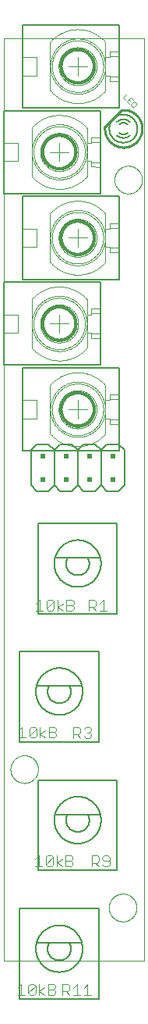
<source format=gto>
G75*
%MOIN*%
%OFA0B0*%
%FSLAX25Y25*%
%IPPOS*%
%LPD*%
%AMOC8*
5,1,8,0,0,1.08239X$1,22.5*
%
%ADD10C,0.00000*%
%ADD11C,0.01000*%
%ADD12C,0.00600*%
%ADD13C,0.00200*%
%ADD14C,0.00500*%
%ADD15C,0.00800*%
%ADD16C,0.00400*%
%ADD17C,0.01200*%
%ADD18R,0.02000X0.02000*%
D10*
X0009674Y0017431D02*
X0009674Y0411132D01*
X0069674Y0411132D01*
X0069674Y0017431D01*
X0009674Y0017431D01*
X0012429Y0099321D02*
X0012431Y0099474D01*
X0012437Y0099628D01*
X0012447Y0099781D01*
X0012461Y0099933D01*
X0012479Y0100086D01*
X0012501Y0100237D01*
X0012526Y0100388D01*
X0012556Y0100539D01*
X0012590Y0100689D01*
X0012627Y0100837D01*
X0012668Y0100985D01*
X0012713Y0101131D01*
X0012762Y0101277D01*
X0012815Y0101421D01*
X0012871Y0101563D01*
X0012931Y0101704D01*
X0012995Y0101844D01*
X0013062Y0101982D01*
X0013133Y0102118D01*
X0013208Y0102252D01*
X0013285Y0102384D01*
X0013367Y0102514D01*
X0013451Y0102642D01*
X0013539Y0102768D01*
X0013630Y0102891D01*
X0013724Y0103012D01*
X0013822Y0103130D01*
X0013922Y0103246D01*
X0014026Y0103359D01*
X0014132Y0103470D01*
X0014241Y0103578D01*
X0014353Y0103683D01*
X0014467Y0103784D01*
X0014585Y0103883D01*
X0014704Y0103979D01*
X0014826Y0104072D01*
X0014951Y0104161D01*
X0015078Y0104248D01*
X0015207Y0104330D01*
X0015338Y0104410D01*
X0015471Y0104486D01*
X0015606Y0104559D01*
X0015743Y0104628D01*
X0015882Y0104693D01*
X0016022Y0104755D01*
X0016164Y0104813D01*
X0016307Y0104868D01*
X0016452Y0104919D01*
X0016598Y0104966D01*
X0016745Y0105009D01*
X0016893Y0105048D01*
X0017042Y0105084D01*
X0017192Y0105115D01*
X0017343Y0105143D01*
X0017494Y0105167D01*
X0017647Y0105187D01*
X0017799Y0105203D01*
X0017952Y0105215D01*
X0018105Y0105223D01*
X0018258Y0105227D01*
X0018412Y0105227D01*
X0018565Y0105223D01*
X0018718Y0105215D01*
X0018871Y0105203D01*
X0019023Y0105187D01*
X0019176Y0105167D01*
X0019327Y0105143D01*
X0019478Y0105115D01*
X0019628Y0105084D01*
X0019777Y0105048D01*
X0019925Y0105009D01*
X0020072Y0104966D01*
X0020218Y0104919D01*
X0020363Y0104868D01*
X0020506Y0104813D01*
X0020648Y0104755D01*
X0020788Y0104693D01*
X0020927Y0104628D01*
X0021064Y0104559D01*
X0021199Y0104486D01*
X0021332Y0104410D01*
X0021463Y0104330D01*
X0021592Y0104248D01*
X0021719Y0104161D01*
X0021844Y0104072D01*
X0021966Y0103979D01*
X0022085Y0103883D01*
X0022203Y0103784D01*
X0022317Y0103683D01*
X0022429Y0103578D01*
X0022538Y0103470D01*
X0022644Y0103359D01*
X0022748Y0103246D01*
X0022848Y0103130D01*
X0022946Y0103012D01*
X0023040Y0102891D01*
X0023131Y0102768D01*
X0023219Y0102642D01*
X0023303Y0102514D01*
X0023385Y0102384D01*
X0023462Y0102252D01*
X0023537Y0102118D01*
X0023608Y0101982D01*
X0023675Y0101844D01*
X0023739Y0101704D01*
X0023799Y0101563D01*
X0023855Y0101421D01*
X0023908Y0101277D01*
X0023957Y0101131D01*
X0024002Y0100985D01*
X0024043Y0100837D01*
X0024080Y0100689D01*
X0024114Y0100539D01*
X0024144Y0100388D01*
X0024169Y0100237D01*
X0024191Y0100086D01*
X0024209Y0099933D01*
X0024223Y0099781D01*
X0024233Y0099628D01*
X0024239Y0099474D01*
X0024241Y0099321D01*
X0024239Y0099168D01*
X0024233Y0099014D01*
X0024223Y0098861D01*
X0024209Y0098709D01*
X0024191Y0098556D01*
X0024169Y0098405D01*
X0024144Y0098254D01*
X0024114Y0098103D01*
X0024080Y0097953D01*
X0024043Y0097805D01*
X0024002Y0097657D01*
X0023957Y0097511D01*
X0023908Y0097365D01*
X0023855Y0097221D01*
X0023799Y0097079D01*
X0023739Y0096938D01*
X0023675Y0096798D01*
X0023608Y0096660D01*
X0023537Y0096524D01*
X0023462Y0096390D01*
X0023385Y0096258D01*
X0023303Y0096128D01*
X0023219Y0096000D01*
X0023131Y0095874D01*
X0023040Y0095751D01*
X0022946Y0095630D01*
X0022848Y0095512D01*
X0022748Y0095396D01*
X0022644Y0095283D01*
X0022538Y0095172D01*
X0022429Y0095064D01*
X0022317Y0094959D01*
X0022203Y0094858D01*
X0022085Y0094759D01*
X0021966Y0094663D01*
X0021844Y0094570D01*
X0021719Y0094481D01*
X0021592Y0094394D01*
X0021463Y0094312D01*
X0021332Y0094232D01*
X0021199Y0094156D01*
X0021064Y0094083D01*
X0020927Y0094014D01*
X0020788Y0093949D01*
X0020648Y0093887D01*
X0020506Y0093829D01*
X0020363Y0093774D01*
X0020218Y0093723D01*
X0020072Y0093676D01*
X0019925Y0093633D01*
X0019777Y0093594D01*
X0019628Y0093558D01*
X0019478Y0093527D01*
X0019327Y0093499D01*
X0019176Y0093475D01*
X0019023Y0093455D01*
X0018871Y0093439D01*
X0018718Y0093427D01*
X0018565Y0093419D01*
X0018412Y0093415D01*
X0018258Y0093415D01*
X0018105Y0093419D01*
X0017952Y0093427D01*
X0017799Y0093439D01*
X0017647Y0093455D01*
X0017494Y0093475D01*
X0017343Y0093499D01*
X0017192Y0093527D01*
X0017042Y0093558D01*
X0016893Y0093594D01*
X0016745Y0093633D01*
X0016598Y0093676D01*
X0016452Y0093723D01*
X0016307Y0093774D01*
X0016164Y0093829D01*
X0016022Y0093887D01*
X0015882Y0093949D01*
X0015743Y0094014D01*
X0015606Y0094083D01*
X0015471Y0094156D01*
X0015338Y0094232D01*
X0015207Y0094312D01*
X0015078Y0094394D01*
X0014951Y0094481D01*
X0014826Y0094570D01*
X0014704Y0094663D01*
X0014585Y0094759D01*
X0014467Y0094858D01*
X0014353Y0094959D01*
X0014241Y0095064D01*
X0014132Y0095172D01*
X0014026Y0095283D01*
X0013922Y0095396D01*
X0013822Y0095512D01*
X0013724Y0095630D01*
X0013630Y0095751D01*
X0013539Y0095874D01*
X0013451Y0096000D01*
X0013367Y0096128D01*
X0013285Y0096258D01*
X0013208Y0096390D01*
X0013133Y0096524D01*
X0013062Y0096660D01*
X0012995Y0096798D01*
X0012931Y0096938D01*
X0012871Y0097079D01*
X0012815Y0097221D01*
X0012762Y0097365D01*
X0012713Y0097511D01*
X0012668Y0097657D01*
X0012627Y0097805D01*
X0012590Y0097953D01*
X0012556Y0098103D01*
X0012526Y0098254D01*
X0012501Y0098405D01*
X0012479Y0098556D01*
X0012461Y0098709D01*
X0012447Y0098861D01*
X0012437Y0099014D01*
X0012431Y0099168D01*
X0012429Y0099321D01*
X0033690Y0252864D02*
X0033692Y0253048D01*
X0033699Y0253231D01*
X0033710Y0253414D01*
X0033726Y0253597D01*
X0033746Y0253780D01*
X0033771Y0253962D01*
X0033800Y0254143D01*
X0033834Y0254323D01*
X0033872Y0254503D01*
X0033914Y0254681D01*
X0033961Y0254859D01*
X0034012Y0255035D01*
X0034068Y0255210D01*
X0034127Y0255384D01*
X0034191Y0255556D01*
X0034259Y0255726D01*
X0034332Y0255895D01*
X0034408Y0256062D01*
X0034489Y0256227D01*
X0034573Y0256390D01*
X0034662Y0256551D01*
X0034754Y0256709D01*
X0034850Y0256866D01*
X0034951Y0257020D01*
X0035054Y0257171D01*
X0035162Y0257320D01*
X0035273Y0257466D01*
X0035388Y0257609D01*
X0035506Y0257750D01*
X0035628Y0257887D01*
X0035753Y0258022D01*
X0035881Y0258153D01*
X0036012Y0258281D01*
X0036147Y0258406D01*
X0036284Y0258528D01*
X0036425Y0258646D01*
X0036568Y0258761D01*
X0036714Y0258872D01*
X0036863Y0258980D01*
X0037014Y0259083D01*
X0037168Y0259184D01*
X0037325Y0259280D01*
X0037483Y0259372D01*
X0037644Y0259461D01*
X0037807Y0259545D01*
X0037972Y0259626D01*
X0038139Y0259702D01*
X0038308Y0259775D01*
X0038478Y0259843D01*
X0038650Y0259907D01*
X0038824Y0259966D01*
X0038999Y0260022D01*
X0039175Y0260073D01*
X0039353Y0260120D01*
X0039531Y0260162D01*
X0039711Y0260200D01*
X0039891Y0260234D01*
X0040072Y0260263D01*
X0040254Y0260288D01*
X0040437Y0260308D01*
X0040620Y0260324D01*
X0040803Y0260335D01*
X0040986Y0260342D01*
X0041170Y0260344D01*
X0041354Y0260342D01*
X0041537Y0260335D01*
X0041720Y0260324D01*
X0041903Y0260308D01*
X0042086Y0260288D01*
X0042268Y0260263D01*
X0042449Y0260234D01*
X0042629Y0260200D01*
X0042809Y0260162D01*
X0042987Y0260120D01*
X0043165Y0260073D01*
X0043341Y0260022D01*
X0043516Y0259966D01*
X0043690Y0259907D01*
X0043862Y0259843D01*
X0044032Y0259775D01*
X0044201Y0259702D01*
X0044368Y0259626D01*
X0044533Y0259545D01*
X0044696Y0259461D01*
X0044857Y0259372D01*
X0045015Y0259280D01*
X0045172Y0259184D01*
X0045326Y0259083D01*
X0045477Y0258980D01*
X0045626Y0258872D01*
X0045772Y0258761D01*
X0045915Y0258646D01*
X0046056Y0258528D01*
X0046193Y0258406D01*
X0046328Y0258281D01*
X0046459Y0258153D01*
X0046587Y0258022D01*
X0046712Y0257887D01*
X0046834Y0257750D01*
X0046952Y0257609D01*
X0047067Y0257466D01*
X0047178Y0257320D01*
X0047286Y0257171D01*
X0047389Y0257020D01*
X0047490Y0256866D01*
X0047586Y0256709D01*
X0047678Y0256551D01*
X0047767Y0256390D01*
X0047851Y0256227D01*
X0047932Y0256062D01*
X0048008Y0255895D01*
X0048081Y0255726D01*
X0048149Y0255556D01*
X0048213Y0255384D01*
X0048272Y0255210D01*
X0048328Y0255035D01*
X0048379Y0254859D01*
X0048426Y0254681D01*
X0048468Y0254503D01*
X0048506Y0254323D01*
X0048540Y0254143D01*
X0048569Y0253962D01*
X0048594Y0253780D01*
X0048614Y0253597D01*
X0048630Y0253414D01*
X0048641Y0253231D01*
X0048648Y0253048D01*
X0048650Y0252864D01*
X0048648Y0252680D01*
X0048641Y0252497D01*
X0048630Y0252314D01*
X0048614Y0252131D01*
X0048594Y0251948D01*
X0048569Y0251766D01*
X0048540Y0251585D01*
X0048506Y0251405D01*
X0048468Y0251225D01*
X0048426Y0251047D01*
X0048379Y0250869D01*
X0048328Y0250693D01*
X0048272Y0250518D01*
X0048213Y0250344D01*
X0048149Y0250172D01*
X0048081Y0250002D01*
X0048008Y0249833D01*
X0047932Y0249666D01*
X0047851Y0249501D01*
X0047767Y0249338D01*
X0047678Y0249177D01*
X0047586Y0249019D01*
X0047490Y0248862D01*
X0047389Y0248708D01*
X0047286Y0248557D01*
X0047178Y0248408D01*
X0047067Y0248262D01*
X0046952Y0248119D01*
X0046834Y0247978D01*
X0046712Y0247841D01*
X0046587Y0247706D01*
X0046459Y0247575D01*
X0046328Y0247447D01*
X0046193Y0247322D01*
X0046056Y0247200D01*
X0045915Y0247082D01*
X0045772Y0246967D01*
X0045626Y0246856D01*
X0045477Y0246748D01*
X0045326Y0246645D01*
X0045172Y0246544D01*
X0045015Y0246448D01*
X0044857Y0246356D01*
X0044696Y0246267D01*
X0044533Y0246183D01*
X0044368Y0246102D01*
X0044201Y0246026D01*
X0044032Y0245953D01*
X0043862Y0245885D01*
X0043690Y0245821D01*
X0043516Y0245762D01*
X0043341Y0245706D01*
X0043165Y0245655D01*
X0042987Y0245608D01*
X0042809Y0245566D01*
X0042629Y0245528D01*
X0042449Y0245494D01*
X0042268Y0245465D01*
X0042086Y0245440D01*
X0041903Y0245420D01*
X0041720Y0245404D01*
X0041537Y0245393D01*
X0041354Y0245386D01*
X0041170Y0245384D01*
X0040986Y0245386D01*
X0040803Y0245393D01*
X0040620Y0245404D01*
X0040437Y0245420D01*
X0040254Y0245440D01*
X0040072Y0245465D01*
X0039891Y0245494D01*
X0039711Y0245528D01*
X0039531Y0245566D01*
X0039353Y0245608D01*
X0039175Y0245655D01*
X0038999Y0245706D01*
X0038824Y0245762D01*
X0038650Y0245821D01*
X0038478Y0245885D01*
X0038308Y0245953D01*
X0038139Y0246026D01*
X0037972Y0246102D01*
X0037807Y0246183D01*
X0037644Y0246267D01*
X0037483Y0246356D01*
X0037325Y0246448D01*
X0037168Y0246544D01*
X0037014Y0246645D01*
X0036863Y0246748D01*
X0036714Y0246856D01*
X0036568Y0246967D01*
X0036425Y0247082D01*
X0036284Y0247200D01*
X0036147Y0247322D01*
X0036012Y0247447D01*
X0035881Y0247575D01*
X0035753Y0247706D01*
X0035628Y0247841D01*
X0035506Y0247978D01*
X0035388Y0248119D01*
X0035273Y0248262D01*
X0035162Y0248408D01*
X0035054Y0248557D01*
X0034951Y0248708D01*
X0034850Y0248862D01*
X0034754Y0249019D01*
X0034662Y0249177D01*
X0034573Y0249338D01*
X0034489Y0249501D01*
X0034408Y0249666D01*
X0034332Y0249833D01*
X0034259Y0250002D01*
X0034191Y0250172D01*
X0034127Y0250344D01*
X0034068Y0250518D01*
X0034012Y0250693D01*
X0033961Y0250869D01*
X0033914Y0251047D01*
X0033872Y0251225D01*
X0033834Y0251405D01*
X0033800Y0251585D01*
X0033771Y0251766D01*
X0033746Y0251948D01*
X0033726Y0252131D01*
X0033710Y0252314D01*
X0033699Y0252497D01*
X0033692Y0252680D01*
X0033690Y0252864D01*
X0025816Y0289478D02*
X0025818Y0289662D01*
X0025825Y0289845D01*
X0025836Y0290028D01*
X0025852Y0290211D01*
X0025872Y0290394D01*
X0025897Y0290576D01*
X0025926Y0290757D01*
X0025960Y0290937D01*
X0025998Y0291117D01*
X0026040Y0291295D01*
X0026087Y0291473D01*
X0026138Y0291649D01*
X0026194Y0291824D01*
X0026253Y0291998D01*
X0026317Y0292170D01*
X0026385Y0292340D01*
X0026458Y0292509D01*
X0026534Y0292676D01*
X0026615Y0292841D01*
X0026699Y0293004D01*
X0026788Y0293165D01*
X0026880Y0293323D01*
X0026976Y0293480D01*
X0027077Y0293634D01*
X0027180Y0293785D01*
X0027288Y0293934D01*
X0027399Y0294080D01*
X0027514Y0294223D01*
X0027632Y0294364D01*
X0027754Y0294501D01*
X0027879Y0294636D01*
X0028007Y0294767D01*
X0028138Y0294895D01*
X0028273Y0295020D01*
X0028410Y0295142D01*
X0028551Y0295260D01*
X0028694Y0295375D01*
X0028840Y0295486D01*
X0028989Y0295594D01*
X0029140Y0295697D01*
X0029294Y0295798D01*
X0029451Y0295894D01*
X0029609Y0295986D01*
X0029770Y0296075D01*
X0029933Y0296159D01*
X0030098Y0296240D01*
X0030265Y0296316D01*
X0030434Y0296389D01*
X0030604Y0296457D01*
X0030776Y0296521D01*
X0030950Y0296580D01*
X0031125Y0296636D01*
X0031301Y0296687D01*
X0031479Y0296734D01*
X0031657Y0296776D01*
X0031837Y0296814D01*
X0032017Y0296848D01*
X0032198Y0296877D01*
X0032380Y0296902D01*
X0032563Y0296922D01*
X0032746Y0296938D01*
X0032929Y0296949D01*
X0033112Y0296956D01*
X0033296Y0296958D01*
X0033480Y0296956D01*
X0033663Y0296949D01*
X0033846Y0296938D01*
X0034029Y0296922D01*
X0034212Y0296902D01*
X0034394Y0296877D01*
X0034575Y0296848D01*
X0034755Y0296814D01*
X0034935Y0296776D01*
X0035113Y0296734D01*
X0035291Y0296687D01*
X0035467Y0296636D01*
X0035642Y0296580D01*
X0035816Y0296521D01*
X0035988Y0296457D01*
X0036158Y0296389D01*
X0036327Y0296316D01*
X0036494Y0296240D01*
X0036659Y0296159D01*
X0036822Y0296075D01*
X0036983Y0295986D01*
X0037141Y0295894D01*
X0037298Y0295798D01*
X0037452Y0295697D01*
X0037603Y0295594D01*
X0037752Y0295486D01*
X0037898Y0295375D01*
X0038041Y0295260D01*
X0038182Y0295142D01*
X0038319Y0295020D01*
X0038454Y0294895D01*
X0038585Y0294767D01*
X0038713Y0294636D01*
X0038838Y0294501D01*
X0038960Y0294364D01*
X0039078Y0294223D01*
X0039193Y0294080D01*
X0039304Y0293934D01*
X0039412Y0293785D01*
X0039515Y0293634D01*
X0039616Y0293480D01*
X0039712Y0293323D01*
X0039804Y0293165D01*
X0039893Y0293004D01*
X0039977Y0292841D01*
X0040058Y0292676D01*
X0040134Y0292509D01*
X0040207Y0292340D01*
X0040275Y0292170D01*
X0040339Y0291998D01*
X0040398Y0291824D01*
X0040454Y0291649D01*
X0040505Y0291473D01*
X0040552Y0291295D01*
X0040594Y0291117D01*
X0040632Y0290937D01*
X0040666Y0290757D01*
X0040695Y0290576D01*
X0040720Y0290394D01*
X0040740Y0290211D01*
X0040756Y0290028D01*
X0040767Y0289845D01*
X0040774Y0289662D01*
X0040776Y0289478D01*
X0040774Y0289294D01*
X0040767Y0289111D01*
X0040756Y0288928D01*
X0040740Y0288745D01*
X0040720Y0288562D01*
X0040695Y0288380D01*
X0040666Y0288199D01*
X0040632Y0288019D01*
X0040594Y0287839D01*
X0040552Y0287661D01*
X0040505Y0287483D01*
X0040454Y0287307D01*
X0040398Y0287132D01*
X0040339Y0286958D01*
X0040275Y0286786D01*
X0040207Y0286616D01*
X0040134Y0286447D01*
X0040058Y0286280D01*
X0039977Y0286115D01*
X0039893Y0285952D01*
X0039804Y0285791D01*
X0039712Y0285633D01*
X0039616Y0285476D01*
X0039515Y0285322D01*
X0039412Y0285171D01*
X0039304Y0285022D01*
X0039193Y0284876D01*
X0039078Y0284733D01*
X0038960Y0284592D01*
X0038838Y0284455D01*
X0038713Y0284320D01*
X0038585Y0284189D01*
X0038454Y0284061D01*
X0038319Y0283936D01*
X0038182Y0283814D01*
X0038041Y0283696D01*
X0037898Y0283581D01*
X0037752Y0283470D01*
X0037603Y0283362D01*
X0037452Y0283259D01*
X0037298Y0283158D01*
X0037141Y0283062D01*
X0036983Y0282970D01*
X0036822Y0282881D01*
X0036659Y0282797D01*
X0036494Y0282716D01*
X0036327Y0282640D01*
X0036158Y0282567D01*
X0035988Y0282499D01*
X0035816Y0282435D01*
X0035642Y0282376D01*
X0035467Y0282320D01*
X0035291Y0282269D01*
X0035113Y0282222D01*
X0034935Y0282180D01*
X0034755Y0282142D01*
X0034575Y0282108D01*
X0034394Y0282079D01*
X0034212Y0282054D01*
X0034029Y0282034D01*
X0033846Y0282018D01*
X0033663Y0282007D01*
X0033480Y0282000D01*
X0033296Y0281998D01*
X0033112Y0282000D01*
X0032929Y0282007D01*
X0032746Y0282018D01*
X0032563Y0282034D01*
X0032380Y0282054D01*
X0032198Y0282079D01*
X0032017Y0282108D01*
X0031837Y0282142D01*
X0031657Y0282180D01*
X0031479Y0282222D01*
X0031301Y0282269D01*
X0031125Y0282320D01*
X0030950Y0282376D01*
X0030776Y0282435D01*
X0030604Y0282499D01*
X0030434Y0282567D01*
X0030265Y0282640D01*
X0030098Y0282716D01*
X0029933Y0282797D01*
X0029770Y0282881D01*
X0029609Y0282970D01*
X0029451Y0283062D01*
X0029294Y0283158D01*
X0029140Y0283259D01*
X0028989Y0283362D01*
X0028840Y0283470D01*
X0028694Y0283581D01*
X0028551Y0283696D01*
X0028410Y0283814D01*
X0028273Y0283936D01*
X0028138Y0284061D01*
X0028007Y0284189D01*
X0027879Y0284320D01*
X0027754Y0284455D01*
X0027632Y0284592D01*
X0027514Y0284733D01*
X0027399Y0284876D01*
X0027288Y0285022D01*
X0027180Y0285171D01*
X0027077Y0285322D01*
X0026976Y0285476D01*
X0026880Y0285633D01*
X0026788Y0285791D01*
X0026699Y0285952D01*
X0026615Y0286115D01*
X0026534Y0286280D01*
X0026458Y0286447D01*
X0026385Y0286616D01*
X0026317Y0286786D01*
X0026253Y0286958D01*
X0026194Y0287132D01*
X0026138Y0287307D01*
X0026087Y0287483D01*
X0026040Y0287661D01*
X0025998Y0287839D01*
X0025960Y0288019D01*
X0025926Y0288199D01*
X0025897Y0288380D01*
X0025872Y0288562D01*
X0025852Y0288745D01*
X0025836Y0288928D01*
X0025825Y0289111D01*
X0025818Y0289294D01*
X0025816Y0289478D01*
X0025816Y0362707D02*
X0025818Y0362891D01*
X0025825Y0363074D01*
X0025836Y0363257D01*
X0025852Y0363440D01*
X0025872Y0363623D01*
X0025897Y0363805D01*
X0025926Y0363986D01*
X0025960Y0364166D01*
X0025998Y0364346D01*
X0026040Y0364524D01*
X0026087Y0364702D01*
X0026138Y0364878D01*
X0026194Y0365053D01*
X0026253Y0365227D01*
X0026317Y0365399D01*
X0026385Y0365569D01*
X0026458Y0365738D01*
X0026534Y0365905D01*
X0026615Y0366070D01*
X0026699Y0366233D01*
X0026788Y0366394D01*
X0026880Y0366552D01*
X0026976Y0366709D01*
X0027077Y0366863D01*
X0027180Y0367014D01*
X0027288Y0367163D01*
X0027399Y0367309D01*
X0027514Y0367452D01*
X0027632Y0367593D01*
X0027754Y0367730D01*
X0027879Y0367865D01*
X0028007Y0367996D01*
X0028138Y0368124D01*
X0028273Y0368249D01*
X0028410Y0368371D01*
X0028551Y0368489D01*
X0028694Y0368604D01*
X0028840Y0368715D01*
X0028989Y0368823D01*
X0029140Y0368926D01*
X0029294Y0369027D01*
X0029451Y0369123D01*
X0029609Y0369215D01*
X0029770Y0369304D01*
X0029933Y0369388D01*
X0030098Y0369469D01*
X0030265Y0369545D01*
X0030434Y0369618D01*
X0030604Y0369686D01*
X0030776Y0369750D01*
X0030950Y0369809D01*
X0031125Y0369865D01*
X0031301Y0369916D01*
X0031479Y0369963D01*
X0031657Y0370005D01*
X0031837Y0370043D01*
X0032017Y0370077D01*
X0032198Y0370106D01*
X0032380Y0370131D01*
X0032563Y0370151D01*
X0032746Y0370167D01*
X0032929Y0370178D01*
X0033112Y0370185D01*
X0033296Y0370187D01*
X0033480Y0370185D01*
X0033663Y0370178D01*
X0033846Y0370167D01*
X0034029Y0370151D01*
X0034212Y0370131D01*
X0034394Y0370106D01*
X0034575Y0370077D01*
X0034755Y0370043D01*
X0034935Y0370005D01*
X0035113Y0369963D01*
X0035291Y0369916D01*
X0035467Y0369865D01*
X0035642Y0369809D01*
X0035816Y0369750D01*
X0035988Y0369686D01*
X0036158Y0369618D01*
X0036327Y0369545D01*
X0036494Y0369469D01*
X0036659Y0369388D01*
X0036822Y0369304D01*
X0036983Y0369215D01*
X0037141Y0369123D01*
X0037298Y0369027D01*
X0037452Y0368926D01*
X0037603Y0368823D01*
X0037752Y0368715D01*
X0037898Y0368604D01*
X0038041Y0368489D01*
X0038182Y0368371D01*
X0038319Y0368249D01*
X0038454Y0368124D01*
X0038585Y0367996D01*
X0038713Y0367865D01*
X0038838Y0367730D01*
X0038960Y0367593D01*
X0039078Y0367452D01*
X0039193Y0367309D01*
X0039304Y0367163D01*
X0039412Y0367014D01*
X0039515Y0366863D01*
X0039616Y0366709D01*
X0039712Y0366552D01*
X0039804Y0366394D01*
X0039893Y0366233D01*
X0039977Y0366070D01*
X0040058Y0365905D01*
X0040134Y0365738D01*
X0040207Y0365569D01*
X0040275Y0365399D01*
X0040339Y0365227D01*
X0040398Y0365053D01*
X0040454Y0364878D01*
X0040505Y0364702D01*
X0040552Y0364524D01*
X0040594Y0364346D01*
X0040632Y0364166D01*
X0040666Y0363986D01*
X0040695Y0363805D01*
X0040720Y0363623D01*
X0040740Y0363440D01*
X0040756Y0363257D01*
X0040767Y0363074D01*
X0040774Y0362891D01*
X0040776Y0362707D01*
X0040774Y0362523D01*
X0040767Y0362340D01*
X0040756Y0362157D01*
X0040740Y0361974D01*
X0040720Y0361791D01*
X0040695Y0361609D01*
X0040666Y0361428D01*
X0040632Y0361248D01*
X0040594Y0361068D01*
X0040552Y0360890D01*
X0040505Y0360712D01*
X0040454Y0360536D01*
X0040398Y0360361D01*
X0040339Y0360187D01*
X0040275Y0360015D01*
X0040207Y0359845D01*
X0040134Y0359676D01*
X0040058Y0359509D01*
X0039977Y0359344D01*
X0039893Y0359181D01*
X0039804Y0359020D01*
X0039712Y0358862D01*
X0039616Y0358705D01*
X0039515Y0358551D01*
X0039412Y0358400D01*
X0039304Y0358251D01*
X0039193Y0358105D01*
X0039078Y0357962D01*
X0038960Y0357821D01*
X0038838Y0357684D01*
X0038713Y0357549D01*
X0038585Y0357418D01*
X0038454Y0357290D01*
X0038319Y0357165D01*
X0038182Y0357043D01*
X0038041Y0356925D01*
X0037898Y0356810D01*
X0037752Y0356699D01*
X0037603Y0356591D01*
X0037452Y0356488D01*
X0037298Y0356387D01*
X0037141Y0356291D01*
X0036983Y0356199D01*
X0036822Y0356110D01*
X0036659Y0356026D01*
X0036494Y0355945D01*
X0036327Y0355869D01*
X0036158Y0355796D01*
X0035988Y0355728D01*
X0035816Y0355664D01*
X0035642Y0355605D01*
X0035467Y0355549D01*
X0035291Y0355498D01*
X0035113Y0355451D01*
X0034935Y0355409D01*
X0034755Y0355371D01*
X0034575Y0355337D01*
X0034394Y0355308D01*
X0034212Y0355283D01*
X0034029Y0355263D01*
X0033846Y0355247D01*
X0033663Y0355236D01*
X0033480Y0355229D01*
X0033296Y0355227D01*
X0033112Y0355229D01*
X0032929Y0355236D01*
X0032746Y0355247D01*
X0032563Y0355263D01*
X0032380Y0355283D01*
X0032198Y0355308D01*
X0032017Y0355337D01*
X0031837Y0355371D01*
X0031657Y0355409D01*
X0031479Y0355451D01*
X0031301Y0355498D01*
X0031125Y0355549D01*
X0030950Y0355605D01*
X0030776Y0355664D01*
X0030604Y0355728D01*
X0030434Y0355796D01*
X0030265Y0355869D01*
X0030098Y0355945D01*
X0029933Y0356026D01*
X0029770Y0356110D01*
X0029609Y0356199D01*
X0029451Y0356291D01*
X0029294Y0356387D01*
X0029140Y0356488D01*
X0028989Y0356591D01*
X0028840Y0356699D01*
X0028694Y0356810D01*
X0028551Y0356925D01*
X0028410Y0357043D01*
X0028273Y0357165D01*
X0028138Y0357290D01*
X0028007Y0357418D01*
X0027879Y0357549D01*
X0027754Y0357684D01*
X0027632Y0357821D01*
X0027514Y0357962D01*
X0027399Y0358105D01*
X0027288Y0358251D01*
X0027180Y0358400D01*
X0027077Y0358551D01*
X0026976Y0358705D01*
X0026880Y0358862D01*
X0026788Y0359020D01*
X0026699Y0359181D01*
X0026615Y0359344D01*
X0026534Y0359509D01*
X0026458Y0359676D01*
X0026385Y0359845D01*
X0026317Y0360015D01*
X0026253Y0360187D01*
X0026194Y0360361D01*
X0026138Y0360536D01*
X0026087Y0360712D01*
X0026040Y0360890D01*
X0025998Y0361068D01*
X0025960Y0361248D01*
X0025926Y0361428D01*
X0025897Y0361609D01*
X0025872Y0361791D01*
X0025852Y0361974D01*
X0025836Y0362157D01*
X0025825Y0362340D01*
X0025818Y0362523D01*
X0025816Y0362707D01*
X0033690Y0399321D02*
X0033692Y0399505D01*
X0033699Y0399688D01*
X0033710Y0399871D01*
X0033726Y0400054D01*
X0033746Y0400237D01*
X0033771Y0400419D01*
X0033800Y0400600D01*
X0033834Y0400780D01*
X0033872Y0400960D01*
X0033914Y0401138D01*
X0033961Y0401316D01*
X0034012Y0401492D01*
X0034068Y0401667D01*
X0034127Y0401841D01*
X0034191Y0402013D01*
X0034259Y0402183D01*
X0034332Y0402352D01*
X0034408Y0402519D01*
X0034489Y0402684D01*
X0034573Y0402847D01*
X0034662Y0403008D01*
X0034754Y0403166D01*
X0034850Y0403323D01*
X0034951Y0403477D01*
X0035054Y0403628D01*
X0035162Y0403777D01*
X0035273Y0403923D01*
X0035388Y0404066D01*
X0035506Y0404207D01*
X0035628Y0404344D01*
X0035753Y0404479D01*
X0035881Y0404610D01*
X0036012Y0404738D01*
X0036147Y0404863D01*
X0036284Y0404985D01*
X0036425Y0405103D01*
X0036568Y0405218D01*
X0036714Y0405329D01*
X0036863Y0405437D01*
X0037014Y0405540D01*
X0037168Y0405641D01*
X0037325Y0405737D01*
X0037483Y0405829D01*
X0037644Y0405918D01*
X0037807Y0406002D01*
X0037972Y0406083D01*
X0038139Y0406159D01*
X0038308Y0406232D01*
X0038478Y0406300D01*
X0038650Y0406364D01*
X0038824Y0406423D01*
X0038999Y0406479D01*
X0039175Y0406530D01*
X0039353Y0406577D01*
X0039531Y0406619D01*
X0039711Y0406657D01*
X0039891Y0406691D01*
X0040072Y0406720D01*
X0040254Y0406745D01*
X0040437Y0406765D01*
X0040620Y0406781D01*
X0040803Y0406792D01*
X0040986Y0406799D01*
X0041170Y0406801D01*
X0041354Y0406799D01*
X0041537Y0406792D01*
X0041720Y0406781D01*
X0041903Y0406765D01*
X0042086Y0406745D01*
X0042268Y0406720D01*
X0042449Y0406691D01*
X0042629Y0406657D01*
X0042809Y0406619D01*
X0042987Y0406577D01*
X0043165Y0406530D01*
X0043341Y0406479D01*
X0043516Y0406423D01*
X0043690Y0406364D01*
X0043862Y0406300D01*
X0044032Y0406232D01*
X0044201Y0406159D01*
X0044368Y0406083D01*
X0044533Y0406002D01*
X0044696Y0405918D01*
X0044857Y0405829D01*
X0045015Y0405737D01*
X0045172Y0405641D01*
X0045326Y0405540D01*
X0045477Y0405437D01*
X0045626Y0405329D01*
X0045772Y0405218D01*
X0045915Y0405103D01*
X0046056Y0404985D01*
X0046193Y0404863D01*
X0046328Y0404738D01*
X0046459Y0404610D01*
X0046587Y0404479D01*
X0046712Y0404344D01*
X0046834Y0404207D01*
X0046952Y0404066D01*
X0047067Y0403923D01*
X0047178Y0403777D01*
X0047286Y0403628D01*
X0047389Y0403477D01*
X0047490Y0403323D01*
X0047586Y0403166D01*
X0047678Y0403008D01*
X0047767Y0402847D01*
X0047851Y0402684D01*
X0047932Y0402519D01*
X0048008Y0402352D01*
X0048081Y0402183D01*
X0048149Y0402013D01*
X0048213Y0401841D01*
X0048272Y0401667D01*
X0048328Y0401492D01*
X0048379Y0401316D01*
X0048426Y0401138D01*
X0048468Y0400960D01*
X0048506Y0400780D01*
X0048540Y0400600D01*
X0048569Y0400419D01*
X0048594Y0400237D01*
X0048614Y0400054D01*
X0048630Y0399871D01*
X0048641Y0399688D01*
X0048648Y0399505D01*
X0048650Y0399321D01*
X0048648Y0399137D01*
X0048641Y0398954D01*
X0048630Y0398771D01*
X0048614Y0398588D01*
X0048594Y0398405D01*
X0048569Y0398223D01*
X0048540Y0398042D01*
X0048506Y0397862D01*
X0048468Y0397682D01*
X0048426Y0397504D01*
X0048379Y0397326D01*
X0048328Y0397150D01*
X0048272Y0396975D01*
X0048213Y0396801D01*
X0048149Y0396629D01*
X0048081Y0396459D01*
X0048008Y0396290D01*
X0047932Y0396123D01*
X0047851Y0395958D01*
X0047767Y0395795D01*
X0047678Y0395634D01*
X0047586Y0395476D01*
X0047490Y0395319D01*
X0047389Y0395165D01*
X0047286Y0395014D01*
X0047178Y0394865D01*
X0047067Y0394719D01*
X0046952Y0394576D01*
X0046834Y0394435D01*
X0046712Y0394298D01*
X0046587Y0394163D01*
X0046459Y0394032D01*
X0046328Y0393904D01*
X0046193Y0393779D01*
X0046056Y0393657D01*
X0045915Y0393539D01*
X0045772Y0393424D01*
X0045626Y0393313D01*
X0045477Y0393205D01*
X0045326Y0393102D01*
X0045172Y0393001D01*
X0045015Y0392905D01*
X0044857Y0392813D01*
X0044696Y0392724D01*
X0044533Y0392640D01*
X0044368Y0392559D01*
X0044201Y0392483D01*
X0044032Y0392410D01*
X0043862Y0392342D01*
X0043690Y0392278D01*
X0043516Y0392219D01*
X0043341Y0392163D01*
X0043165Y0392112D01*
X0042987Y0392065D01*
X0042809Y0392023D01*
X0042629Y0391985D01*
X0042449Y0391951D01*
X0042268Y0391922D01*
X0042086Y0391897D01*
X0041903Y0391877D01*
X0041720Y0391861D01*
X0041537Y0391850D01*
X0041354Y0391843D01*
X0041170Y0391841D01*
X0040986Y0391843D01*
X0040803Y0391850D01*
X0040620Y0391861D01*
X0040437Y0391877D01*
X0040254Y0391897D01*
X0040072Y0391922D01*
X0039891Y0391951D01*
X0039711Y0391985D01*
X0039531Y0392023D01*
X0039353Y0392065D01*
X0039175Y0392112D01*
X0038999Y0392163D01*
X0038824Y0392219D01*
X0038650Y0392278D01*
X0038478Y0392342D01*
X0038308Y0392410D01*
X0038139Y0392483D01*
X0037972Y0392559D01*
X0037807Y0392640D01*
X0037644Y0392724D01*
X0037483Y0392813D01*
X0037325Y0392905D01*
X0037168Y0393001D01*
X0037014Y0393102D01*
X0036863Y0393205D01*
X0036714Y0393313D01*
X0036568Y0393424D01*
X0036425Y0393539D01*
X0036284Y0393657D01*
X0036147Y0393779D01*
X0036012Y0393904D01*
X0035881Y0394032D01*
X0035753Y0394163D01*
X0035628Y0394298D01*
X0035506Y0394435D01*
X0035388Y0394576D01*
X0035273Y0394719D01*
X0035162Y0394865D01*
X0035054Y0395014D01*
X0034951Y0395165D01*
X0034850Y0395319D01*
X0034754Y0395476D01*
X0034662Y0395634D01*
X0034573Y0395795D01*
X0034489Y0395958D01*
X0034408Y0396123D01*
X0034332Y0396290D01*
X0034259Y0396459D01*
X0034191Y0396629D01*
X0034127Y0396801D01*
X0034068Y0396975D01*
X0034012Y0397150D01*
X0033961Y0397326D01*
X0033914Y0397504D01*
X0033872Y0397682D01*
X0033834Y0397862D01*
X0033800Y0398042D01*
X0033771Y0398223D01*
X0033746Y0398405D01*
X0033726Y0398588D01*
X0033710Y0398771D01*
X0033699Y0398954D01*
X0033692Y0399137D01*
X0033690Y0399321D01*
X0033690Y0326093D02*
X0033692Y0326277D01*
X0033699Y0326460D01*
X0033710Y0326643D01*
X0033726Y0326826D01*
X0033746Y0327009D01*
X0033771Y0327191D01*
X0033800Y0327372D01*
X0033834Y0327552D01*
X0033872Y0327732D01*
X0033914Y0327910D01*
X0033961Y0328088D01*
X0034012Y0328264D01*
X0034068Y0328439D01*
X0034127Y0328613D01*
X0034191Y0328785D01*
X0034259Y0328955D01*
X0034332Y0329124D01*
X0034408Y0329291D01*
X0034489Y0329456D01*
X0034573Y0329619D01*
X0034662Y0329780D01*
X0034754Y0329938D01*
X0034850Y0330095D01*
X0034951Y0330249D01*
X0035054Y0330400D01*
X0035162Y0330549D01*
X0035273Y0330695D01*
X0035388Y0330838D01*
X0035506Y0330979D01*
X0035628Y0331116D01*
X0035753Y0331251D01*
X0035881Y0331382D01*
X0036012Y0331510D01*
X0036147Y0331635D01*
X0036284Y0331757D01*
X0036425Y0331875D01*
X0036568Y0331990D01*
X0036714Y0332101D01*
X0036863Y0332209D01*
X0037014Y0332312D01*
X0037168Y0332413D01*
X0037325Y0332509D01*
X0037483Y0332601D01*
X0037644Y0332690D01*
X0037807Y0332774D01*
X0037972Y0332855D01*
X0038139Y0332931D01*
X0038308Y0333004D01*
X0038478Y0333072D01*
X0038650Y0333136D01*
X0038824Y0333195D01*
X0038999Y0333251D01*
X0039175Y0333302D01*
X0039353Y0333349D01*
X0039531Y0333391D01*
X0039711Y0333429D01*
X0039891Y0333463D01*
X0040072Y0333492D01*
X0040254Y0333517D01*
X0040437Y0333537D01*
X0040620Y0333553D01*
X0040803Y0333564D01*
X0040986Y0333571D01*
X0041170Y0333573D01*
X0041354Y0333571D01*
X0041537Y0333564D01*
X0041720Y0333553D01*
X0041903Y0333537D01*
X0042086Y0333517D01*
X0042268Y0333492D01*
X0042449Y0333463D01*
X0042629Y0333429D01*
X0042809Y0333391D01*
X0042987Y0333349D01*
X0043165Y0333302D01*
X0043341Y0333251D01*
X0043516Y0333195D01*
X0043690Y0333136D01*
X0043862Y0333072D01*
X0044032Y0333004D01*
X0044201Y0332931D01*
X0044368Y0332855D01*
X0044533Y0332774D01*
X0044696Y0332690D01*
X0044857Y0332601D01*
X0045015Y0332509D01*
X0045172Y0332413D01*
X0045326Y0332312D01*
X0045477Y0332209D01*
X0045626Y0332101D01*
X0045772Y0331990D01*
X0045915Y0331875D01*
X0046056Y0331757D01*
X0046193Y0331635D01*
X0046328Y0331510D01*
X0046459Y0331382D01*
X0046587Y0331251D01*
X0046712Y0331116D01*
X0046834Y0330979D01*
X0046952Y0330838D01*
X0047067Y0330695D01*
X0047178Y0330549D01*
X0047286Y0330400D01*
X0047389Y0330249D01*
X0047490Y0330095D01*
X0047586Y0329938D01*
X0047678Y0329780D01*
X0047767Y0329619D01*
X0047851Y0329456D01*
X0047932Y0329291D01*
X0048008Y0329124D01*
X0048081Y0328955D01*
X0048149Y0328785D01*
X0048213Y0328613D01*
X0048272Y0328439D01*
X0048328Y0328264D01*
X0048379Y0328088D01*
X0048426Y0327910D01*
X0048468Y0327732D01*
X0048506Y0327552D01*
X0048540Y0327372D01*
X0048569Y0327191D01*
X0048594Y0327009D01*
X0048614Y0326826D01*
X0048630Y0326643D01*
X0048641Y0326460D01*
X0048648Y0326277D01*
X0048650Y0326093D01*
X0048648Y0325909D01*
X0048641Y0325726D01*
X0048630Y0325543D01*
X0048614Y0325360D01*
X0048594Y0325177D01*
X0048569Y0324995D01*
X0048540Y0324814D01*
X0048506Y0324634D01*
X0048468Y0324454D01*
X0048426Y0324276D01*
X0048379Y0324098D01*
X0048328Y0323922D01*
X0048272Y0323747D01*
X0048213Y0323573D01*
X0048149Y0323401D01*
X0048081Y0323231D01*
X0048008Y0323062D01*
X0047932Y0322895D01*
X0047851Y0322730D01*
X0047767Y0322567D01*
X0047678Y0322406D01*
X0047586Y0322248D01*
X0047490Y0322091D01*
X0047389Y0321937D01*
X0047286Y0321786D01*
X0047178Y0321637D01*
X0047067Y0321491D01*
X0046952Y0321348D01*
X0046834Y0321207D01*
X0046712Y0321070D01*
X0046587Y0320935D01*
X0046459Y0320804D01*
X0046328Y0320676D01*
X0046193Y0320551D01*
X0046056Y0320429D01*
X0045915Y0320311D01*
X0045772Y0320196D01*
X0045626Y0320085D01*
X0045477Y0319977D01*
X0045326Y0319874D01*
X0045172Y0319773D01*
X0045015Y0319677D01*
X0044857Y0319585D01*
X0044696Y0319496D01*
X0044533Y0319412D01*
X0044368Y0319331D01*
X0044201Y0319255D01*
X0044032Y0319182D01*
X0043862Y0319114D01*
X0043690Y0319050D01*
X0043516Y0318991D01*
X0043341Y0318935D01*
X0043165Y0318884D01*
X0042987Y0318837D01*
X0042809Y0318795D01*
X0042629Y0318757D01*
X0042449Y0318723D01*
X0042268Y0318694D01*
X0042086Y0318669D01*
X0041903Y0318649D01*
X0041720Y0318633D01*
X0041537Y0318622D01*
X0041354Y0318615D01*
X0041170Y0318613D01*
X0040986Y0318615D01*
X0040803Y0318622D01*
X0040620Y0318633D01*
X0040437Y0318649D01*
X0040254Y0318669D01*
X0040072Y0318694D01*
X0039891Y0318723D01*
X0039711Y0318757D01*
X0039531Y0318795D01*
X0039353Y0318837D01*
X0039175Y0318884D01*
X0038999Y0318935D01*
X0038824Y0318991D01*
X0038650Y0319050D01*
X0038478Y0319114D01*
X0038308Y0319182D01*
X0038139Y0319255D01*
X0037972Y0319331D01*
X0037807Y0319412D01*
X0037644Y0319496D01*
X0037483Y0319585D01*
X0037325Y0319677D01*
X0037168Y0319773D01*
X0037014Y0319874D01*
X0036863Y0319977D01*
X0036714Y0320085D01*
X0036568Y0320196D01*
X0036425Y0320311D01*
X0036284Y0320429D01*
X0036147Y0320551D01*
X0036012Y0320676D01*
X0035881Y0320804D01*
X0035753Y0320935D01*
X0035628Y0321070D01*
X0035506Y0321207D01*
X0035388Y0321348D01*
X0035273Y0321491D01*
X0035162Y0321637D01*
X0035054Y0321786D01*
X0034951Y0321937D01*
X0034850Y0322091D01*
X0034754Y0322248D01*
X0034662Y0322406D01*
X0034573Y0322567D01*
X0034489Y0322730D01*
X0034408Y0322895D01*
X0034332Y0323062D01*
X0034259Y0323231D01*
X0034191Y0323401D01*
X0034127Y0323573D01*
X0034068Y0323747D01*
X0034012Y0323922D01*
X0033961Y0324098D01*
X0033914Y0324276D01*
X0033872Y0324454D01*
X0033834Y0324634D01*
X0033800Y0324814D01*
X0033771Y0324995D01*
X0033746Y0325177D01*
X0033726Y0325360D01*
X0033710Y0325543D01*
X0033699Y0325726D01*
X0033692Y0325909D01*
X0033690Y0326093D01*
X0056918Y0350896D02*
X0056920Y0351049D01*
X0056926Y0351203D01*
X0056936Y0351356D01*
X0056950Y0351508D01*
X0056968Y0351661D01*
X0056990Y0351812D01*
X0057015Y0351963D01*
X0057045Y0352114D01*
X0057079Y0352264D01*
X0057116Y0352412D01*
X0057157Y0352560D01*
X0057202Y0352706D01*
X0057251Y0352852D01*
X0057304Y0352996D01*
X0057360Y0353138D01*
X0057420Y0353279D01*
X0057484Y0353419D01*
X0057551Y0353557D01*
X0057622Y0353693D01*
X0057697Y0353827D01*
X0057774Y0353959D01*
X0057856Y0354089D01*
X0057940Y0354217D01*
X0058028Y0354343D01*
X0058119Y0354466D01*
X0058213Y0354587D01*
X0058311Y0354705D01*
X0058411Y0354821D01*
X0058515Y0354934D01*
X0058621Y0355045D01*
X0058730Y0355153D01*
X0058842Y0355258D01*
X0058956Y0355359D01*
X0059074Y0355458D01*
X0059193Y0355554D01*
X0059315Y0355647D01*
X0059440Y0355736D01*
X0059567Y0355823D01*
X0059696Y0355905D01*
X0059827Y0355985D01*
X0059960Y0356061D01*
X0060095Y0356134D01*
X0060232Y0356203D01*
X0060371Y0356268D01*
X0060511Y0356330D01*
X0060653Y0356388D01*
X0060796Y0356443D01*
X0060941Y0356494D01*
X0061087Y0356541D01*
X0061234Y0356584D01*
X0061382Y0356623D01*
X0061531Y0356659D01*
X0061681Y0356690D01*
X0061832Y0356718D01*
X0061983Y0356742D01*
X0062136Y0356762D01*
X0062288Y0356778D01*
X0062441Y0356790D01*
X0062594Y0356798D01*
X0062747Y0356802D01*
X0062901Y0356802D01*
X0063054Y0356798D01*
X0063207Y0356790D01*
X0063360Y0356778D01*
X0063512Y0356762D01*
X0063665Y0356742D01*
X0063816Y0356718D01*
X0063967Y0356690D01*
X0064117Y0356659D01*
X0064266Y0356623D01*
X0064414Y0356584D01*
X0064561Y0356541D01*
X0064707Y0356494D01*
X0064852Y0356443D01*
X0064995Y0356388D01*
X0065137Y0356330D01*
X0065277Y0356268D01*
X0065416Y0356203D01*
X0065553Y0356134D01*
X0065688Y0356061D01*
X0065821Y0355985D01*
X0065952Y0355905D01*
X0066081Y0355823D01*
X0066208Y0355736D01*
X0066333Y0355647D01*
X0066455Y0355554D01*
X0066574Y0355458D01*
X0066692Y0355359D01*
X0066806Y0355258D01*
X0066918Y0355153D01*
X0067027Y0355045D01*
X0067133Y0354934D01*
X0067237Y0354821D01*
X0067337Y0354705D01*
X0067435Y0354587D01*
X0067529Y0354466D01*
X0067620Y0354343D01*
X0067708Y0354217D01*
X0067792Y0354089D01*
X0067874Y0353959D01*
X0067951Y0353827D01*
X0068026Y0353693D01*
X0068097Y0353557D01*
X0068164Y0353419D01*
X0068228Y0353279D01*
X0068288Y0353138D01*
X0068344Y0352996D01*
X0068397Y0352852D01*
X0068446Y0352706D01*
X0068491Y0352560D01*
X0068532Y0352412D01*
X0068569Y0352264D01*
X0068603Y0352114D01*
X0068633Y0351963D01*
X0068658Y0351812D01*
X0068680Y0351661D01*
X0068698Y0351508D01*
X0068712Y0351356D01*
X0068722Y0351203D01*
X0068728Y0351049D01*
X0068730Y0350896D01*
X0068728Y0350743D01*
X0068722Y0350589D01*
X0068712Y0350436D01*
X0068698Y0350284D01*
X0068680Y0350131D01*
X0068658Y0349980D01*
X0068633Y0349829D01*
X0068603Y0349678D01*
X0068569Y0349528D01*
X0068532Y0349380D01*
X0068491Y0349232D01*
X0068446Y0349086D01*
X0068397Y0348940D01*
X0068344Y0348796D01*
X0068288Y0348654D01*
X0068228Y0348513D01*
X0068164Y0348373D01*
X0068097Y0348235D01*
X0068026Y0348099D01*
X0067951Y0347965D01*
X0067874Y0347833D01*
X0067792Y0347703D01*
X0067708Y0347575D01*
X0067620Y0347449D01*
X0067529Y0347326D01*
X0067435Y0347205D01*
X0067337Y0347087D01*
X0067237Y0346971D01*
X0067133Y0346858D01*
X0067027Y0346747D01*
X0066918Y0346639D01*
X0066806Y0346534D01*
X0066692Y0346433D01*
X0066574Y0346334D01*
X0066455Y0346238D01*
X0066333Y0346145D01*
X0066208Y0346056D01*
X0066081Y0345969D01*
X0065952Y0345887D01*
X0065821Y0345807D01*
X0065688Y0345731D01*
X0065553Y0345658D01*
X0065416Y0345589D01*
X0065277Y0345524D01*
X0065137Y0345462D01*
X0064995Y0345404D01*
X0064852Y0345349D01*
X0064707Y0345298D01*
X0064561Y0345251D01*
X0064414Y0345208D01*
X0064266Y0345169D01*
X0064117Y0345133D01*
X0063967Y0345102D01*
X0063816Y0345074D01*
X0063665Y0345050D01*
X0063512Y0345030D01*
X0063360Y0345014D01*
X0063207Y0345002D01*
X0063054Y0344994D01*
X0062901Y0344990D01*
X0062747Y0344990D01*
X0062594Y0344994D01*
X0062441Y0345002D01*
X0062288Y0345014D01*
X0062136Y0345030D01*
X0061983Y0345050D01*
X0061832Y0345074D01*
X0061681Y0345102D01*
X0061531Y0345133D01*
X0061382Y0345169D01*
X0061234Y0345208D01*
X0061087Y0345251D01*
X0060941Y0345298D01*
X0060796Y0345349D01*
X0060653Y0345404D01*
X0060511Y0345462D01*
X0060371Y0345524D01*
X0060232Y0345589D01*
X0060095Y0345658D01*
X0059960Y0345731D01*
X0059827Y0345807D01*
X0059696Y0345887D01*
X0059567Y0345969D01*
X0059440Y0346056D01*
X0059315Y0346145D01*
X0059193Y0346238D01*
X0059074Y0346334D01*
X0058956Y0346433D01*
X0058842Y0346534D01*
X0058730Y0346639D01*
X0058621Y0346747D01*
X0058515Y0346858D01*
X0058411Y0346971D01*
X0058311Y0347087D01*
X0058213Y0347205D01*
X0058119Y0347326D01*
X0058028Y0347449D01*
X0057940Y0347575D01*
X0057856Y0347703D01*
X0057774Y0347833D01*
X0057697Y0347965D01*
X0057622Y0348099D01*
X0057551Y0348235D01*
X0057484Y0348373D01*
X0057420Y0348513D01*
X0057360Y0348654D01*
X0057304Y0348796D01*
X0057251Y0348940D01*
X0057202Y0349086D01*
X0057157Y0349232D01*
X0057116Y0349380D01*
X0057079Y0349528D01*
X0057045Y0349678D01*
X0057015Y0349829D01*
X0056990Y0349980D01*
X0056968Y0350131D01*
X0056950Y0350284D01*
X0056936Y0350436D01*
X0056926Y0350589D01*
X0056920Y0350743D01*
X0056918Y0350896D01*
X0054555Y0040266D02*
X0054557Y0040419D01*
X0054563Y0040573D01*
X0054573Y0040726D01*
X0054587Y0040878D01*
X0054605Y0041031D01*
X0054627Y0041182D01*
X0054652Y0041333D01*
X0054682Y0041484D01*
X0054716Y0041634D01*
X0054753Y0041782D01*
X0054794Y0041930D01*
X0054839Y0042076D01*
X0054888Y0042222D01*
X0054941Y0042366D01*
X0054997Y0042508D01*
X0055057Y0042649D01*
X0055121Y0042789D01*
X0055188Y0042927D01*
X0055259Y0043063D01*
X0055334Y0043197D01*
X0055411Y0043329D01*
X0055493Y0043459D01*
X0055577Y0043587D01*
X0055665Y0043713D01*
X0055756Y0043836D01*
X0055850Y0043957D01*
X0055948Y0044075D01*
X0056048Y0044191D01*
X0056152Y0044304D01*
X0056258Y0044415D01*
X0056367Y0044523D01*
X0056479Y0044628D01*
X0056593Y0044729D01*
X0056711Y0044828D01*
X0056830Y0044924D01*
X0056952Y0045017D01*
X0057077Y0045106D01*
X0057204Y0045193D01*
X0057333Y0045275D01*
X0057464Y0045355D01*
X0057597Y0045431D01*
X0057732Y0045504D01*
X0057869Y0045573D01*
X0058008Y0045638D01*
X0058148Y0045700D01*
X0058290Y0045758D01*
X0058433Y0045813D01*
X0058578Y0045864D01*
X0058724Y0045911D01*
X0058871Y0045954D01*
X0059019Y0045993D01*
X0059168Y0046029D01*
X0059318Y0046060D01*
X0059469Y0046088D01*
X0059620Y0046112D01*
X0059773Y0046132D01*
X0059925Y0046148D01*
X0060078Y0046160D01*
X0060231Y0046168D01*
X0060384Y0046172D01*
X0060538Y0046172D01*
X0060691Y0046168D01*
X0060844Y0046160D01*
X0060997Y0046148D01*
X0061149Y0046132D01*
X0061302Y0046112D01*
X0061453Y0046088D01*
X0061604Y0046060D01*
X0061754Y0046029D01*
X0061903Y0045993D01*
X0062051Y0045954D01*
X0062198Y0045911D01*
X0062344Y0045864D01*
X0062489Y0045813D01*
X0062632Y0045758D01*
X0062774Y0045700D01*
X0062914Y0045638D01*
X0063053Y0045573D01*
X0063190Y0045504D01*
X0063325Y0045431D01*
X0063458Y0045355D01*
X0063589Y0045275D01*
X0063718Y0045193D01*
X0063845Y0045106D01*
X0063970Y0045017D01*
X0064092Y0044924D01*
X0064211Y0044828D01*
X0064329Y0044729D01*
X0064443Y0044628D01*
X0064555Y0044523D01*
X0064664Y0044415D01*
X0064770Y0044304D01*
X0064874Y0044191D01*
X0064974Y0044075D01*
X0065072Y0043957D01*
X0065166Y0043836D01*
X0065257Y0043713D01*
X0065345Y0043587D01*
X0065429Y0043459D01*
X0065511Y0043329D01*
X0065588Y0043197D01*
X0065663Y0043063D01*
X0065734Y0042927D01*
X0065801Y0042789D01*
X0065865Y0042649D01*
X0065925Y0042508D01*
X0065981Y0042366D01*
X0066034Y0042222D01*
X0066083Y0042076D01*
X0066128Y0041930D01*
X0066169Y0041782D01*
X0066206Y0041634D01*
X0066240Y0041484D01*
X0066270Y0041333D01*
X0066295Y0041182D01*
X0066317Y0041031D01*
X0066335Y0040878D01*
X0066349Y0040726D01*
X0066359Y0040573D01*
X0066365Y0040419D01*
X0066367Y0040266D01*
X0066365Y0040113D01*
X0066359Y0039959D01*
X0066349Y0039806D01*
X0066335Y0039654D01*
X0066317Y0039501D01*
X0066295Y0039350D01*
X0066270Y0039199D01*
X0066240Y0039048D01*
X0066206Y0038898D01*
X0066169Y0038750D01*
X0066128Y0038602D01*
X0066083Y0038456D01*
X0066034Y0038310D01*
X0065981Y0038166D01*
X0065925Y0038024D01*
X0065865Y0037883D01*
X0065801Y0037743D01*
X0065734Y0037605D01*
X0065663Y0037469D01*
X0065588Y0037335D01*
X0065511Y0037203D01*
X0065429Y0037073D01*
X0065345Y0036945D01*
X0065257Y0036819D01*
X0065166Y0036696D01*
X0065072Y0036575D01*
X0064974Y0036457D01*
X0064874Y0036341D01*
X0064770Y0036228D01*
X0064664Y0036117D01*
X0064555Y0036009D01*
X0064443Y0035904D01*
X0064329Y0035803D01*
X0064211Y0035704D01*
X0064092Y0035608D01*
X0063970Y0035515D01*
X0063845Y0035426D01*
X0063718Y0035339D01*
X0063589Y0035257D01*
X0063458Y0035177D01*
X0063325Y0035101D01*
X0063190Y0035028D01*
X0063053Y0034959D01*
X0062914Y0034894D01*
X0062774Y0034832D01*
X0062632Y0034774D01*
X0062489Y0034719D01*
X0062344Y0034668D01*
X0062198Y0034621D01*
X0062051Y0034578D01*
X0061903Y0034539D01*
X0061754Y0034503D01*
X0061604Y0034472D01*
X0061453Y0034444D01*
X0061302Y0034420D01*
X0061149Y0034400D01*
X0060997Y0034384D01*
X0060844Y0034372D01*
X0060691Y0034364D01*
X0060538Y0034360D01*
X0060384Y0034360D01*
X0060231Y0034364D01*
X0060078Y0034372D01*
X0059925Y0034384D01*
X0059773Y0034400D01*
X0059620Y0034420D01*
X0059469Y0034444D01*
X0059318Y0034472D01*
X0059168Y0034503D01*
X0059019Y0034539D01*
X0058871Y0034578D01*
X0058724Y0034621D01*
X0058578Y0034668D01*
X0058433Y0034719D01*
X0058290Y0034774D01*
X0058148Y0034832D01*
X0058008Y0034894D01*
X0057869Y0034959D01*
X0057732Y0035028D01*
X0057597Y0035101D01*
X0057464Y0035177D01*
X0057333Y0035257D01*
X0057204Y0035339D01*
X0057077Y0035426D01*
X0056952Y0035515D01*
X0056830Y0035608D01*
X0056711Y0035704D01*
X0056593Y0035803D01*
X0056479Y0035904D01*
X0056367Y0036009D01*
X0056258Y0036117D01*
X0056152Y0036228D01*
X0056048Y0036341D01*
X0055948Y0036457D01*
X0055850Y0036575D01*
X0055756Y0036696D01*
X0055665Y0036819D01*
X0055577Y0036945D01*
X0055493Y0037073D01*
X0055411Y0037203D01*
X0055334Y0037335D01*
X0055259Y0037469D01*
X0055188Y0037605D01*
X0055121Y0037743D01*
X0055057Y0037883D01*
X0054997Y0038024D01*
X0054941Y0038166D01*
X0054888Y0038310D01*
X0054839Y0038456D01*
X0054794Y0038602D01*
X0054753Y0038750D01*
X0054716Y0038898D01*
X0054682Y0039048D01*
X0054652Y0039199D01*
X0054627Y0039350D01*
X0054605Y0039501D01*
X0054587Y0039654D01*
X0054573Y0039806D01*
X0054563Y0039959D01*
X0054557Y0040113D01*
X0054555Y0040266D01*
D11*
X0068455Y0370641D02*
X0068504Y0370831D01*
X0068549Y0371021D01*
X0068589Y0371213D01*
X0068624Y0371405D01*
X0068654Y0371598D01*
X0068680Y0371792D01*
X0068701Y0371987D01*
X0068717Y0372182D01*
X0068728Y0372377D01*
X0068735Y0372573D01*
X0068737Y0372768D01*
X0068734Y0372964D01*
X0068726Y0373160D01*
X0068714Y0373355D01*
X0068697Y0373550D01*
X0068674Y0373744D01*
X0068648Y0373938D01*
X0068616Y0374131D01*
X0068580Y0374323D01*
X0068539Y0374515D01*
X0068493Y0374705D01*
X0068443Y0374894D01*
X0068388Y0375082D01*
X0068329Y0375268D01*
X0068265Y0375453D01*
X0068197Y0375636D01*
X0068124Y0375818D01*
X0068046Y0375998D01*
X0067965Y0376175D01*
X0067879Y0376351D01*
X0067788Y0376525D01*
X0067694Y0376696D01*
X0067595Y0376865D01*
X0067492Y0377031D01*
X0067386Y0377195D01*
X0067275Y0377357D01*
X0067160Y0377515D01*
X0067042Y0377671D01*
X0066919Y0377823D01*
X0066793Y0377973D01*
X0066664Y0378120D01*
X0066530Y0378263D01*
X0066394Y0378403D01*
X0068519Y0370893D02*
X0068473Y0370707D01*
X0068422Y0370522D01*
X0068366Y0370338D01*
X0068306Y0370156D01*
X0068242Y0369975D01*
X0068173Y0369796D01*
X0068100Y0369618D01*
X0068023Y0369443D01*
X0067942Y0369269D01*
X0067856Y0369097D01*
X0067767Y0368927D01*
X0067673Y0368760D01*
X0067576Y0368595D01*
X0067474Y0368432D01*
X0067369Y0368272D01*
X0067259Y0368114D01*
X0067146Y0367959D01*
X0067030Y0367806D01*
X0066910Y0367657D01*
X0066786Y0367510D01*
X0066658Y0367367D01*
X0066528Y0367226D01*
X0066394Y0367089D01*
X0066259Y0366958D01*
X0066122Y0366829D01*
X0065981Y0366704D01*
X0065837Y0366583D01*
X0065691Y0366464D01*
X0065542Y0366350D01*
X0065390Y0366238D01*
X0065236Y0366131D01*
X0065079Y0366027D01*
X0064920Y0365927D01*
X0064758Y0365830D01*
X0064594Y0365737D01*
X0064428Y0365649D01*
X0064261Y0365564D01*
X0064091Y0365483D01*
X0063919Y0365406D01*
X0063745Y0365333D01*
X0063570Y0365264D01*
X0063393Y0365200D01*
X0063215Y0365140D01*
X0063036Y0365083D01*
X0055080Y0367089D02*
X0054944Y0367228D01*
X0054812Y0367371D01*
X0054683Y0367517D01*
X0054557Y0367666D01*
X0054435Y0367818D01*
X0054317Y0367972D01*
X0054203Y0368130D01*
X0054093Y0368290D01*
X0053986Y0368453D01*
X0053884Y0368619D01*
X0053785Y0368787D01*
X0053691Y0368957D01*
X0053601Y0369130D01*
X0053515Y0369304D01*
X0053434Y0369481D01*
X0053356Y0369660D01*
X0053283Y0369840D01*
X0053215Y0370022D01*
X0053151Y0370206D01*
X0053091Y0370392D01*
X0053036Y0370578D01*
X0052986Y0370766D01*
X0052940Y0370956D01*
X0052899Y0371146D01*
X0052862Y0371337D01*
X0052830Y0371529D01*
X0052803Y0371722D01*
X0052780Y0371915D01*
X0052762Y0372109D01*
X0052749Y0372303D01*
X0052741Y0372498D01*
X0052737Y0372692D01*
X0052738Y0372887D01*
X0052744Y0373082D01*
X0052755Y0373276D01*
X0052770Y0373470D01*
X0052817Y0373595D02*
X0059888Y0380666D01*
X0055080Y0367089D02*
X0055218Y0366955D01*
X0055358Y0366824D01*
X0055502Y0366696D01*
X0055649Y0366572D01*
X0055799Y0366452D01*
X0055951Y0366335D01*
X0056107Y0366222D01*
X0056265Y0366113D01*
X0056425Y0366007D01*
X0056588Y0365906D01*
X0056754Y0365808D01*
X0056922Y0365714D01*
X0057092Y0365625D01*
X0057264Y0365539D01*
X0057438Y0365458D01*
X0057614Y0365381D01*
X0057792Y0365308D01*
X0057971Y0365239D01*
X0058152Y0365175D01*
X0058335Y0365115D01*
X0058519Y0365060D01*
X0058704Y0365009D01*
X0058890Y0364962D01*
X0059078Y0364920D01*
X0059266Y0364882D01*
X0059455Y0364849D01*
X0059645Y0364821D01*
X0059836Y0364797D01*
X0060027Y0364778D01*
X0060219Y0364763D01*
X0060411Y0364753D01*
X0060603Y0364747D01*
X0060795Y0364746D01*
X0060987Y0364750D01*
X0061179Y0364758D01*
X0061371Y0364771D01*
X0061562Y0364789D01*
X0061753Y0364811D01*
X0061943Y0364837D01*
X0062133Y0364869D01*
X0062322Y0364904D01*
X0062509Y0364945D01*
X0062696Y0364990D01*
X0062882Y0365039D01*
X0063066Y0365093D01*
X0066394Y0378403D02*
X0066256Y0378538D01*
X0066115Y0378669D01*
X0065970Y0378797D01*
X0065823Y0378922D01*
X0065672Y0379042D01*
X0065519Y0379160D01*
X0065363Y0379273D01*
X0065204Y0379383D01*
X0065042Y0379489D01*
X0064879Y0379591D01*
X0064712Y0379688D01*
X0064544Y0379782D01*
X0064373Y0379872D01*
X0064200Y0379958D01*
X0064025Y0380039D01*
X0063848Y0380116D01*
X0063669Y0380189D01*
X0063489Y0380258D01*
X0063307Y0380322D01*
X0063123Y0380382D01*
X0062938Y0380437D01*
X0062752Y0380488D01*
X0062565Y0380534D01*
X0062376Y0380576D01*
X0062187Y0380613D01*
X0061997Y0380646D01*
X0061806Y0380674D01*
X0061614Y0380698D01*
X0061422Y0380717D01*
X0061230Y0380731D01*
X0061037Y0380740D01*
X0060844Y0380745D01*
X0060651Y0380746D01*
X0060458Y0380741D01*
X0060265Y0380732D01*
X0060073Y0380718D01*
D12*
X0066727Y0372393D02*
X0066716Y0372243D01*
X0066701Y0372094D01*
X0066683Y0371945D01*
X0066661Y0371796D01*
X0066636Y0371648D01*
X0066606Y0371500D01*
X0066573Y0371354D01*
X0066536Y0371208D01*
X0066496Y0371063D01*
X0066452Y0370919D01*
X0066405Y0370777D01*
X0066353Y0370635D01*
X0066299Y0370495D01*
X0066241Y0370357D01*
X0066179Y0370219D01*
X0066114Y0370084D01*
X0066046Y0369950D01*
X0065974Y0369818D01*
X0065899Y0369688D01*
X0065821Y0369559D01*
X0065739Y0369433D01*
X0065655Y0369309D01*
X0065567Y0369186D01*
X0065476Y0369067D01*
X0065383Y0368949D01*
X0065286Y0368834D01*
X0065187Y0368721D01*
X0065084Y0368611D01*
X0064979Y0368503D01*
X0056494Y0368503D02*
X0056387Y0368614D01*
X0056282Y0368727D01*
X0056180Y0368843D01*
X0056081Y0368961D01*
X0055986Y0369082D01*
X0055893Y0369205D01*
X0055804Y0369331D01*
X0055718Y0369459D01*
X0055635Y0369589D01*
X0055556Y0369721D01*
X0055480Y0369855D01*
X0055407Y0369991D01*
X0055338Y0370129D01*
X0055273Y0370268D01*
X0055211Y0370409D01*
X0055152Y0370552D01*
X0055098Y0370696D01*
X0055047Y0370842D01*
X0055000Y0370989D01*
X0054957Y0371136D01*
X0054917Y0371285D01*
X0054882Y0371435D01*
X0054850Y0371586D01*
X0054822Y0371738D01*
X0054798Y0371890D01*
X0054778Y0372043D01*
X0054762Y0372196D01*
X0054750Y0372350D01*
X0054742Y0372504D01*
X0054738Y0372658D01*
X0054737Y0372812D01*
X0054741Y0372966D01*
X0054749Y0373120D01*
X0054760Y0373274D01*
X0054776Y0373427D01*
X0054795Y0373580D01*
X0054819Y0373732D01*
X0064980Y0376989D02*
X0065086Y0376880D01*
X0065189Y0376769D01*
X0065289Y0376655D01*
X0065386Y0376539D01*
X0065481Y0376420D01*
X0065572Y0376299D01*
X0065660Y0376176D01*
X0065745Y0376050D01*
X0065827Y0375923D01*
X0065906Y0375793D01*
X0065981Y0375661D01*
X0066053Y0375528D01*
X0066122Y0375393D01*
X0066187Y0375256D01*
X0066248Y0375117D01*
X0066307Y0374977D01*
X0066361Y0374836D01*
X0066412Y0374693D01*
X0066460Y0374549D01*
X0066503Y0374404D01*
X0066543Y0374258D01*
X0066580Y0374110D01*
X0066612Y0373962D01*
X0066641Y0373814D01*
X0066666Y0373664D01*
X0066688Y0373514D01*
X0066705Y0373363D01*
X0066719Y0373212D01*
X0066729Y0373061D01*
X0066735Y0372909D01*
X0066737Y0372758D01*
X0066735Y0372606D01*
X0066730Y0372455D01*
X0066721Y0372303D01*
X0066708Y0372152D01*
X0066691Y0372002D01*
X0064980Y0376989D02*
X0064871Y0377095D01*
X0064760Y0377198D01*
X0064646Y0377298D01*
X0064530Y0377395D01*
X0064411Y0377490D01*
X0064290Y0377581D01*
X0064167Y0377669D01*
X0064041Y0377754D01*
X0063914Y0377836D01*
X0063784Y0377915D01*
X0063652Y0377990D01*
X0063519Y0378062D01*
X0063384Y0378131D01*
X0063247Y0378196D01*
X0063108Y0378257D01*
X0062968Y0378316D01*
X0062827Y0378370D01*
X0062684Y0378421D01*
X0062540Y0378469D01*
X0062395Y0378512D01*
X0062249Y0378552D01*
X0062101Y0378589D01*
X0061953Y0378621D01*
X0061805Y0378650D01*
X0061655Y0378675D01*
X0061505Y0378697D01*
X0061354Y0378714D01*
X0061203Y0378728D01*
X0061052Y0378738D01*
X0060900Y0378744D01*
X0060749Y0378746D01*
X0060597Y0378744D01*
X0060446Y0378739D01*
X0060294Y0378730D01*
X0060143Y0378717D01*
X0059993Y0378700D01*
X0056494Y0376989D02*
X0056388Y0376880D01*
X0056285Y0376769D01*
X0056185Y0376655D01*
X0056087Y0376538D01*
X0055993Y0376419D01*
X0055901Y0376298D01*
X0055813Y0376175D01*
X0055728Y0376049D01*
X0055646Y0375921D01*
X0055567Y0375791D01*
X0055492Y0375659D01*
X0055420Y0375526D01*
X0055351Y0375390D01*
X0055286Y0375253D01*
X0055224Y0375114D01*
X0055166Y0374974D01*
X0055111Y0374832D01*
X0055060Y0374689D01*
X0055013Y0374545D01*
X0054969Y0374400D01*
X0054929Y0374253D01*
X0054893Y0374106D01*
X0054861Y0373957D01*
X0054832Y0373808D01*
X0054807Y0373659D01*
X0054786Y0373508D01*
X0054768Y0373357D01*
X0054755Y0373206D01*
X0056494Y0376989D02*
X0056605Y0377096D01*
X0056718Y0377201D01*
X0056834Y0377303D01*
X0056953Y0377402D01*
X0057074Y0377498D01*
X0057197Y0377591D01*
X0057323Y0377680D01*
X0057451Y0377766D01*
X0057581Y0377849D01*
X0057714Y0377929D01*
X0057848Y0378005D01*
X0057984Y0378077D01*
X0058122Y0378146D01*
X0058262Y0378212D01*
X0058404Y0378274D01*
X0058547Y0378332D01*
X0058691Y0378386D01*
X0058837Y0378437D01*
X0058984Y0378484D01*
X0059132Y0378527D01*
X0059281Y0378567D01*
X0059431Y0378602D01*
X0059583Y0378634D01*
X0059734Y0378662D01*
X0059887Y0378685D01*
X0060040Y0378705D01*
X0060194Y0378721D01*
X0064980Y0368503D02*
X0064869Y0368396D01*
X0064756Y0368291D01*
X0064640Y0368189D01*
X0064521Y0368090D01*
X0064400Y0367994D01*
X0064277Y0367901D01*
X0064151Y0367812D01*
X0064023Y0367726D01*
X0063893Y0367643D01*
X0063760Y0367563D01*
X0063626Y0367487D01*
X0063490Y0367415D01*
X0063352Y0367346D01*
X0063212Y0367280D01*
X0063070Y0367218D01*
X0062927Y0367160D01*
X0062783Y0367106D01*
X0062637Y0367055D01*
X0062490Y0367008D01*
X0062342Y0366965D01*
X0062193Y0366925D01*
X0062043Y0366890D01*
X0061891Y0366858D01*
X0061740Y0366830D01*
X0061587Y0366807D01*
X0061434Y0366787D01*
X0061280Y0366771D01*
X0063565Y0375574D02*
X0063475Y0375662D01*
X0063382Y0375746D01*
X0063287Y0375828D01*
X0063189Y0375907D01*
X0063088Y0375982D01*
X0062985Y0376054D01*
X0062880Y0376123D01*
X0062773Y0376189D01*
X0062664Y0376251D01*
X0062553Y0376310D01*
X0062440Y0376365D01*
X0062326Y0376417D01*
X0062209Y0376465D01*
X0062092Y0376510D01*
X0061973Y0376550D01*
X0061853Y0376587D01*
X0061732Y0376620D01*
X0061610Y0376650D01*
X0061487Y0376675D01*
X0061363Y0376697D01*
X0061238Y0376714D01*
X0061113Y0376728D01*
X0060988Y0376738D01*
X0060863Y0376744D01*
X0060737Y0376746D01*
X0060611Y0376744D01*
X0060486Y0376738D01*
X0060361Y0376728D01*
X0060236Y0376714D01*
X0060111Y0376697D01*
X0059987Y0376675D01*
X0059864Y0376650D01*
X0059742Y0376620D01*
X0059621Y0376587D01*
X0059501Y0376550D01*
X0059382Y0376510D01*
X0059265Y0376465D01*
X0059148Y0376417D01*
X0059034Y0376365D01*
X0058921Y0376310D01*
X0058810Y0376251D01*
X0058701Y0376189D01*
X0058594Y0376123D01*
X0058489Y0376054D01*
X0058386Y0375982D01*
X0058285Y0375907D01*
X0058187Y0375828D01*
X0058092Y0375746D01*
X0057999Y0375662D01*
X0057909Y0375574D01*
X0058969Y0374514D02*
X0059040Y0374582D01*
X0059113Y0374647D01*
X0059189Y0374709D01*
X0059268Y0374769D01*
X0059348Y0374825D01*
X0059431Y0374878D01*
X0059515Y0374927D01*
X0059602Y0374974D01*
X0059690Y0375016D01*
X0059780Y0375056D01*
X0059872Y0375091D01*
X0059964Y0375124D01*
X0060058Y0375152D01*
X0060153Y0375177D01*
X0060249Y0375198D01*
X0060346Y0375215D01*
X0060443Y0375229D01*
X0060541Y0375238D01*
X0060639Y0375244D01*
X0060737Y0375246D01*
X0060835Y0375244D01*
X0060933Y0375238D01*
X0061031Y0375229D01*
X0061128Y0375215D01*
X0061225Y0375198D01*
X0061321Y0375177D01*
X0061416Y0375152D01*
X0061510Y0375124D01*
X0061602Y0375091D01*
X0061694Y0375056D01*
X0061784Y0375016D01*
X0061872Y0374974D01*
X0061959Y0374927D01*
X0062043Y0374878D01*
X0062126Y0374825D01*
X0062206Y0374769D01*
X0062285Y0374709D01*
X0062361Y0374647D01*
X0062434Y0374582D01*
X0062505Y0374514D01*
X0063565Y0369918D02*
X0063475Y0369830D01*
X0063382Y0369746D01*
X0063287Y0369664D01*
X0063189Y0369585D01*
X0063088Y0369510D01*
X0062985Y0369438D01*
X0062880Y0369369D01*
X0062773Y0369303D01*
X0062664Y0369241D01*
X0062553Y0369182D01*
X0062440Y0369127D01*
X0062326Y0369075D01*
X0062209Y0369027D01*
X0062092Y0368982D01*
X0061973Y0368942D01*
X0061853Y0368905D01*
X0061732Y0368872D01*
X0061610Y0368842D01*
X0061487Y0368817D01*
X0061363Y0368795D01*
X0061238Y0368778D01*
X0061113Y0368764D01*
X0060988Y0368754D01*
X0060863Y0368748D01*
X0060737Y0368746D01*
X0060611Y0368748D01*
X0060486Y0368754D01*
X0060361Y0368764D01*
X0060236Y0368778D01*
X0060111Y0368795D01*
X0059987Y0368817D01*
X0059864Y0368842D01*
X0059742Y0368872D01*
X0059621Y0368905D01*
X0059501Y0368942D01*
X0059382Y0368982D01*
X0059265Y0369027D01*
X0059148Y0369075D01*
X0059034Y0369127D01*
X0058921Y0369182D01*
X0058810Y0369241D01*
X0058701Y0369303D01*
X0058594Y0369369D01*
X0058489Y0369438D01*
X0058386Y0369510D01*
X0058285Y0369585D01*
X0058187Y0369664D01*
X0058092Y0369746D01*
X0057999Y0369830D01*
X0057909Y0369918D01*
X0058969Y0370978D02*
X0059040Y0370910D01*
X0059113Y0370845D01*
X0059189Y0370783D01*
X0059268Y0370723D01*
X0059348Y0370667D01*
X0059431Y0370614D01*
X0059515Y0370565D01*
X0059602Y0370518D01*
X0059690Y0370476D01*
X0059780Y0370436D01*
X0059872Y0370401D01*
X0059964Y0370368D01*
X0060058Y0370340D01*
X0060153Y0370315D01*
X0060249Y0370294D01*
X0060346Y0370277D01*
X0060443Y0370263D01*
X0060541Y0370254D01*
X0060639Y0370248D01*
X0060737Y0370246D01*
X0060835Y0370248D01*
X0060933Y0370254D01*
X0061031Y0370263D01*
X0061128Y0370277D01*
X0061225Y0370294D01*
X0061321Y0370315D01*
X0061416Y0370340D01*
X0061510Y0370368D01*
X0061602Y0370401D01*
X0061694Y0370436D01*
X0061784Y0370476D01*
X0061872Y0370518D01*
X0061959Y0370565D01*
X0062043Y0370614D01*
X0062126Y0370667D01*
X0062206Y0370723D01*
X0062285Y0370783D01*
X0062361Y0370845D01*
X0062434Y0370910D01*
X0062505Y0370978D01*
X0061586Y0366806D02*
X0061436Y0366787D01*
X0061287Y0366771D01*
X0061137Y0366759D01*
X0060987Y0366751D01*
X0060837Y0366747D01*
X0060686Y0366746D01*
X0060536Y0366749D01*
X0060386Y0366756D01*
X0060236Y0366767D01*
X0060086Y0366781D01*
X0059937Y0366800D01*
X0059788Y0366822D01*
X0059640Y0366847D01*
X0059492Y0366877D01*
X0059346Y0366910D01*
X0059200Y0366946D01*
X0059055Y0366987D01*
X0058911Y0367031D01*
X0058768Y0367078D01*
X0058627Y0367129D01*
X0058487Y0367184D01*
X0058348Y0367242D01*
X0058211Y0367304D01*
X0058076Y0367369D01*
X0057942Y0367437D01*
X0057809Y0367509D01*
X0057679Y0367584D01*
X0057551Y0367662D01*
X0057424Y0367743D01*
X0057300Y0367828D01*
X0057178Y0367916D01*
X0057058Y0368006D01*
X0056940Y0368100D01*
X0056825Y0368197D01*
X0056712Y0368296D01*
X0056602Y0368398D01*
X0056494Y0368503D01*
X0058670Y0238061D02*
X0053670Y0238061D01*
X0051170Y0235561D01*
X0051170Y0220561D01*
X0053670Y0218061D01*
X0058670Y0218061D01*
X0061170Y0220561D01*
X0061170Y0235561D01*
X0058670Y0238061D01*
X0051170Y0235561D02*
X0048670Y0238061D01*
X0043670Y0238061D01*
X0041170Y0235561D01*
X0041170Y0220561D01*
X0043670Y0218061D01*
X0048670Y0218061D01*
X0051170Y0220561D01*
X0041170Y0220561D02*
X0038670Y0218061D01*
X0033670Y0218061D01*
X0031170Y0220561D01*
X0031170Y0235561D01*
X0033670Y0238061D01*
X0038670Y0238061D01*
X0041170Y0235561D01*
X0031170Y0235561D02*
X0028670Y0238061D01*
X0023670Y0238061D01*
X0021170Y0235561D01*
X0021170Y0220561D01*
X0023670Y0218061D01*
X0028670Y0218061D01*
X0031170Y0220561D01*
D13*
X0063329Y0383284D02*
X0062291Y0384322D01*
X0063848Y0385879D01*
X0064885Y0384841D01*
X0065410Y0384317D02*
X0063853Y0382760D01*
X0064632Y0381981D01*
X0065151Y0381981D01*
X0066189Y0383019D01*
X0066189Y0383538D01*
X0065410Y0384317D01*
X0063588Y0384582D02*
X0063069Y0385101D01*
X0062285Y0387442D02*
X0060728Y0385885D01*
X0061766Y0384847D01*
D14*
X0058870Y0381621D02*
X0017570Y0381621D01*
X0017570Y0417021D01*
X0058870Y0417021D01*
X0058870Y0381621D01*
X0058870Y0343793D02*
X0058870Y0308393D01*
X0017570Y0308393D01*
X0017570Y0343793D01*
X0058870Y0343793D01*
X0050996Y0345007D02*
X0009696Y0345007D01*
X0009696Y0380407D01*
X0050996Y0380407D01*
X0050996Y0345007D01*
X0050996Y0307178D02*
X0050996Y0271778D01*
X0009696Y0271778D01*
X0009696Y0307178D01*
X0050996Y0307178D01*
X0058870Y0270564D02*
X0058870Y0235164D01*
X0017570Y0235164D01*
X0017570Y0270564D01*
X0058870Y0270564D01*
X0058080Y0204163D02*
X0058080Y0165620D01*
X0024261Y0165620D01*
X0024261Y0204163D01*
X0058080Y0204163D01*
X0050206Y0149557D02*
X0050206Y0111014D01*
X0016387Y0111014D01*
X0016387Y0149557D01*
X0050206Y0149557D01*
X0058080Y0094675D02*
X0058080Y0056132D01*
X0024261Y0056132D01*
X0024261Y0094675D01*
X0058080Y0094675D01*
X0050206Y0039793D02*
X0050206Y0001250D01*
X0016387Y0001250D01*
X0016387Y0039793D01*
X0050206Y0039793D01*
D15*
X0042843Y0025207D02*
X0023650Y0025207D01*
X0028965Y0025207D02*
X0037627Y0025207D01*
X0023296Y0022746D02*
X0023299Y0022991D01*
X0023308Y0023237D01*
X0023323Y0023482D01*
X0023344Y0023726D01*
X0023371Y0023970D01*
X0023404Y0024213D01*
X0023443Y0024456D01*
X0023488Y0024697D01*
X0023539Y0024937D01*
X0023596Y0025176D01*
X0023658Y0025413D01*
X0023727Y0025649D01*
X0023801Y0025883D01*
X0023881Y0026115D01*
X0023966Y0026345D01*
X0024057Y0026573D01*
X0024154Y0026798D01*
X0024256Y0027022D01*
X0024364Y0027242D01*
X0024477Y0027460D01*
X0024595Y0027675D01*
X0024719Y0027887D01*
X0024847Y0028096D01*
X0024981Y0028302D01*
X0025120Y0028504D01*
X0025264Y0028703D01*
X0025413Y0028898D01*
X0025566Y0029090D01*
X0025724Y0029278D01*
X0025886Y0029462D01*
X0026054Y0029641D01*
X0026225Y0029817D01*
X0026401Y0029988D01*
X0026580Y0030156D01*
X0026764Y0030318D01*
X0026952Y0030476D01*
X0027144Y0030629D01*
X0027339Y0030778D01*
X0027538Y0030922D01*
X0027740Y0031061D01*
X0027946Y0031195D01*
X0028155Y0031323D01*
X0028367Y0031447D01*
X0028582Y0031565D01*
X0028800Y0031678D01*
X0029020Y0031786D01*
X0029244Y0031888D01*
X0029469Y0031985D01*
X0029697Y0032076D01*
X0029927Y0032161D01*
X0030159Y0032241D01*
X0030393Y0032315D01*
X0030629Y0032384D01*
X0030866Y0032446D01*
X0031105Y0032503D01*
X0031345Y0032554D01*
X0031586Y0032599D01*
X0031829Y0032638D01*
X0032072Y0032671D01*
X0032316Y0032698D01*
X0032560Y0032719D01*
X0032805Y0032734D01*
X0033051Y0032743D01*
X0033296Y0032746D01*
X0033541Y0032743D01*
X0033787Y0032734D01*
X0034032Y0032719D01*
X0034276Y0032698D01*
X0034520Y0032671D01*
X0034763Y0032638D01*
X0035006Y0032599D01*
X0035247Y0032554D01*
X0035487Y0032503D01*
X0035726Y0032446D01*
X0035963Y0032384D01*
X0036199Y0032315D01*
X0036433Y0032241D01*
X0036665Y0032161D01*
X0036895Y0032076D01*
X0037123Y0031985D01*
X0037348Y0031888D01*
X0037572Y0031786D01*
X0037792Y0031678D01*
X0038010Y0031565D01*
X0038225Y0031447D01*
X0038437Y0031323D01*
X0038646Y0031195D01*
X0038852Y0031061D01*
X0039054Y0030922D01*
X0039253Y0030778D01*
X0039448Y0030629D01*
X0039640Y0030476D01*
X0039828Y0030318D01*
X0040012Y0030156D01*
X0040191Y0029988D01*
X0040367Y0029817D01*
X0040538Y0029641D01*
X0040706Y0029462D01*
X0040868Y0029278D01*
X0041026Y0029090D01*
X0041179Y0028898D01*
X0041328Y0028703D01*
X0041472Y0028504D01*
X0041611Y0028302D01*
X0041745Y0028096D01*
X0041873Y0027887D01*
X0041997Y0027675D01*
X0042115Y0027460D01*
X0042228Y0027242D01*
X0042336Y0027022D01*
X0042438Y0026798D01*
X0042535Y0026573D01*
X0042626Y0026345D01*
X0042711Y0026115D01*
X0042791Y0025883D01*
X0042865Y0025649D01*
X0042934Y0025413D01*
X0042996Y0025176D01*
X0043053Y0024937D01*
X0043104Y0024697D01*
X0043149Y0024456D01*
X0043188Y0024213D01*
X0043221Y0023970D01*
X0043248Y0023726D01*
X0043269Y0023482D01*
X0043284Y0023237D01*
X0043293Y0022991D01*
X0043296Y0022746D01*
X0043293Y0022501D01*
X0043284Y0022255D01*
X0043269Y0022010D01*
X0043248Y0021766D01*
X0043221Y0021522D01*
X0043188Y0021279D01*
X0043149Y0021036D01*
X0043104Y0020795D01*
X0043053Y0020555D01*
X0042996Y0020316D01*
X0042934Y0020079D01*
X0042865Y0019843D01*
X0042791Y0019609D01*
X0042711Y0019377D01*
X0042626Y0019147D01*
X0042535Y0018919D01*
X0042438Y0018694D01*
X0042336Y0018470D01*
X0042228Y0018250D01*
X0042115Y0018032D01*
X0041997Y0017817D01*
X0041873Y0017605D01*
X0041745Y0017396D01*
X0041611Y0017190D01*
X0041472Y0016988D01*
X0041328Y0016789D01*
X0041179Y0016594D01*
X0041026Y0016402D01*
X0040868Y0016214D01*
X0040706Y0016030D01*
X0040538Y0015851D01*
X0040367Y0015675D01*
X0040191Y0015504D01*
X0040012Y0015336D01*
X0039828Y0015174D01*
X0039640Y0015016D01*
X0039448Y0014863D01*
X0039253Y0014714D01*
X0039054Y0014570D01*
X0038852Y0014431D01*
X0038646Y0014297D01*
X0038437Y0014169D01*
X0038225Y0014045D01*
X0038010Y0013927D01*
X0037792Y0013814D01*
X0037572Y0013706D01*
X0037348Y0013604D01*
X0037123Y0013507D01*
X0036895Y0013416D01*
X0036665Y0013331D01*
X0036433Y0013251D01*
X0036199Y0013177D01*
X0035963Y0013108D01*
X0035726Y0013046D01*
X0035487Y0012989D01*
X0035247Y0012938D01*
X0035006Y0012893D01*
X0034763Y0012854D01*
X0034520Y0012821D01*
X0034276Y0012794D01*
X0034032Y0012773D01*
X0033787Y0012758D01*
X0033541Y0012749D01*
X0033296Y0012746D01*
X0033051Y0012749D01*
X0032805Y0012758D01*
X0032560Y0012773D01*
X0032316Y0012794D01*
X0032072Y0012821D01*
X0031829Y0012854D01*
X0031586Y0012893D01*
X0031345Y0012938D01*
X0031105Y0012989D01*
X0030866Y0013046D01*
X0030629Y0013108D01*
X0030393Y0013177D01*
X0030159Y0013251D01*
X0029927Y0013331D01*
X0029697Y0013416D01*
X0029469Y0013507D01*
X0029244Y0013604D01*
X0029020Y0013706D01*
X0028800Y0013814D01*
X0028582Y0013927D01*
X0028367Y0014045D01*
X0028155Y0014169D01*
X0027946Y0014297D01*
X0027740Y0014431D01*
X0027538Y0014570D01*
X0027339Y0014714D01*
X0027144Y0014863D01*
X0026952Y0015016D01*
X0026764Y0015174D01*
X0026580Y0015336D01*
X0026401Y0015504D01*
X0026225Y0015675D01*
X0026054Y0015851D01*
X0025886Y0016030D01*
X0025724Y0016214D01*
X0025566Y0016402D01*
X0025413Y0016594D01*
X0025264Y0016789D01*
X0025120Y0016988D01*
X0024981Y0017190D01*
X0024847Y0017396D01*
X0024719Y0017605D01*
X0024595Y0017817D01*
X0024477Y0018032D01*
X0024364Y0018250D01*
X0024256Y0018470D01*
X0024154Y0018694D01*
X0024057Y0018919D01*
X0023966Y0019147D01*
X0023881Y0019377D01*
X0023801Y0019609D01*
X0023727Y0019843D01*
X0023658Y0020079D01*
X0023596Y0020316D01*
X0023539Y0020555D01*
X0023488Y0020795D01*
X0023443Y0021036D01*
X0023404Y0021279D01*
X0023371Y0021522D01*
X0023344Y0021766D01*
X0023323Y0022010D01*
X0023308Y0022255D01*
X0023299Y0022501D01*
X0023296Y0022746D01*
X0028965Y0025207D02*
X0028898Y0025084D01*
X0028833Y0024959D01*
X0028773Y0024832D01*
X0028716Y0024703D01*
X0028662Y0024573D01*
X0028613Y0024442D01*
X0028567Y0024309D01*
X0028524Y0024175D01*
X0028486Y0024040D01*
X0028451Y0023904D01*
X0028421Y0023767D01*
X0028394Y0023629D01*
X0028371Y0023490D01*
X0028352Y0023351D01*
X0028337Y0023211D01*
X0028326Y0023071D01*
X0028318Y0022931D01*
X0028315Y0022790D01*
X0028316Y0022650D01*
X0028321Y0022510D01*
X0028329Y0022369D01*
X0028342Y0022229D01*
X0028358Y0022090D01*
X0028379Y0021951D01*
X0028403Y0021812D01*
X0028432Y0021675D01*
X0028464Y0021538D01*
X0028500Y0021402D01*
X0028539Y0021267D01*
X0028583Y0021134D01*
X0028630Y0021002D01*
X0028681Y0020871D01*
X0028736Y0020741D01*
X0028795Y0020613D01*
X0028857Y0020487D01*
X0028922Y0020363D01*
X0028991Y0020241D01*
X0029063Y0020120D01*
X0029139Y0020002D01*
X0029218Y0019886D01*
X0029300Y0019772D01*
X0029386Y0019660D01*
X0029474Y0019551D01*
X0029566Y0019445D01*
X0029661Y0019341D01*
X0029758Y0019240D01*
X0029859Y0019141D01*
X0029962Y0019046D01*
X0030067Y0018953D01*
X0030176Y0018864D01*
X0030286Y0018777D01*
X0030399Y0018694D01*
X0030515Y0018614D01*
X0030633Y0018537D01*
X0030752Y0018463D01*
X0030874Y0018393D01*
X0030998Y0018327D01*
X0031123Y0018264D01*
X0031251Y0018204D01*
X0031380Y0018148D01*
X0031510Y0018096D01*
X0031642Y0018048D01*
X0031775Y0018003D01*
X0031909Y0017962D01*
X0032045Y0017925D01*
X0032181Y0017891D01*
X0032319Y0017862D01*
X0032457Y0017836D01*
X0032596Y0017814D01*
X0032735Y0017797D01*
X0032875Y0017783D01*
X0033015Y0017773D01*
X0033156Y0017767D01*
X0033296Y0017765D01*
X0033436Y0017767D01*
X0033577Y0017773D01*
X0033717Y0017783D01*
X0033857Y0017797D01*
X0033996Y0017814D01*
X0034135Y0017836D01*
X0034273Y0017862D01*
X0034411Y0017891D01*
X0034547Y0017925D01*
X0034683Y0017962D01*
X0034817Y0018003D01*
X0034950Y0018048D01*
X0035082Y0018096D01*
X0035212Y0018148D01*
X0035341Y0018204D01*
X0035469Y0018264D01*
X0035594Y0018327D01*
X0035718Y0018393D01*
X0035840Y0018463D01*
X0035959Y0018537D01*
X0036077Y0018614D01*
X0036193Y0018694D01*
X0036306Y0018777D01*
X0036416Y0018864D01*
X0036525Y0018953D01*
X0036630Y0019046D01*
X0036733Y0019141D01*
X0036834Y0019240D01*
X0036931Y0019341D01*
X0037026Y0019445D01*
X0037118Y0019551D01*
X0037206Y0019660D01*
X0037292Y0019772D01*
X0037374Y0019886D01*
X0037453Y0020002D01*
X0037529Y0020120D01*
X0037601Y0020241D01*
X0037670Y0020363D01*
X0037735Y0020487D01*
X0037797Y0020613D01*
X0037856Y0020741D01*
X0037911Y0020871D01*
X0037962Y0021002D01*
X0038009Y0021134D01*
X0038053Y0021267D01*
X0038092Y0021402D01*
X0038128Y0021538D01*
X0038160Y0021675D01*
X0038189Y0021812D01*
X0038213Y0021951D01*
X0038234Y0022090D01*
X0038250Y0022229D01*
X0038263Y0022369D01*
X0038271Y0022510D01*
X0038276Y0022650D01*
X0038277Y0022790D01*
X0038274Y0022931D01*
X0038266Y0023071D01*
X0038255Y0023211D01*
X0038240Y0023351D01*
X0038221Y0023490D01*
X0038198Y0023629D01*
X0038171Y0023767D01*
X0038141Y0023904D01*
X0038106Y0024040D01*
X0038068Y0024175D01*
X0038025Y0024309D01*
X0037979Y0024442D01*
X0037930Y0024573D01*
X0037876Y0024703D01*
X0037819Y0024832D01*
X0037759Y0024959D01*
X0037694Y0025084D01*
X0037627Y0025207D01*
X0031170Y0077628D02*
X0031173Y0077873D01*
X0031182Y0078119D01*
X0031197Y0078364D01*
X0031218Y0078608D01*
X0031245Y0078852D01*
X0031278Y0079095D01*
X0031317Y0079338D01*
X0031362Y0079579D01*
X0031413Y0079819D01*
X0031470Y0080058D01*
X0031532Y0080295D01*
X0031601Y0080531D01*
X0031675Y0080765D01*
X0031755Y0080997D01*
X0031840Y0081227D01*
X0031931Y0081455D01*
X0032028Y0081680D01*
X0032130Y0081904D01*
X0032238Y0082124D01*
X0032351Y0082342D01*
X0032469Y0082557D01*
X0032593Y0082769D01*
X0032721Y0082978D01*
X0032855Y0083184D01*
X0032994Y0083386D01*
X0033138Y0083585D01*
X0033287Y0083780D01*
X0033440Y0083972D01*
X0033598Y0084160D01*
X0033760Y0084344D01*
X0033928Y0084523D01*
X0034099Y0084699D01*
X0034275Y0084870D01*
X0034454Y0085038D01*
X0034638Y0085200D01*
X0034826Y0085358D01*
X0035018Y0085511D01*
X0035213Y0085660D01*
X0035412Y0085804D01*
X0035614Y0085943D01*
X0035820Y0086077D01*
X0036029Y0086205D01*
X0036241Y0086329D01*
X0036456Y0086447D01*
X0036674Y0086560D01*
X0036894Y0086668D01*
X0037118Y0086770D01*
X0037343Y0086867D01*
X0037571Y0086958D01*
X0037801Y0087043D01*
X0038033Y0087123D01*
X0038267Y0087197D01*
X0038503Y0087266D01*
X0038740Y0087328D01*
X0038979Y0087385D01*
X0039219Y0087436D01*
X0039460Y0087481D01*
X0039703Y0087520D01*
X0039946Y0087553D01*
X0040190Y0087580D01*
X0040434Y0087601D01*
X0040679Y0087616D01*
X0040925Y0087625D01*
X0041170Y0087628D01*
X0041415Y0087625D01*
X0041661Y0087616D01*
X0041906Y0087601D01*
X0042150Y0087580D01*
X0042394Y0087553D01*
X0042637Y0087520D01*
X0042880Y0087481D01*
X0043121Y0087436D01*
X0043361Y0087385D01*
X0043600Y0087328D01*
X0043837Y0087266D01*
X0044073Y0087197D01*
X0044307Y0087123D01*
X0044539Y0087043D01*
X0044769Y0086958D01*
X0044997Y0086867D01*
X0045222Y0086770D01*
X0045446Y0086668D01*
X0045666Y0086560D01*
X0045884Y0086447D01*
X0046099Y0086329D01*
X0046311Y0086205D01*
X0046520Y0086077D01*
X0046726Y0085943D01*
X0046928Y0085804D01*
X0047127Y0085660D01*
X0047322Y0085511D01*
X0047514Y0085358D01*
X0047702Y0085200D01*
X0047886Y0085038D01*
X0048065Y0084870D01*
X0048241Y0084699D01*
X0048412Y0084523D01*
X0048580Y0084344D01*
X0048742Y0084160D01*
X0048900Y0083972D01*
X0049053Y0083780D01*
X0049202Y0083585D01*
X0049346Y0083386D01*
X0049485Y0083184D01*
X0049619Y0082978D01*
X0049747Y0082769D01*
X0049871Y0082557D01*
X0049989Y0082342D01*
X0050102Y0082124D01*
X0050210Y0081904D01*
X0050312Y0081680D01*
X0050409Y0081455D01*
X0050500Y0081227D01*
X0050585Y0080997D01*
X0050665Y0080765D01*
X0050739Y0080531D01*
X0050808Y0080295D01*
X0050870Y0080058D01*
X0050927Y0079819D01*
X0050978Y0079579D01*
X0051023Y0079338D01*
X0051062Y0079095D01*
X0051095Y0078852D01*
X0051122Y0078608D01*
X0051143Y0078364D01*
X0051158Y0078119D01*
X0051167Y0077873D01*
X0051170Y0077628D01*
X0051167Y0077383D01*
X0051158Y0077137D01*
X0051143Y0076892D01*
X0051122Y0076648D01*
X0051095Y0076404D01*
X0051062Y0076161D01*
X0051023Y0075918D01*
X0050978Y0075677D01*
X0050927Y0075437D01*
X0050870Y0075198D01*
X0050808Y0074961D01*
X0050739Y0074725D01*
X0050665Y0074491D01*
X0050585Y0074259D01*
X0050500Y0074029D01*
X0050409Y0073801D01*
X0050312Y0073576D01*
X0050210Y0073352D01*
X0050102Y0073132D01*
X0049989Y0072914D01*
X0049871Y0072699D01*
X0049747Y0072487D01*
X0049619Y0072278D01*
X0049485Y0072072D01*
X0049346Y0071870D01*
X0049202Y0071671D01*
X0049053Y0071476D01*
X0048900Y0071284D01*
X0048742Y0071096D01*
X0048580Y0070912D01*
X0048412Y0070733D01*
X0048241Y0070557D01*
X0048065Y0070386D01*
X0047886Y0070218D01*
X0047702Y0070056D01*
X0047514Y0069898D01*
X0047322Y0069745D01*
X0047127Y0069596D01*
X0046928Y0069452D01*
X0046726Y0069313D01*
X0046520Y0069179D01*
X0046311Y0069051D01*
X0046099Y0068927D01*
X0045884Y0068809D01*
X0045666Y0068696D01*
X0045446Y0068588D01*
X0045222Y0068486D01*
X0044997Y0068389D01*
X0044769Y0068298D01*
X0044539Y0068213D01*
X0044307Y0068133D01*
X0044073Y0068059D01*
X0043837Y0067990D01*
X0043600Y0067928D01*
X0043361Y0067871D01*
X0043121Y0067820D01*
X0042880Y0067775D01*
X0042637Y0067736D01*
X0042394Y0067703D01*
X0042150Y0067676D01*
X0041906Y0067655D01*
X0041661Y0067640D01*
X0041415Y0067631D01*
X0041170Y0067628D01*
X0040925Y0067631D01*
X0040679Y0067640D01*
X0040434Y0067655D01*
X0040190Y0067676D01*
X0039946Y0067703D01*
X0039703Y0067736D01*
X0039460Y0067775D01*
X0039219Y0067820D01*
X0038979Y0067871D01*
X0038740Y0067928D01*
X0038503Y0067990D01*
X0038267Y0068059D01*
X0038033Y0068133D01*
X0037801Y0068213D01*
X0037571Y0068298D01*
X0037343Y0068389D01*
X0037118Y0068486D01*
X0036894Y0068588D01*
X0036674Y0068696D01*
X0036456Y0068809D01*
X0036241Y0068927D01*
X0036029Y0069051D01*
X0035820Y0069179D01*
X0035614Y0069313D01*
X0035412Y0069452D01*
X0035213Y0069596D01*
X0035018Y0069745D01*
X0034826Y0069898D01*
X0034638Y0070056D01*
X0034454Y0070218D01*
X0034275Y0070386D01*
X0034099Y0070557D01*
X0033928Y0070733D01*
X0033760Y0070912D01*
X0033598Y0071096D01*
X0033440Y0071284D01*
X0033287Y0071476D01*
X0033138Y0071671D01*
X0032994Y0071870D01*
X0032855Y0072072D01*
X0032721Y0072278D01*
X0032593Y0072487D01*
X0032469Y0072699D01*
X0032351Y0072914D01*
X0032238Y0073132D01*
X0032130Y0073352D01*
X0032028Y0073576D01*
X0031931Y0073801D01*
X0031840Y0074029D01*
X0031755Y0074259D01*
X0031675Y0074491D01*
X0031601Y0074725D01*
X0031532Y0074961D01*
X0031470Y0075198D01*
X0031413Y0075437D01*
X0031362Y0075677D01*
X0031317Y0075918D01*
X0031278Y0076161D01*
X0031245Y0076404D01*
X0031218Y0076648D01*
X0031197Y0076892D01*
X0031182Y0077137D01*
X0031173Y0077383D01*
X0031170Y0077628D01*
X0031524Y0080089D02*
X0050717Y0080089D01*
X0045501Y0080089D02*
X0036839Y0080089D01*
X0036772Y0079966D01*
X0036707Y0079841D01*
X0036647Y0079714D01*
X0036590Y0079585D01*
X0036536Y0079455D01*
X0036487Y0079324D01*
X0036441Y0079191D01*
X0036398Y0079057D01*
X0036360Y0078922D01*
X0036325Y0078786D01*
X0036295Y0078649D01*
X0036268Y0078511D01*
X0036245Y0078372D01*
X0036226Y0078233D01*
X0036211Y0078093D01*
X0036200Y0077953D01*
X0036192Y0077813D01*
X0036189Y0077672D01*
X0036190Y0077532D01*
X0036195Y0077392D01*
X0036203Y0077251D01*
X0036216Y0077111D01*
X0036232Y0076972D01*
X0036253Y0076833D01*
X0036277Y0076694D01*
X0036306Y0076557D01*
X0036338Y0076420D01*
X0036374Y0076284D01*
X0036413Y0076149D01*
X0036457Y0076016D01*
X0036504Y0075884D01*
X0036555Y0075753D01*
X0036610Y0075623D01*
X0036669Y0075495D01*
X0036731Y0075369D01*
X0036796Y0075245D01*
X0036865Y0075123D01*
X0036937Y0075002D01*
X0037013Y0074884D01*
X0037092Y0074768D01*
X0037174Y0074654D01*
X0037260Y0074542D01*
X0037348Y0074433D01*
X0037440Y0074327D01*
X0037535Y0074223D01*
X0037632Y0074122D01*
X0037733Y0074023D01*
X0037836Y0073928D01*
X0037941Y0073835D01*
X0038050Y0073746D01*
X0038160Y0073659D01*
X0038273Y0073576D01*
X0038389Y0073496D01*
X0038507Y0073419D01*
X0038626Y0073345D01*
X0038748Y0073275D01*
X0038872Y0073209D01*
X0038997Y0073146D01*
X0039125Y0073086D01*
X0039254Y0073030D01*
X0039384Y0072978D01*
X0039516Y0072930D01*
X0039649Y0072885D01*
X0039783Y0072844D01*
X0039919Y0072807D01*
X0040055Y0072773D01*
X0040193Y0072744D01*
X0040331Y0072718D01*
X0040470Y0072696D01*
X0040609Y0072679D01*
X0040749Y0072665D01*
X0040889Y0072655D01*
X0041030Y0072649D01*
X0041170Y0072647D01*
X0041310Y0072649D01*
X0041451Y0072655D01*
X0041591Y0072665D01*
X0041731Y0072679D01*
X0041870Y0072696D01*
X0042009Y0072718D01*
X0042147Y0072744D01*
X0042285Y0072773D01*
X0042421Y0072807D01*
X0042557Y0072844D01*
X0042691Y0072885D01*
X0042824Y0072930D01*
X0042956Y0072978D01*
X0043086Y0073030D01*
X0043215Y0073086D01*
X0043343Y0073146D01*
X0043468Y0073209D01*
X0043592Y0073275D01*
X0043714Y0073345D01*
X0043833Y0073419D01*
X0043951Y0073496D01*
X0044067Y0073576D01*
X0044180Y0073659D01*
X0044290Y0073746D01*
X0044399Y0073835D01*
X0044504Y0073928D01*
X0044607Y0074023D01*
X0044708Y0074122D01*
X0044805Y0074223D01*
X0044900Y0074327D01*
X0044992Y0074433D01*
X0045080Y0074542D01*
X0045166Y0074654D01*
X0045248Y0074768D01*
X0045327Y0074884D01*
X0045403Y0075002D01*
X0045475Y0075123D01*
X0045544Y0075245D01*
X0045609Y0075369D01*
X0045671Y0075495D01*
X0045730Y0075623D01*
X0045785Y0075753D01*
X0045836Y0075884D01*
X0045883Y0076016D01*
X0045927Y0076149D01*
X0045966Y0076284D01*
X0046002Y0076420D01*
X0046034Y0076557D01*
X0046063Y0076694D01*
X0046087Y0076833D01*
X0046108Y0076972D01*
X0046124Y0077111D01*
X0046137Y0077251D01*
X0046145Y0077392D01*
X0046150Y0077532D01*
X0046151Y0077672D01*
X0046148Y0077813D01*
X0046140Y0077953D01*
X0046129Y0078093D01*
X0046114Y0078233D01*
X0046095Y0078372D01*
X0046072Y0078511D01*
X0046045Y0078649D01*
X0046015Y0078786D01*
X0045980Y0078922D01*
X0045942Y0079057D01*
X0045899Y0079191D01*
X0045853Y0079324D01*
X0045804Y0079455D01*
X0045750Y0079585D01*
X0045693Y0079714D01*
X0045633Y0079841D01*
X0045568Y0079966D01*
X0045501Y0080089D01*
X0042843Y0134970D02*
X0023650Y0134970D01*
X0028965Y0134970D02*
X0037627Y0134970D01*
X0023296Y0132510D02*
X0023299Y0132755D01*
X0023308Y0133001D01*
X0023323Y0133246D01*
X0023344Y0133490D01*
X0023371Y0133734D01*
X0023404Y0133977D01*
X0023443Y0134220D01*
X0023488Y0134461D01*
X0023539Y0134701D01*
X0023596Y0134940D01*
X0023658Y0135177D01*
X0023727Y0135413D01*
X0023801Y0135647D01*
X0023881Y0135879D01*
X0023966Y0136109D01*
X0024057Y0136337D01*
X0024154Y0136562D01*
X0024256Y0136786D01*
X0024364Y0137006D01*
X0024477Y0137224D01*
X0024595Y0137439D01*
X0024719Y0137651D01*
X0024847Y0137860D01*
X0024981Y0138066D01*
X0025120Y0138268D01*
X0025264Y0138467D01*
X0025413Y0138662D01*
X0025566Y0138854D01*
X0025724Y0139042D01*
X0025886Y0139226D01*
X0026054Y0139405D01*
X0026225Y0139581D01*
X0026401Y0139752D01*
X0026580Y0139920D01*
X0026764Y0140082D01*
X0026952Y0140240D01*
X0027144Y0140393D01*
X0027339Y0140542D01*
X0027538Y0140686D01*
X0027740Y0140825D01*
X0027946Y0140959D01*
X0028155Y0141087D01*
X0028367Y0141211D01*
X0028582Y0141329D01*
X0028800Y0141442D01*
X0029020Y0141550D01*
X0029244Y0141652D01*
X0029469Y0141749D01*
X0029697Y0141840D01*
X0029927Y0141925D01*
X0030159Y0142005D01*
X0030393Y0142079D01*
X0030629Y0142148D01*
X0030866Y0142210D01*
X0031105Y0142267D01*
X0031345Y0142318D01*
X0031586Y0142363D01*
X0031829Y0142402D01*
X0032072Y0142435D01*
X0032316Y0142462D01*
X0032560Y0142483D01*
X0032805Y0142498D01*
X0033051Y0142507D01*
X0033296Y0142510D01*
X0033541Y0142507D01*
X0033787Y0142498D01*
X0034032Y0142483D01*
X0034276Y0142462D01*
X0034520Y0142435D01*
X0034763Y0142402D01*
X0035006Y0142363D01*
X0035247Y0142318D01*
X0035487Y0142267D01*
X0035726Y0142210D01*
X0035963Y0142148D01*
X0036199Y0142079D01*
X0036433Y0142005D01*
X0036665Y0141925D01*
X0036895Y0141840D01*
X0037123Y0141749D01*
X0037348Y0141652D01*
X0037572Y0141550D01*
X0037792Y0141442D01*
X0038010Y0141329D01*
X0038225Y0141211D01*
X0038437Y0141087D01*
X0038646Y0140959D01*
X0038852Y0140825D01*
X0039054Y0140686D01*
X0039253Y0140542D01*
X0039448Y0140393D01*
X0039640Y0140240D01*
X0039828Y0140082D01*
X0040012Y0139920D01*
X0040191Y0139752D01*
X0040367Y0139581D01*
X0040538Y0139405D01*
X0040706Y0139226D01*
X0040868Y0139042D01*
X0041026Y0138854D01*
X0041179Y0138662D01*
X0041328Y0138467D01*
X0041472Y0138268D01*
X0041611Y0138066D01*
X0041745Y0137860D01*
X0041873Y0137651D01*
X0041997Y0137439D01*
X0042115Y0137224D01*
X0042228Y0137006D01*
X0042336Y0136786D01*
X0042438Y0136562D01*
X0042535Y0136337D01*
X0042626Y0136109D01*
X0042711Y0135879D01*
X0042791Y0135647D01*
X0042865Y0135413D01*
X0042934Y0135177D01*
X0042996Y0134940D01*
X0043053Y0134701D01*
X0043104Y0134461D01*
X0043149Y0134220D01*
X0043188Y0133977D01*
X0043221Y0133734D01*
X0043248Y0133490D01*
X0043269Y0133246D01*
X0043284Y0133001D01*
X0043293Y0132755D01*
X0043296Y0132510D01*
X0043293Y0132265D01*
X0043284Y0132019D01*
X0043269Y0131774D01*
X0043248Y0131530D01*
X0043221Y0131286D01*
X0043188Y0131043D01*
X0043149Y0130800D01*
X0043104Y0130559D01*
X0043053Y0130319D01*
X0042996Y0130080D01*
X0042934Y0129843D01*
X0042865Y0129607D01*
X0042791Y0129373D01*
X0042711Y0129141D01*
X0042626Y0128911D01*
X0042535Y0128683D01*
X0042438Y0128458D01*
X0042336Y0128234D01*
X0042228Y0128014D01*
X0042115Y0127796D01*
X0041997Y0127581D01*
X0041873Y0127369D01*
X0041745Y0127160D01*
X0041611Y0126954D01*
X0041472Y0126752D01*
X0041328Y0126553D01*
X0041179Y0126358D01*
X0041026Y0126166D01*
X0040868Y0125978D01*
X0040706Y0125794D01*
X0040538Y0125615D01*
X0040367Y0125439D01*
X0040191Y0125268D01*
X0040012Y0125100D01*
X0039828Y0124938D01*
X0039640Y0124780D01*
X0039448Y0124627D01*
X0039253Y0124478D01*
X0039054Y0124334D01*
X0038852Y0124195D01*
X0038646Y0124061D01*
X0038437Y0123933D01*
X0038225Y0123809D01*
X0038010Y0123691D01*
X0037792Y0123578D01*
X0037572Y0123470D01*
X0037348Y0123368D01*
X0037123Y0123271D01*
X0036895Y0123180D01*
X0036665Y0123095D01*
X0036433Y0123015D01*
X0036199Y0122941D01*
X0035963Y0122872D01*
X0035726Y0122810D01*
X0035487Y0122753D01*
X0035247Y0122702D01*
X0035006Y0122657D01*
X0034763Y0122618D01*
X0034520Y0122585D01*
X0034276Y0122558D01*
X0034032Y0122537D01*
X0033787Y0122522D01*
X0033541Y0122513D01*
X0033296Y0122510D01*
X0033051Y0122513D01*
X0032805Y0122522D01*
X0032560Y0122537D01*
X0032316Y0122558D01*
X0032072Y0122585D01*
X0031829Y0122618D01*
X0031586Y0122657D01*
X0031345Y0122702D01*
X0031105Y0122753D01*
X0030866Y0122810D01*
X0030629Y0122872D01*
X0030393Y0122941D01*
X0030159Y0123015D01*
X0029927Y0123095D01*
X0029697Y0123180D01*
X0029469Y0123271D01*
X0029244Y0123368D01*
X0029020Y0123470D01*
X0028800Y0123578D01*
X0028582Y0123691D01*
X0028367Y0123809D01*
X0028155Y0123933D01*
X0027946Y0124061D01*
X0027740Y0124195D01*
X0027538Y0124334D01*
X0027339Y0124478D01*
X0027144Y0124627D01*
X0026952Y0124780D01*
X0026764Y0124938D01*
X0026580Y0125100D01*
X0026401Y0125268D01*
X0026225Y0125439D01*
X0026054Y0125615D01*
X0025886Y0125794D01*
X0025724Y0125978D01*
X0025566Y0126166D01*
X0025413Y0126358D01*
X0025264Y0126553D01*
X0025120Y0126752D01*
X0024981Y0126954D01*
X0024847Y0127160D01*
X0024719Y0127369D01*
X0024595Y0127581D01*
X0024477Y0127796D01*
X0024364Y0128014D01*
X0024256Y0128234D01*
X0024154Y0128458D01*
X0024057Y0128683D01*
X0023966Y0128911D01*
X0023881Y0129141D01*
X0023801Y0129373D01*
X0023727Y0129607D01*
X0023658Y0129843D01*
X0023596Y0130080D01*
X0023539Y0130319D01*
X0023488Y0130559D01*
X0023443Y0130800D01*
X0023404Y0131043D01*
X0023371Y0131286D01*
X0023344Y0131530D01*
X0023323Y0131774D01*
X0023308Y0132019D01*
X0023299Y0132265D01*
X0023296Y0132510D01*
X0028965Y0134971D02*
X0028898Y0134848D01*
X0028833Y0134723D01*
X0028773Y0134596D01*
X0028716Y0134467D01*
X0028662Y0134337D01*
X0028613Y0134206D01*
X0028567Y0134073D01*
X0028524Y0133939D01*
X0028486Y0133804D01*
X0028451Y0133668D01*
X0028421Y0133531D01*
X0028394Y0133393D01*
X0028371Y0133254D01*
X0028352Y0133115D01*
X0028337Y0132975D01*
X0028326Y0132835D01*
X0028318Y0132695D01*
X0028315Y0132554D01*
X0028316Y0132414D01*
X0028321Y0132274D01*
X0028329Y0132133D01*
X0028342Y0131993D01*
X0028358Y0131854D01*
X0028379Y0131715D01*
X0028403Y0131576D01*
X0028432Y0131439D01*
X0028464Y0131302D01*
X0028500Y0131166D01*
X0028539Y0131031D01*
X0028583Y0130898D01*
X0028630Y0130766D01*
X0028681Y0130635D01*
X0028736Y0130505D01*
X0028795Y0130377D01*
X0028857Y0130251D01*
X0028922Y0130127D01*
X0028991Y0130005D01*
X0029063Y0129884D01*
X0029139Y0129766D01*
X0029218Y0129650D01*
X0029300Y0129536D01*
X0029386Y0129424D01*
X0029474Y0129315D01*
X0029566Y0129209D01*
X0029661Y0129105D01*
X0029758Y0129004D01*
X0029859Y0128905D01*
X0029962Y0128810D01*
X0030067Y0128717D01*
X0030176Y0128628D01*
X0030286Y0128541D01*
X0030399Y0128458D01*
X0030515Y0128378D01*
X0030633Y0128301D01*
X0030752Y0128227D01*
X0030874Y0128157D01*
X0030998Y0128091D01*
X0031123Y0128028D01*
X0031251Y0127968D01*
X0031380Y0127912D01*
X0031510Y0127860D01*
X0031642Y0127812D01*
X0031775Y0127767D01*
X0031909Y0127726D01*
X0032045Y0127689D01*
X0032181Y0127655D01*
X0032319Y0127626D01*
X0032457Y0127600D01*
X0032596Y0127578D01*
X0032735Y0127561D01*
X0032875Y0127547D01*
X0033015Y0127537D01*
X0033156Y0127531D01*
X0033296Y0127529D01*
X0033436Y0127531D01*
X0033577Y0127537D01*
X0033717Y0127547D01*
X0033857Y0127561D01*
X0033996Y0127578D01*
X0034135Y0127600D01*
X0034273Y0127626D01*
X0034411Y0127655D01*
X0034547Y0127689D01*
X0034683Y0127726D01*
X0034817Y0127767D01*
X0034950Y0127812D01*
X0035082Y0127860D01*
X0035212Y0127912D01*
X0035341Y0127968D01*
X0035469Y0128028D01*
X0035594Y0128091D01*
X0035718Y0128157D01*
X0035840Y0128227D01*
X0035959Y0128301D01*
X0036077Y0128378D01*
X0036193Y0128458D01*
X0036306Y0128541D01*
X0036416Y0128628D01*
X0036525Y0128717D01*
X0036630Y0128810D01*
X0036733Y0128905D01*
X0036834Y0129004D01*
X0036931Y0129105D01*
X0037026Y0129209D01*
X0037118Y0129315D01*
X0037206Y0129424D01*
X0037292Y0129536D01*
X0037374Y0129650D01*
X0037453Y0129766D01*
X0037529Y0129884D01*
X0037601Y0130005D01*
X0037670Y0130127D01*
X0037735Y0130251D01*
X0037797Y0130377D01*
X0037856Y0130505D01*
X0037911Y0130635D01*
X0037962Y0130766D01*
X0038009Y0130898D01*
X0038053Y0131031D01*
X0038092Y0131166D01*
X0038128Y0131302D01*
X0038160Y0131439D01*
X0038189Y0131576D01*
X0038213Y0131715D01*
X0038234Y0131854D01*
X0038250Y0131993D01*
X0038263Y0132133D01*
X0038271Y0132274D01*
X0038276Y0132414D01*
X0038277Y0132554D01*
X0038274Y0132695D01*
X0038266Y0132835D01*
X0038255Y0132975D01*
X0038240Y0133115D01*
X0038221Y0133254D01*
X0038198Y0133393D01*
X0038171Y0133531D01*
X0038141Y0133668D01*
X0038106Y0133804D01*
X0038068Y0133939D01*
X0038025Y0134073D01*
X0037979Y0134206D01*
X0037930Y0134337D01*
X0037876Y0134467D01*
X0037819Y0134596D01*
X0037759Y0134723D01*
X0037694Y0134848D01*
X0037627Y0134971D01*
X0031170Y0187116D02*
X0031173Y0187361D01*
X0031182Y0187607D01*
X0031197Y0187852D01*
X0031218Y0188096D01*
X0031245Y0188340D01*
X0031278Y0188583D01*
X0031317Y0188826D01*
X0031362Y0189067D01*
X0031413Y0189307D01*
X0031470Y0189546D01*
X0031532Y0189783D01*
X0031601Y0190019D01*
X0031675Y0190253D01*
X0031755Y0190485D01*
X0031840Y0190715D01*
X0031931Y0190943D01*
X0032028Y0191168D01*
X0032130Y0191392D01*
X0032238Y0191612D01*
X0032351Y0191830D01*
X0032469Y0192045D01*
X0032593Y0192257D01*
X0032721Y0192466D01*
X0032855Y0192672D01*
X0032994Y0192874D01*
X0033138Y0193073D01*
X0033287Y0193268D01*
X0033440Y0193460D01*
X0033598Y0193648D01*
X0033760Y0193832D01*
X0033928Y0194011D01*
X0034099Y0194187D01*
X0034275Y0194358D01*
X0034454Y0194526D01*
X0034638Y0194688D01*
X0034826Y0194846D01*
X0035018Y0194999D01*
X0035213Y0195148D01*
X0035412Y0195292D01*
X0035614Y0195431D01*
X0035820Y0195565D01*
X0036029Y0195693D01*
X0036241Y0195817D01*
X0036456Y0195935D01*
X0036674Y0196048D01*
X0036894Y0196156D01*
X0037118Y0196258D01*
X0037343Y0196355D01*
X0037571Y0196446D01*
X0037801Y0196531D01*
X0038033Y0196611D01*
X0038267Y0196685D01*
X0038503Y0196754D01*
X0038740Y0196816D01*
X0038979Y0196873D01*
X0039219Y0196924D01*
X0039460Y0196969D01*
X0039703Y0197008D01*
X0039946Y0197041D01*
X0040190Y0197068D01*
X0040434Y0197089D01*
X0040679Y0197104D01*
X0040925Y0197113D01*
X0041170Y0197116D01*
X0041415Y0197113D01*
X0041661Y0197104D01*
X0041906Y0197089D01*
X0042150Y0197068D01*
X0042394Y0197041D01*
X0042637Y0197008D01*
X0042880Y0196969D01*
X0043121Y0196924D01*
X0043361Y0196873D01*
X0043600Y0196816D01*
X0043837Y0196754D01*
X0044073Y0196685D01*
X0044307Y0196611D01*
X0044539Y0196531D01*
X0044769Y0196446D01*
X0044997Y0196355D01*
X0045222Y0196258D01*
X0045446Y0196156D01*
X0045666Y0196048D01*
X0045884Y0195935D01*
X0046099Y0195817D01*
X0046311Y0195693D01*
X0046520Y0195565D01*
X0046726Y0195431D01*
X0046928Y0195292D01*
X0047127Y0195148D01*
X0047322Y0194999D01*
X0047514Y0194846D01*
X0047702Y0194688D01*
X0047886Y0194526D01*
X0048065Y0194358D01*
X0048241Y0194187D01*
X0048412Y0194011D01*
X0048580Y0193832D01*
X0048742Y0193648D01*
X0048900Y0193460D01*
X0049053Y0193268D01*
X0049202Y0193073D01*
X0049346Y0192874D01*
X0049485Y0192672D01*
X0049619Y0192466D01*
X0049747Y0192257D01*
X0049871Y0192045D01*
X0049989Y0191830D01*
X0050102Y0191612D01*
X0050210Y0191392D01*
X0050312Y0191168D01*
X0050409Y0190943D01*
X0050500Y0190715D01*
X0050585Y0190485D01*
X0050665Y0190253D01*
X0050739Y0190019D01*
X0050808Y0189783D01*
X0050870Y0189546D01*
X0050927Y0189307D01*
X0050978Y0189067D01*
X0051023Y0188826D01*
X0051062Y0188583D01*
X0051095Y0188340D01*
X0051122Y0188096D01*
X0051143Y0187852D01*
X0051158Y0187607D01*
X0051167Y0187361D01*
X0051170Y0187116D01*
X0051167Y0186871D01*
X0051158Y0186625D01*
X0051143Y0186380D01*
X0051122Y0186136D01*
X0051095Y0185892D01*
X0051062Y0185649D01*
X0051023Y0185406D01*
X0050978Y0185165D01*
X0050927Y0184925D01*
X0050870Y0184686D01*
X0050808Y0184449D01*
X0050739Y0184213D01*
X0050665Y0183979D01*
X0050585Y0183747D01*
X0050500Y0183517D01*
X0050409Y0183289D01*
X0050312Y0183064D01*
X0050210Y0182840D01*
X0050102Y0182620D01*
X0049989Y0182402D01*
X0049871Y0182187D01*
X0049747Y0181975D01*
X0049619Y0181766D01*
X0049485Y0181560D01*
X0049346Y0181358D01*
X0049202Y0181159D01*
X0049053Y0180964D01*
X0048900Y0180772D01*
X0048742Y0180584D01*
X0048580Y0180400D01*
X0048412Y0180221D01*
X0048241Y0180045D01*
X0048065Y0179874D01*
X0047886Y0179706D01*
X0047702Y0179544D01*
X0047514Y0179386D01*
X0047322Y0179233D01*
X0047127Y0179084D01*
X0046928Y0178940D01*
X0046726Y0178801D01*
X0046520Y0178667D01*
X0046311Y0178539D01*
X0046099Y0178415D01*
X0045884Y0178297D01*
X0045666Y0178184D01*
X0045446Y0178076D01*
X0045222Y0177974D01*
X0044997Y0177877D01*
X0044769Y0177786D01*
X0044539Y0177701D01*
X0044307Y0177621D01*
X0044073Y0177547D01*
X0043837Y0177478D01*
X0043600Y0177416D01*
X0043361Y0177359D01*
X0043121Y0177308D01*
X0042880Y0177263D01*
X0042637Y0177224D01*
X0042394Y0177191D01*
X0042150Y0177164D01*
X0041906Y0177143D01*
X0041661Y0177128D01*
X0041415Y0177119D01*
X0041170Y0177116D01*
X0040925Y0177119D01*
X0040679Y0177128D01*
X0040434Y0177143D01*
X0040190Y0177164D01*
X0039946Y0177191D01*
X0039703Y0177224D01*
X0039460Y0177263D01*
X0039219Y0177308D01*
X0038979Y0177359D01*
X0038740Y0177416D01*
X0038503Y0177478D01*
X0038267Y0177547D01*
X0038033Y0177621D01*
X0037801Y0177701D01*
X0037571Y0177786D01*
X0037343Y0177877D01*
X0037118Y0177974D01*
X0036894Y0178076D01*
X0036674Y0178184D01*
X0036456Y0178297D01*
X0036241Y0178415D01*
X0036029Y0178539D01*
X0035820Y0178667D01*
X0035614Y0178801D01*
X0035412Y0178940D01*
X0035213Y0179084D01*
X0035018Y0179233D01*
X0034826Y0179386D01*
X0034638Y0179544D01*
X0034454Y0179706D01*
X0034275Y0179874D01*
X0034099Y0180045D01*
X0033928Y0180221D01*
X0033760Y0180400D01*
X0033598Y0180584D01*
X0033440Y0180772D01*
X0033287Y0180964D01*
X0033138Y0181159D01*
X0032994Y0181358D01*
X0032855Y0181560D01*
X0032721Y0181766D01*
X0032593Y0181975D01*
X0032469Y0182187D01*
X0032351Y0182402D01*
X0032238Y0182620D01*
X0032130Y0182840D01*
X0032028Y0183064D01*
X0031931Y0183289D01*
X0031840Y0183517D01*
X0031755Y0183747D01*
X0031675Y0183979D01*
X0031601Y0184213D01*
X0031532Y0184449D01*
X0031470Y0184686D01*
X0031413Y0184925D01*
X0031362Y0185165D01*
X0031317Y0185406D01*
X0031278Y0185649D01*
X0031245Y0185892D01*
X0031218Y0186136D01*
X0031197Y0186380D01*
X0031182Y0186625D01*
X0031173Y0186871D01*
X0031170Y0187116D01*
X0031524Y0189577D02*
X0050717Y0189577D01*
X0045501Y0189577D02*
X0036839Y0189577D01*
X0036772Y0189454D01*
X0036707Y0189329D01*
X0036647Y0189202D01*
X0036590Y0189073D01*
X0036536Y0188943D01*
X0036487Y0188812D01*
X0036441Y0188679D01*
X0036398Y0188545D01*
X0036360Y0188410D01*
X0036325Y0188274D01*
X0036295Y0188137D01*
X0036268Y0187999D01*
X0036245Y0187860D01*
X0036226Y0187721D01*
X0036211Y0187581D01*
X0036200Y0187441D01*
X0036192Y0187301D01*
X0036189Y0187160D01*
X0036190Y0187020D01*
X0036195Y0186880D01*
X0036203Y0186739D01*
X0036216Y0186599D01*
X0036232Y0186460D01*
X0036253Y0186321D01*
X0036277Y0186182D01*
X0036306Y0186045D01*
X0036338Y0185908D01*
X0036374Y0185772D01*
X0036413Y0185637D01*
X0036457Y0185504D01*
X0036504Y0185372D01*
X0036555Y0185241D01*
X0036610Y0185111D01*
X0036669Y0184983D01*
X0036731Y0184857D01*
X0036796Y0184733D01*
X0036865Y0184611D01*
X0036937Y0184490D01*
X0037013Y0184372D01*
X0037092Y0184256D01*
X0037174Y0184142D01*
X0037260Y0184030D01*
X0037348Y0183921D01*
X0037440Y0183815D01*
X0037535Y0183711D01*
X0037632Y0183610D01*
X0037733Y0183511D01*
X0037836Y0183416D01*
X0037941Y0183323D01*
X0038050Y0183234D01*
X0038160Y0183147D01*
X0038273Y0183064D01*
X0038389Y0182984D01*
X0038507Y0182907D01*
X0038626Y0182833D01*
X0038748Y0182763D01*
X0038872Y0182697D01*
X0038997Y0182634D01*
X0039125Y0182574D01*
X0039254Y0182518D01*
X0039384Y0182466D01*
X0039516Y0182418D01*
X0039649Y0182373D01*
X0039783Y0182332D01*
X0039919Y0182295D01*
X0040055Y0182261D01*
X0040193Y0182232D01*
X0040331Y0182206D01*
X0040470Y0182184D01*
X0040609Y0182167D01*
X0040749Y0182153D01*
X0040889Y0182143D01*
X0041030Y0182137D01*
X0041170Y0182135D01*
X0041310Y0182137D01*
X0041451Y0182143D01*
X0041591Y0182153D01*
X0041731Y0182167D01*
X0041870Y0182184D01*
X0042009Y0182206D01*
X0042147Y0182232D01*
X0042285Y0182261D01*
X0042421Y0182295D01*
X0042557Y0182332D01*
X0042691Y0182373D01*
X0042824Y0182418D01*
X0042956Y0182466D01*
X0043086Y0182518D01*
X0043215Y0182574D01*
X0043343Y0182634D01*
X0043468Y0182697D01*
X0043592Y0182763D01*
X0043714Y0182833D01*
X0043833Y0182907D01*
X0043951Y0182984D01*
X0044067Y0183064D01*
X0044180Y0183147D01*
X0044290Y0183234D01*
X0044399Y0183323D01*
X0044504Y0183416D01*
X0044607Y0183511D01*
X0044708Y0183610D01*
X0044805Y0183711D01*
X0044900Y0183815D01*
X0044992Y0183921D01*
X0045080Y0184030D01*
X0045166Y0184142D01*
X0045248Y0184256D01*
X0045327Y0184372D01*
X0045403Y0184490D01*
X0045475Y0184611D01*
X0045544Y0184733D01*
X0045609Y0184857D01*
X0045671Y0184983D01*
X0045730Y0185111D01*
X0045785Y0185241D01*
X0045836Y0185372D01*
X0045883Y0185504D01*
X0045927Y0185637D01*
X0045966Y0185772D01*
X0046002Y0185908D01*
X0046034Y0186045D01*
X0046063Y0186182D01*
X0046087Y0186321D01*
X0046108Y0186460D01*
X0046124Y0186599D01*
X0046137Y0186739D01*
X0046145Y0186880D01*
X0046150Y0187020D01*
X0046151Y0187160D01*
X0046148Y0187301D01*
X0046140Y0187441D01*
X0046129Y0187581D01*
X0046114Y0187721D01*
X0046095Y0187860D01*
X0046072Y0187999D01*
X0046045Y0188137D01*
X0046015Y0188274D01*
X0045980Y0188410D01*
X0045942Y0188545D01*
X0045899Y0188679D01*
X0045853Y0188812D01*
X0045804Y0188943D01*
X0045750Y0189073D01*
X0045693Y0189202D01*
X0045633Y0189329D01*
X0045568Y0189454D01*
X0045501Y0189577D01*
D16*
X0045981Y0171526D02*
X0048283Y0171526D01*
X0049050Y0170759D01*
X0049050Y0169224D01*
X0048283Y0168457D01*
X0045981Y0168457D01*
X0045981Y0166922D02*
X0045981Y0171526D01*
X0047516Y0168457D02*
X0049050Y0166922D01*
X0050585Y0166922D02*
X0053654Y0166922D01*
X0052120Y0166922D02*
X0052120Y0171526D01*
X0050585Y0169992D01*
X0039481Y0170086D02*
X0038714Y0169319D01*
X0036412Y0169319D01*
X0036412Y0171621D02*
X0038714Y0171621D01*
X0039481Y0170854D01*
X0039481Y0170086D01*
X0038714Y0169319D02*
X0039481Y0168552D01*
X0039481Y0167784D01*
X0038714Y0167017D01*
X0036412Y0167017D01*
X0036412Y0171621D01*
X0034877Y0170086D02*
X0032575Y0168552D01*
X0034877Y0167017D01*
X0032575Y0167017D02*
X0032575Y0171621D01*
X0031041Y0170854D02*
X0031041Y0167784D01*
X0030273Y0167017D01*
X0028739Y0167017D01*
X0027971Y0167784D01*
X0031041Y0170854D01*
X0030273Y0171621D01*
X0028739Y0171621D01*
X0027971Y0170854D01*
X0027971Y0167784D01*
X0026437Y0167017D02*
X0023367Y0167017D01*
X0024902Y0167017D02*
X0024902Y0171621D01*
X0023367Y0170086D01*
X0022793Y0117408D02*
X0021258Y0117408D01*
X0020491Y0116641D01*
X0020491Y0113572D01*
X0023560Y0116641D01*
X0023560Y0113572D01*
X0022793Y0112804D01*
X0021258Y0112804D01*
X0020491Y0113572D01*
X0018956Y0112804D02*
X0015887Y0112804D01*
X0015887Y0115874D02*
X0017422Y0117408D01*
X0017422Y0112804D01*
X0022793Y0117408D02*
X0023560Y0116641D01*
X0025095Y0117408D02*
X0025095Y0112804D01*
X0025095Y0114339D02*
X0027397Y0115874D01*
X0025095Y0114339D02*
X0027397Y0112804D01*
X0028931Y0112804D02*
X0031233Y0112804D01*
X0032001Y0113572D01*
X0032001Y0114339D01*
X0031233Y0115106D01*
X0028931Y0115106D01*
X0028931Y0112804D02*
X0028931Y0117408D01*
X0031233Y0117408D01*
X0032001Y0116641D01*
X0032001Y0115874D01*
X0031233Y0115106D01*
X0039288Y0114244D02*
X0041590Y0114244D01*
X0042357Y0115012D01*
X0042357Y0116546D01*
X0041590Y0117314D01*
X0039288Y0117314D01*
X0039288Y0112710D01*
X0040823Y0114244D02*
X0042357Y0112710D01*
X0043892Y0113477D02*
X0044659Y0112710D01*
X0046194Y0112710D01*
X0046961Y0113477D01*
X0046961Y0114244D01*
X0046194Y0115012D01*
X0045427Y0115012D01*
X0046194Y0115012D02*
X0046961Y0115779D01*
X0046961Y0116546D01*
X0046194Y0117314D01*
X0044659Y0117314D01*
X0043892Y0116546D01*
X0047162Y0062432D02*
X0049464Y0062432D01*
X0050231Y0061665D01*
X0050231Y0060130D01*
X0049464Y0059363D01*
X0047162Y0059363D01*
X0047162Y0057828D02*
X0047162Y0062432D01*
X0048697Y0059363D02*
X0050231Y0057828D01*
X0051766Y0058595D02*
X0052533Y0057828D01*
X0054068Y0057828D01*
X0054835Y0058595D01*
X0054835Y0061665D01*
X0054068Y0062432D01*
X0052533Y0062432D01*
X0051766Y0061665D01*
X0051766Y0060897D01*
X0052533Y0060130D01*
X0054835Y0060130D01*
X0045427Y0007550D02*
X0045427Y0002946D01*
X0043892Y0006015D02*
X0045427Y0007550D01*
X0046961Y0002946D02*
X0043892Y0002946D01*
X0042357Y0002946D02*
X0039288Y0002946D01*
X0039288Y0006015D02*
X0040823Y0007550D01*
X0040823Y0002946D01*
X0037754Y0002946D02*
X0036219Y0004481D01*
X0036986Y0004481D02*
X0034684Y0004481D01*
X0034684Y0002946D02*
X0034684Y0007550D01*
X0036986Y0007550D01*
X0037754Y0006783D01*
X0037754Y0005248D01*
X0036986Y0004481D01*
X0031607Y0004575D02*
X0031607Y0003808D01*
X0030840Y0003041D01*
X0028538Y0003041D01*
X0028538Y0007644D01*
X0030840Y0007644D01*
X0031607Y0006877D01*
X0031607Y0006110D01*
X0030840Y0005343D01*
X0028538Y0005343D01*
X0027003Y0006110D02*
X0024701Y0004575D01*
X0027003Y0003041D01*
X0024701Y0003041D02*
X0024701Y0007644D01*
X0023167Y0006877D02*
X0023167Y0003808D01*
X0022399Y0003041D01*
X0020865Y0003041D01*
X0020097Y0003808D01*
X0023167Y0006877D01*
X0022399Y0007644D01*
X0020865Y0007644D01*
X0020097Y0006877D01*
X0020097Y0003808D01*
X0018563Y0003041D02*
X0015493Y0003041D01*
X0015493Y0006110D02*
X0017028Y0007644D01*
X0017028Y0003041D01*
X0022974Y0057922D02*
X0026043Y0057922D01*
X0024508Y0057922D02*
X0024508Y0062526D01*
X0022974Y0060992D01*
X0027578Y0061759D02*
X0027578Y0058690D01*
X0030647Y0061759D01*
X0030647Y0058690D01*
X0029880Y0057922D01*
X0028345Y0057922D01*
X0027578Y0058690D01*
X0027578Y0061759D02*
X0028345Y0062526D01*
X0029880Y0062526D01*
X0030647Y0061759D01*
X0032181Y0062526D02*
X0032181Y0057922D01*
X0032181Y0059457D02*
X0034483Y0060992D01*
X0032181Y0059457D02*
X0034483Y0057922D01*
X0036018Y0057922D02*
X0038320Y0057922D01*
X0039087Y0058690D01*
X0039087Y0059457D01*
X0038320Y0060224D01*
X0036018Y0060224D01*
X0036018Y0057922D02*
X0036018Y0062526D01*
X0038320Y0062526D01*
X0039087Y0061759D01*
X0039087Y0060992D01*
X0038320Y0060224D01*
X0030840Y0005343D02*
X0031607Y0004575D01*
X0029359Y0242506D02*
X0029359Y0263179D01*
X0033296Y0285541D02*
X0033296Y0293415D01*
X0045083Y0299824D02*
X0044834Y0300107D01*
X0044579Y0300384D01*
X0044317Y0300654D01*
X0044048Y0300919D01*
X0043773Y0301176D01*
X0043492Y0301427D01*
X0043205Y0301671D01*
X0042912Y0301908D01*
X0042614Y0302138D01*
X0042310Y0302360D01*
X0042000Y0302575D01*
X0041686Y0302783D01*
X0041367Y0302983D01*
X0041042Y0303175D01*
X0040714Y0303359D01*
X0040381Y0303535D01*
X0040044Y0303703D01*
X0039702Y0303863D01*
X0039358Y0304015D01*
X0039009Y0304158D01*
X0038657Y0304292D01*
X0038302Y0304418D01*
X0037944Y0304536D01*
X0037584Y0304645D01*
X0037220Y0304745D01*
X0036855Y0304836D01*
X0036487Y0304918D01*
X0036118Y0304992D01*
X0035747Y0305056D01*
X0035374Y0305111D01*
X0035000Y0305158D01*
X0034625Y0305195D01*
X0034250Y0305223D01*
X0033873Y0305242D01*
X0033497Y0305252D01*
X0033120Y0305253D01*
X0032743Y0305245D01*
X0032367Y0305228D01*
X0031991Y0305201D01*
X0031616Y0305166D01*
X0031242Y0305121D01*
X0030869Y0305067D01*
X0030498Y0305005D01*
X0030128Y0304933D01*
X0029760Y0304852D01*
X0029394Y0304763D01*
X0029030Y0304665D01*
X0028669Y0304558D01*
X0028311Y0304442D01*
X0027955Y0304317D01*
X0027603Y0304184D01*
X0027253Y0304043D01*
X0026908Y0303893D01*
X0026566Y0303735D01*
X0026228Y0303568D01*
X0025894Y0303394D01*
X0025565Y0303211D01*
X0025240Y0303021D01*
X0024919Y0302822D01*
X0024604Y0302616D01*
X0024294Y0302402D01*
X0023989Y0302181D01*
X0023689Y0301953D01*
X0023395Y0301717D01*
X0023107Y0301475D01*
X0022825Y0301225D01*
X0022549Y0300969D01*
X0022279Y0300706D01*
X0022015Y0300437D01*
X0021759Y0300161D01*
X0021509Y0299879D01*
X0021485Y0299793D02*
X0021485Y0279120D01*
X0023454Y0256801D02*
X0017548Y0256801D01*
X0017548Y0248927D02*
X0023454Y0248927D01*
X0023454Y0256801D01*
X0029359Y0289478D02*
X0037233Y0289478D01*
X0021557Y0289518D02*
X0021561Y0289807D01*
X0021571Y0290096D01*
X0021589Y0290384D01*
X0021614Y0290672D01*
X0021646Y0290960D01*
X0021684Y0291246D01*
X0021730Y0291532D01*
X0021783Y0291816D01*
X0021843Y0292099D01*
X0021910Y0292380D01*
X0021984Y0292659D01*
X0022064Y0292937D01*
X0022151Y0293213D01*
X0022245Y0293486D01*
X0022346Y0293757D01*
X0022454Y0294025D01*
X0022567Y0294291D01*
X0022688Y0294554D01*
X0022815Y0294814D01*
X0022948Y0295070D01*
X0023087Y0295323D01*
X0023233Y0295573D01*
X0023384Y0295819D01*
X0023542Y0296062D01*
X0023705Y0296300D01*
X0023875Y0296534D01*
X0024050Y0296764D01*
X0024230Y0296990D01*
X0024417Y0297211D01*
X0024608Y0297428D01*
X0024805Y0297639D01*
X0025007Y0297846D01*
X0025214Y0298048D01*
X0025425Y0298245D01*
X0025642Y0298436D01*
X0025863Y0298623D01*
X0026089Y0298803D01*
X0026319Y0298978D01*
X0026553Y0299148D01*
X0026791Y0299311D01*
X0027034Y0299469D01*
X0027280Y0299620D01*
X0027530Y0299766D01*
X0027783Y0299905D01*
X0028039Y0300038D01*
X0028299Y0300165D01*
X0028562Y0300286D01*
X0028828Y0300399D01*
X0029096Y0300507D01*
X0029367Y0300608D01*
X0029640Y0300702D01*
X0029916Y0300789D01*
X0030194Y0300869D01*
X0030473Y0300943D01*
X0030754Y0301010D01*
X0031037Y0301070D01*
X0031321Y0301123D01*
X0031607Y0301169D01*
X0031893Y0301207D01*
X0032181Y0301239D01*
X0032469Y0301264D01*
X0032757Y0301282D01*
X0033046Y0301292D01*
X0033335Y0301296D01*
X0033624Y0301292D01*
X0033913Y0301282D01*
X0034201Y0301264D01*
X0034489Y0301239D01*
X0034777Y0301207D01*
X0035063Y0301169D01*
X0035349Y0301123D01*
X0035633Y0301070D01*
X0035916Y0301010D01*
X0036197Y0300943D01*
X0036476Y0300869D01*
X0036754Y0300789D01*
X0037030Y0300702D01*
X0037303Y0300608D01*
X0037574Y0300507D01*
X0037842Y0300399D01*
X0038108Y0300286D01*
X0038371Y0300165D01*
X0038631Y0300038D01*
X0038887Y0299905D01*
X0039140Y0299766D01*
X0039390Y0299620D01*
X0039636Y0299469D01*
X0039879Y0299311D01*
X0040117Y0299148D01*
X0040351Y0298978D01*
X0040581Y0298803D01*
X0040807Y0298623D01*
X0041028Y0298436D01*
X0041245Y0298245D01*
X0041456Y0298048D01*
X0041663Y0297846D01*
X0041865Y0297639D01*
X0042062Y0297428D01*
X0042253Y0297211D01*
X0042440Y0296990D01*
X0042620Y0296764D01*
X0042795Y0296534D01*
X0042965Y0296300D01*
X0043128Y0296062D01*
X0043286Y0295819D01*
X0043437Y0295573D01*
X0043583Y0295323D01*
X0043722Y0295070D01*
X0043855Y0294814D01*
X0043982Y0294554D01*
X0044103Y0294291D01*
X0044216Y0294025D01*
X0044324Y0293757D01*
X0044425Y0293486D01*
X0044519Y0293213D01*
X0044606Y0292937D01*
X0044686Y0292659D01*
X0044760Y0292380D01*
X0044827Y0292099D01*
X0044887Y0291816D01*
X0044940Y0291532D01*
X0044986Y0291246D01*
X0045024Y0290960D01*
X0045056Y0290672D01*
X0045081Y0290384D01*
X0045099Y0290096D01*
X0045109Y0289807D01*
X0045113Y0289518D01*
X0045109Y0289229D01*
X0045099Y0288940D01*
X0045081Y0288652D01*
X0045056Y0288364D01*
X0045024Y0288076D01*
X0044986Y0287790D01*
X0044940Y0287504D01*
X0044887Y0287220D01*
X0044827Y0286937D01*
X0044760Y0286656D01*
X0044686Y0286377D01*
X0044606Y0286099D01*
X0044519Y0285823D01*
X0044425Y0285550D01*
X0044324Y0285279D01*
X0044216Y0285011D01*
X0044103Y0284745D01*
X0043982Y0284482D01*
X0043855Y0284222D01*
X0043722Y0283966D01*
X0043583Y0283713D01*
X0043437Y0283463D01*
X0043286Y0283217D01*
X0043128Y0282974D01*
X0042965Y0282736D01*
X0042795Y0282502D01*
X0042620Y0282272D01*
X0042440Y0282046D01*
X0042253Y0281825D01*
X0042062Y0281608D01*
X0041865Y0281397D01*
X0041663Y0281190D01*
X0041456Y0280988D01*
X0041245Y0280791D01*
X0041028Y0280600D01*
X0040807Y0280413D01*
X0040581Y0280233D01*
X0040351Y0280058D01*
X0040117Y0279888D01*
X0039879Y0279725D01*
X0039636Y0279567D01*
X0039390Y0279416D01*
X0039140Y0279270D01*
X0038887Y0279131D01*
X0038631Y0278998D01*
X0038371Y0278871D01*
X0038108Y0278750D01*
X0037842Y0278637D01*
X0037574Y0278529D01*
X0037303Y0278428D01*
X0037030Y0278334D01*
X0036754Y0278247D01*
X0036476Y0278167D01*
X0036197Y0278093D01*
X0035916Y0278026D01*
X0035633Y0277966D01*
X0035349Y0277913D01*
X0035063Y0277867D01*
X0034777Y0277829D01*
X0034489Y0277797D01*
X0034201Y0277772D01*
X0033913Y0277754D01*
X0033624Y0277744D01*
X0033335Y0277740D01*
X0033046Y0277744D01*
X0032757Y0277754D01*
X0032469Y0277772D01*
X0032181Y0277797D01*
X0031893Y0277829D01*
X0031607Y0277867D01*
X0031321Y0277913D01*
X0031037Y0277966D01*
X0030754Y0278026D01*
X0030473Y0278093D01*
X0030194Y0278167D01*
X0029916Y0278247D01*
X0029640Y0278334D01*
X0029367Y0278428D01*
X0029096Y0278529D01*
X0028828Y0278637D01*
X0028562Y0278750D01*
X0028299Y0278871D01*
X0028039Y0278998D01*
X0027783Y0279131D01*
X0027530Y0279270D01*
X0027280Y0279416D01*
X0027034Y0279567D01*
X0026791Y0279725D01*
X0026553Y0279888D01*
X0026319Y0280058D01*
X0026089Y0280233D01*
X0025863Y0280413D01*
X0025642Y0280600D01*
X0025425Y0280791D01*
X0025214Y0280988D01*
X0025007Y0281190D01*
X0024805Y0281397D01*
X0024608Y0281608D01*
X0024417Y0281825D01*
X0024230Y0282046D01*
X0024050Y0282272D01*
X0023875Y0282502D01*
X0023705Y0282736D01*
X0023542Y0282974D01*
X0023384Y0283217D01*
X0023233Y0283463D01*
X0023087Y0283713D01*
X0022948Y0283966D01*
X0022815Y0284222D01*
X0022688Y0284482D01*
X0022567Y0284745D01*
X0022454Y0285011D01*
X0022346Y0285279D01*
X0022245Y0285550D01*
X0022151Y0285823D01*
X0022064Y0286099D01*
X0021984Y0286377D01*
X0021910Y0286656D01*
X0021843Y0286937D01*
X0021783Y0287220D01*
X0021730Y0287504D01*
X0021684Y0287790D01*
X0021646Y0288076D01*
X0021614Y0288364D01*
X0021589Y0288652D01*
X0021571Y0288940D01*
X0021561Y0289229D01*
X0021557Y0289518D01*
X0015580Y0293415D02*
X0015580Y0285541D01*
X0009674Y0285541D01*
X0009674Y0293415D02*
X0015580Y0293415D01*
X0017548Y0322156D02*
X0023454Y0322156D01*
X0023454Y0330030D01*
X0017548Y0330030D01*
X0021485Y0352348D02*
X0021485Y0373022D01*
X0023454Y0395384D02*
X0017548Y0395384D01*
X0017548Y0403258D02*
X0023454Y0403258D01*
X0023454Y0395384D01*
X0029359Y0388963D02*
X0029359Y0409636D01*
X0037233Y0399321D02*
X0045107Y0399321D01*
X0029431Y0399360D02*
X0029435Y0399649D01*
X0029445Y0399938D01*
X0029463Y0400226D01*
X0029488Y0400514D01*
X0029520Y0400802D01*
X0029558Y0401088D01*
X0029604Y0401374D01*
X0029657Y0401658D01*
X0029717Y0401941D01*
X0029784Y0402222D01*
X0029858Y0402501D01*
X0029938Y0402779D01*
X0030025Y0403055D01*
X0030119Y0403328D01*
X0030220Y0403599D01*
X0030328Y0403867D01*
X0030441Y0404133D01*
X0030562Y0404396D01*
X0030689Y0404656D01*
X0030822Y0404912D01*
X0030961Y0405165D01*
X0031107Y0405415D01*
X0031258Y0405661D01*
X0031416Y0405904D01*
X0031579Y0406142D01*
X0031749Y0406376D01*
X0031924Y0406606D01*
X0032104Y0406832D01*
X0032291Y0407053D01*
X0032482Y0407270D01*
X0032679Y0407481D01*
X0032881Y0407688D01*
X0033088Y0407890D01*
X0033299Y0408087D01*
X0033516Y0408278D01*
X0033737Y0408465D01*
X0033963Y0408645D01*
X0034193Y0408820D01*
X0034427Y0408990D01*
X0034665Y0409153D01*
X0034908Y0409311D01*
X0035154Y0409462D01*
X0035404Y0409608D01*
X0035657Y0409747D01*
X0035913Y0409880D01*
X0036173Y0410007D01*
X0036436Y0410128D01*
X0036702Y0410241D01*
X0036970Y0410349D01*
X0037241Y0410450D01*
X0037514Y0410544D01*
X0037790Y0410631D01*
X0038068Y0410711D01*
X0038347Y0410785D01*
X0038628Y0410852D01*
X0038911Y0410912D01*
X0039195Y0410965D01*
X0039481Y0411011D01*
X0039767Y0411049D01*
X0040055Y0411081D01*
X0040343Y0411106D01*
X0040631Y0411124D01*
X0040920Y0411134D01*
X0041209Y0411138D01*
X0041498Y0411134D01*
X0041787Y0411124D01*
X0042075Y0411106D01*
X0042363Y0411081D01*
X0042651Y0411049D01*
X0042937Y0411011D01*
X0043223Y0410965D01*
X0043507Y0410912D01*
X0043790Y0410852D01*
X0044071Y0410785D01*
X0044350Y0410711D01*
X0044628Y0410631D01*
X0044904Y0410544D01*
X0045177Y0410450D01*
X0045448Y0410349D01*
X0045716Y0410241D01*
X0045982Y0410128D01*
X0046245Y0410007D01*
X0046505Y0409880D01*
X0046761Y0409747D01*
X0047014Y0409608D01*
X0047264Y0409462D01*
X0047510Y0409311D01*
X0047753Y0409153D01*
X0047991Y0408990D01*
X0048225Y0408820D01*
X0048455Y0408645D01*
X0048681Y0408465D01*
X0048902Y0408278D01*
X0049119Y0408087D01*
X0049330Y0407890D01*
X0049537Y0407688D01*
X0049739Y0407481D01*
X0049936Y0407270D01*
X0050127Y0407053D01*
X0050314Y0406832D01*
X0050494Y0406606D01*
X0050669Y0406376D01*
X0050839Y0406142D01*
X0051002Y0405904D01*
X0051160Y0405661D01*
X0051311Y0405415D01*
X0051457Y0405165D01*
X0051596Y0404912D01*
X0051729Y0404656D01*
X0051856Y0404396D01*
X0051977Y0404133D01*
X0052090Y0403867D01*
X0052198Y0403599D01*
X0052299Y0403328D01*
X0052393Y0403055D01*
X0052480Y0402779D01*
X0052560Y0402501D01*
X0052634Y0402222D01*
X0052701Y0401941D01*
X0052761Y0401658D01*
X0052814Y0401374D01*
X0052860Y0401088D01*
X0052898Y0400802D01*
X0052930Y0400514D01*
X0052955Y0400226D01*
X0052973Y0399938D01*
X0052983Y0399649D01*
X0052987Y0399360D01*
X0052983Y0399071D01*
X0052973Y0398782D01*
X0052955Y0398494D01*
X0052930Y0398206D01*
X0052898Y0397918D01*
X0052860Y0397632D01*
X0052814Y0397346D01*
X0052761Y0397062D01*
X0052701Y0396779D01*
X0052634Y0396498D01*
X0052560Y0396219D01*
X0052480Y0395941D01*
X0052393Y0395665D01*
X0052299Y0395392D01*
X0052198Y0395121D01*
X0052090Y0394853D01*
X0051977Y0394587D01*
X0051856Y0394324D01*
X0051729Y0394064D01*
X0051596Y0393808D01*
X0051457Y0393555D01*
X0051311Y0393305D01*
X0051160Y0393059D01*
X0051002Y0392816D01*
X0050839Y0392578D01*
X0050669Y0392344D01*
X0050494Y0392114D01*
X0050314Y0391888D01*
X0050127Y0391667D01*
X0049936Y0391450D01*
X0049739Y0391239D01*
X0049537Y0391032D01*
X0049330Y0390830D01*
X0049119Y0390633D01*
X0048902Y0390442D01*
X0048681Y0390255D01*
X0048455Y0390075D01*
X0048225Y0389900D01*
X0047991Y0389730D01*
X0047753Y0389567D01*
X0047510Y0389409D01*
X0047264Y0389258D01*
X0047014Y0389112D01*
X0046761Y0388973D01*
X0046505Y0388840D01*
X0046245Y0388713D01*
X0045982Y0388592D01*
X0045716Y0388479D01*
X0045448Y0388371D01*
X0045177Y0388270D01*
X0044904Y0388176D01*
X0044628Y0388089D01*
X0044350Y0388009D01*
X0044071Y0387935D01*
X0043790Y0387868D01*
X0043507Y0387808D01*
X0043223Y0387755D01*
X0042937Y0387709D01*
X0042651Y0387671D01*
X0042363Y0387639D01*
X0042075Y0387614D01*
X0041787Y0387596D01*
X0041498Y0387586D01*
X0041209Y0387582D01*
X0040920Y0387586D01*
X0040631Y0387596D01*
X0040343Y0387614D01*
X0040055Y0387639D01*
X0039767Y0387671D01*
X0039481Y0387709D01*
X0039195Y0387755D01*
X0038911Y0387808D01*
X0038628Y0387868D01*
X0038347Y0387935D01*
X0038068Y0388009D01*
X0037790Y0388089D01*
X0037514Y0388176D01*
X0037241Y0388270D01*
X0036970Y0388371D01*
X0036702Y0388479D01*
X0036436Y0388592D01*
X0036173Y0388713D01*
X0035913Y0388840D01*
X0035657Y0388973D01*
X0035404Y0389112D01*
X0035154Y0389258D01*
X0034908Y0389409D01*
X0034665Y0389567D01*
X0034427Y0389730D01*
X0034193Y0389900D01*
X0033963Y0390075D01*
X0033737Y0390255D01*
X0033516Y0390442D01*
X0033299Y0390633D01*
X0033088Y0390830D01*
X0032881Y0391032D01*
X0032679Y0391239D01*
X0032482Y0391450D01*
X0032291Y0391667D01*
X0032104Y0391888D01*
X0031924Y0392114D01*
X0031749Y0392344D01*
X0031579Y0392578D01*
X0031416Y0392816D01*
X0031258Y0393059D01*
X0031107Y0393305D01*
X0030961Y0393555D01*
X0030822Y0393808D01*
X0030689Y0394064D01*
X0030562Y0394324D01*
X0030441Y0394587D01*
X0030328Y0394853D01*
X0030220Y0395121D01*
X0030119Y0395392D01*
X0030025Y0395665D01*
X0029938Y0395941D01*
X0029858Y0396219D01*
X0029784Y0396498D01*
X0029717Y0396779D01*
X0029657Y0397062D01*
X0029604Y0397346D01*
X0029558Y0397632D01*
X0029520Y0397918D01*
X0029488Y0398206D01*
X0029463Y0398494D01*
X0029445Y0398782D01*
X0029435Y0399071D01*
X0029431Y0399360D01*
X0033296Y0366644D02*
X0033296Y0358770D01*
X0021469Y0352439D02*
X0021717Y0352155D01*
X0021972Y0351876D01*
X0022234Y0351604D01*
X0022502Y0351339D01*
X0022776Y0351080D01*
X0023057Y0350828D01*
X0023344Y0350582D01*
X0023636Y0350344D01*
X0023935Y0350113D01*
X0024239Y0349889D01*
X0024548Y0349672D01*
X0024862Y0349464D01*
X0025181Y0349262D01*
X0025505Y0349069D01*
X0025834Y0348883D01*
X0026167Y0348706D01*
X0026504Y0348536D01*
X0026845Y0348375D01*
X0027190Y0348222D01*
X0027539Y0348077D01*
X0027891Y0347941D01*
X0028246Y0347814D01*
X0028604Y0347695D01*
X0028965Y0347585D01*
X0029329Y0347483D01*
X0029694Y0347391D01*
X0030062Y0347307D01*
X0030432Y0347232D01*
X0030804Y0347167D01*
X0031177Y0347110D01*
X0031551Y0347062D01*
X0031927Y0347024D01*
X0032303Y0346994D01*
X0032680Y0346974D01*
X0033057Y0346962D01*
X0033434Y0346960D01*
X0033812Y0346967D01*
X0034189Y0346983D01*
X0034565Y0347009D01*
X0034941Y0347043D01*
X0035316Y0347087D01*
X0035690Y0347139D01*
X0036062Y0347201D01*
X0036433Y0347271D01*
X0036802Y0347351D01*
X0037168Y0347439D01*
X0037533Y0347536D01*
X0037895Y0347642D01*
X0038255Y0347757D01*
X0038611Y0347881D01*
X0038965Y0348013D01*
X0039315Y0348153D01*
X0039662Y0348302D01*
X0040005Y0348460D01*
X0040344Y0348625D01*
X0040679Y0348799D01*
X0041010Y0348981D01*
X0041336Y0349171D01*
X0041657Y0349368D01*
X0041974Y0349574D01*
X0042285Y0349787D01*
X0042592Y0350007D01*
X0042893Y0350235D01*
X0043188Y0350470D01*
X0043477Y0350712D01*
X0043761Y0350961D01*
X0044038Y0351217D01*
X0044309Y0351479D01*
X0044574Y0351748D01*
X0044832Y0352024D01*
X0045084Y0352305D01*
X0045107Y0352348D02*
X0045107Y0373022D01*
X0045107Y0366644D02*
X0047076Y0366644D01*
X0047076Y0367018D01*
X0051013Y0367018D01*
X0051013Y0368986D02*
X0047076Y0368986D01*
X0047076Y0367018D01*
X0047076Y0358770D02*
X0045107Y0358770D01*
X0047076Y0358770D02*
X0047076Y0358396D01*
X0051013Y0358396D01*
X0050996Y0356407D02*
X0047076Y0356427D01*
X0047076Y0358396D01*
X0052981Y0336407D02*
X0052981Y0315734D01*
X0052981Y0322156D02*
X0054950Y0322156D01*
X0054950Y0321781D01*
X0058887Y0321781D01*
X0058870Y0319793D02*
X0054950Y0319813D01*
X0054950Y0321781D01*
X0054950Y0330030D02*
X0054950Y0330404D01*
X0058887Y0330404D01*
X0058887Y0332372D02*
X0054950Y0332372D01*
X0054950Y0330404D01*
X0054950Y0330030D02*
X0052981Y0330030D01*
X0051013Y0295758D02*
X0047076Y0295758D01*
X0047076Y0293789D01*
X0051013Y0293789D01*
X0051013Y0285167D02*
X0047076Y0285167D01*
X0047076Y0285541D01*
X0045107Y0285541D01*
X0045107Y0279120D02*
X0045107Y0299793D01*
X0047076Y0293789D02*
X0047076Y0293415D01*
X0045107Y0293415D01*
X0047076Y0285167D02*
X0047076Y0283199D01*
X0050996Y0283178D01*
X0052981Y0263179D02*
X0052981Y0242506D01*
X0052981Y0248927D02*
X0054950Y0248927D01*
X0054950Y0248553D01*
X0058887Y0248553D01*
X0058870Y0246564D02*
X0054950Y0246585D01*
X0054950Y0248553D01*
X0054950Y0256801D02*
X0054950Y0257175D01*
X0058887Y0257175D01*
X0058887Y0259144D02*
X0054950Y0259144D01*
X0054950Y0257175D01*
X0054950Y0256801D02*
X0052981Y0256801D01*
X0045107Y0252864D02*
X0037233Y0252864D01*
X0029383Y0263265D02*
X0029633Y0263547D01*
X0029889Y0263823D01*
X0030153Y0264092D01*
X0030423Y0264355D01*
X0030699Y0264611D01*
X0030981Y0264861D01*
X0031269Y0265103D01*
X0031563Y0265339D01*
X0031863Y0265567D01*
X0032168Y0265788D01*
X0032478Y0266002D01*
X0032793Y0266208D01*
X0033114Y0266407D01*
X0033439Y0266597D01*
X0033768Y0266780D01*
X0034102Y0266954D01*
X0034440Y0267121D01*
X0034782Y0267279D01*
X0035127Y0267429D01*
X0035477Y0267570D01*
X0035829Y0267703D01*
X0036185Y0267828D01*
X0036543Y0267944D01*
X0036904Y0268051D01*
X0037268Y0268149D01*
X0037634Y0268238D01*
X0038002Y0268319D01*
X0038372Y0268391D01*
X0038743Y0268453D01*
X0039116Y0268507D01*
X0039490Y0268552D01*
X0039865Y0268587D01*
X0040241Y0268614D01*
X0040617Y0268631D01*
X0040994Y0268639D01*
X0041371Y0268638D01*
X0041747Y0268628D01*
X0042124Y0268609D01*
X0042499Y0268581D01*
X0042874Y0268544D01*
X0043248Y0268497D01*
X0043621Y0268442D01*
X0043992Y0268378D01*
X0044361Y0268304D01*
X0044729Y0268222D01*
X0045094Y0268131D01*
X0045458Y0268031D01*
X0045818Y0267922D01*
X0046176Y0267804D01*
X0046531Y0267678D01*
X0046883Y0267544D01*
X0047232Y0267401D01*
X0047576Y0267249D01*
X0047918Y0267089D01*
X0048255Y0266921D01*
X0048588Y0266745D01*
X0048916Y0266561D01*
X0049241Y0266369D01*
X0049560Y0266169D01*
X0049874Y0265961D01*
X0050184Y0265746D01*
X0050488Y0265524D01*
X0050786Y0265294D01*
X0051079Y0265057D01*
X0051366Y0264813D01*
X0051647Y0264562D01*
X0051922Y0264305D01*
X0052191Y0264040D01*
X0052453Y0263770D01*
X0052708Y0263493D01*
X0052957Y0263210D01*
X0041170Y0256801D02*
X0041170Y0248927D01*
X0029343Y0242596D02*
X0029591Y0242312D01*
X0029846Y0242033D01*
X0030108Y0241761D01*
X0030376Y0241496D01*
X0030650Y0241237D01*
X0030931Y0240985D01*
X0031218Y0240739D01*
X0031510Y0240501D01*
X0031809Y0240270D01*
X0032113Y0240046D01*
X0032422Y0239829D01*
X0032736Y0239621D01*
X0033055Y0239419D01*
X0033379Y0239226D01*
X0033708Y0239040D01*
X0034041Y0238863D01*
X0034378Y0238693D01*
X0034719Y0238532D01*
X0035064Y0238379D01*
X0035413Y0238234D01*
X0035765Y0238098D01*
X0036120Y0237971D01*
X0036478Y0237852D01*
X0036839Y0237742D01*
X0037203Y0237640D01*
X0037568Y0237548D01*
X0037936Y0237464D01*
X0038306Y0237389D01*
X0038678Y0237324D01*
X0039051Y0237267D01*
X0039425Y0237219D01*
X0039801Y0237181D01*
X0040177Y0237151D01*
X0040554Y0237131D01*
X0040931Y0237119D01*
X0041308Y0237117D01*
X0041686Y0237124D01*
X0042063Y0237140D01*
X0042439Y0237166D01*
X0042815Y0237200D01*
X0043190Y0237244D01*
X0043564Y0237296D01*
X0043936Y0237358D01*
X0044307Y0237428D01*
X0044676Y0237508D01*
X0045042Y0237596D01*
X0045407Y0237693D01*
X0045769Y0237799D01*
X0046129Y0237914D01*
X0046485Y0238038D01*
X0046839Y0238170D01*
X0047189Y0238310D01*
X0047536Y0238459D01*
X0047879Y0238617D01*
X0048218Y0238782D01*
X0048553Y0238956D01*
X0048884Y0239138D01*
X0049210Y0239328D01*
X0049531Y0239525D01*
X0049848Y0239731D01*
X0050159Y0239944D01*
X0050466Y0240164D01*
X0050767Y0240392D01*
X0051062Y0240627D01*
X0051351Y0240869D01*
X0051635Y0241118D01*
X0051912Y0241374D01*
X0052183Y0241636D01*
X0052448Y0241905D01*
X0052706Y0242181D01*
X0052958Y0242462D01*
X0029431Y0252904D02*
X0029435Y0253193D01*
X0029445Y0253482D01*
X0029463Y0253770D01*
X0029488Y0254058D01*
X0029520Y0254346D01*
X0029558Y0254632D01*
X0029604Y0254918D01*
X0029657Y0255202D01*
X0029717Y0255485D01*
X0029784Y0255766D01*
X0029858Y0256045D01*
X0029938Y0256323D01*
X0030025Y0256599D01*
X0030119Y0256872D01*
X0030220Y0257143D01*
X0030328Y0257411D01*
X0030441Y0257677D01*
X0030562Y0257940D01*
X0030689Y0258200D01*
X0030822Y0258456D01*
X0030961Y0258709D01*
X0031107Y0258959D01*
X0031258Y0259205D01*
X0031416Y0259448D01*
X0031579Y0259686D01*
X0031749Y0259920D01*
X0031924Y0260150D01*
X0032104Y0260376D01*
X0032291Y0260597D01*
X0032482Y0260814D01*
X0032679Y0261025D01*
X0032881Y0261232D01*
X0033088Y0261434D01*
X0033299Y0261631D01*
X0033516Y0261822D01*
X0033737Y0262009D01*
X0033963Y0262189D01*
X0034193Y0262364D01*
X0034427Y0262534D01*
X0034665Y0262697D01*
X0034908Y0262855D01*
X0035154Y0263006D01*
X0035404Y0263152D01*
X0035657Y0263291D01*
X0035913Y0263424D01*
X0036173Y0263551D01*
X0036436Y0263672D01*
X0036702Y0263785D01*
X0036970Y0263893D01*
X0037241Y0263994D01*
X0037514Y0264088D01*
X0037790Y0264175D01*
X0038068Y0264255D01*
X0038347Y0264329D01*
X0038628Y0264396D01*
X0038911Y0264456D01*
X0039195Y0264509D01*
X0039481Y0264555D01*
X0039767Y0264593D01*
X0040055Y0264625D01*
X0040343Y0264650D01*
X0040631Y0264668D01*
X0040920Y0264678D01*
X0041209Y0264682D01*
X0041498Y0264678D01*
X0041787Y0264668D01*
X0042075Y0264650D01*
X0042363Y0264625D01*
X0042651Y0264593D01*
X0042937Y0264555D01*
X0043223Y0264509D01*
X0043507Y0264456D01*
X0043790Y0264396D01*
X0044071Y0264329D01*
X0044350Y0264255D01*
X0044628Y0264175D01*
X0044904Y0264088D01*
X0045177Y0263994D01*
X0045448Y0263893D01*
X0045716Y0263785D01*
X0045982Y0263672D01*
X0046245Y0263551D01*
X0046505Y0263424D01*
X0046761Y0263291D01*
X0047014Y0263152D01*
X0047264Y0263006D01*
X0047510Y0262855D01*
X0047753Y0262697D01*
X0047991Y0262534D01*
X0048225Y0262364D01*
X0048455Y0262189D01*
X0048681Y0262009D01*
X0048902Y0261822D01*
X0049119Y0261631D01*
X0049330Y0261434D01*
X0049537Y0261232D01*
X0049739Y0261025D01*
X0049936Y0260814D01*
X0050127Y0260597D01*
X0050314Y0260376D01*
X0050494Y0260150D01*
X0050669Y0259920D01*
X0050839Y0259686D01*
X0051002Y0259448D01*
X0051160Y0259205D01*
X0051311Y0258959D01*
X0051457Y0258709D01*
X0051596Y0258456D01*
X0051729Y0258200D01*
X0051856Y0257940D01*
X0051977Y0257677D01*
X0052090Y0257411D01*
X0052198Y0257143D01*
X0052299Y0256872D01*
X0052393Y0256599D01*
X0052480Y0256323D01*
X0052560Y0256045D01*
X0052634Y0255766D01*
X0052701Y0255485D01*
X0052761Y0255202D01*
X0052814Y0254918D01*
X0052860Y0254632D01*
X0052898Y0254346D01*
X0052930Y0254058D01*
X0052955Y0253770D01*
X0052973Y0253482D01*
X0052983Y0253193D01*
X0052987Y0252904D01*
X0052983Y0252615D01*
X0052973Y0252326D01*
X0052955Y0252038D01*
X0052930Y0251750D01*
X0052898Y0251462D01*
X0052860Y0251176D01*
X0052814Y0250890D01*
X0052761Y0250606D01*
X0052701Y0250323D01*
X0052634Y0250042D01*
X0052560Y0249763D01*
X0052480Y0249485D01*
X0052393Y0249209D01*
X0052299Y0248936D01*
X0052198Y0248665D01*
X0052090Y0248397D01*
X0051977Y0248131D01*
X0051856Y0247868D01*
X0051729Y0247608D01*
X0051596Y0247352D01*
X0051457Y0247099D01*
X0051311Y0246849D01*
X0051160Y0246603D01*
X0051002Y0246360D01*
X0050839Y0246122D01*
X0050669Y0245888D01*
X0050494Y0245658D01*
X0050314Y0245432D01*
X0050127Y0245211D01*
X0049936Y0244994D01*
X0049739Y0244783D01*
X0049537Y0244576D01*
X0049330Y0244374D01*
X0049119Y0244177D01*
X0048902Y0243986D01*
X0048681Y0243799D01*
X0048455Y0243619D01*
X0048225Y0243444D01*
X0047991Y0243274D01*
X0047753Y0243111D01*
X0047510Y0242953D01*
X0047264Y0242802D01*
X0047014Y0242656D01*
X0046761Y0242517D01*
X0046505Y0242384D01*
X0046245Y0242257D01*
X0045982Y0242136D01*
X0045716Y0242023D01*
X0045448Y0241915D01*
X0045177Y0241814D01*
X0044904Y0241720D01*
X0044628Y0241633D01*
X0044350Y0241553D01*
X0044071Y0241479D01*
X0043790Y0241412D01*
X0043507Y0241352D01*
X0043223Y0241299D01*
X0042937Y0241253D01*
X0042651Y0241215D01*
X0042363Y0241183D01*
X0042075Y0241158D01*
X0041787Y0241140D01*
X0041498Y0241130D01*
X0041209Y0241126D01*
X0040920Y0241130D01*
X0040631Y0241140D01*
X0040343Y0241158D01*
X0040055Y0241183D01*
X0039767Y0241215D01*
X0039481Y0241253D01*
X0039195Y0241299D01*
X0038911Y0241352D01*
X0038628Y0241412D01*
X0038347Y0241479D01*
X0038068Y0241553D01*
X0037790Y0241633D01*
X0037514Y0241720D01*
X0037241Y0241814D01*
X0036970Y0241915D01*
X0036702Y0242023D01*
X0036436Y0242136D01*
X0036173Y0242257D01*
X0035913Y0242384D01*
X0035657Y0242517D01*
X0035404Y0242656D01*
X0035154Y0242802D01*
X0034908Y0242953D01*
X0034665Y0243111D01*
X0034427Y0243274D01*
X0034193Y0243444D01*
X0033963Y0243619D01*
X0033737Y0243799D01*
X0033516Y0243986D01*
X0033299Y0244177D01*
X0033088Y0244374D01*
X0032881Y0244576D01*
X0032679Y0244783D01*
X0032482Y0244994D01*
X0032291Y0245211D01*
X0032104Y0245432D01*
X0031924Y0245658D01*
X0031749Y0245888D01*
X0031579Y0246122D01*
X0031416Y0246360D01*
X0031258Y0246603D01*
X0031107Y0246849D01*
X0030961Y0247099D01*
X0030822Y0247352D01*
X0030689Y0247608D01*
X0030562Y0247868D01*
X0030441Y0248131D01*
X0030328Y0248397D01*
X0030220Y0248665D01*
X0030119Y0248936D01*
X0030025Y0249209D01*
X0029938Y0249485D01*
X0029858Y0249763D01*
X0029784Y0250042D01*
X0029717Y0250323D01*
X0029657Y0250606D01*
X0029604Y0250890D01*
X0029558Y0251176D01*
X0029520Y0251462D01*
X0029488Y0251750D01*
X0029463Y0252038D01*
X0029445Y0252326D01*
X0029435Y0252615D01*
X0029431Y0252904D01*
X0021469Y0279211D02*
X0021717Y0278927D01*
X0021972Y0278648D01*
X0022234Y0278376D01*
X0022502Y0278111D01*
X0022776Y0277852D01*
X0023057Y0277600D01*
X0023344Y0277354D01*
X0023636Y0277116D01*
X0023935Y0276885D01*
X0024239Y0276661D01*
X0024548Y0276444D01*
X0024862Y0276236D01*
X0025181Y0276034D01*
X0025505Y0275841D01*
X0025834Y0275655D01*
X0026167Y0275478D01*
X0026504Y0275308D01*
X0026845Y0275147D01*
X0027190Y0274994D01*
X0027539Y0274849D01*
X0027891Y0274713D01*
X0028246Y0274586D01*
X0028604Y0274467D01*
X0028965Y0274357D01*
X0029329Y0274255D01*
X0029694Y0274163D01*
X0030062Y0274079D01*
X0030432Y0274004D01*
X0030804Y0273939D01*
X0031177Y0273882D01*
X0031551Y0273834D01*
X0031927Y0273796D01*
X0032303Y0273766D01*
X0032680Y0273746D01*
X0033057Y0273734D01*
X0033434Y0273732D01*
X0033812Y0273739D01*
X0034189Y0273755D01*
X0034565Y0273781D01*
X0034941Y0273815D01*
X0035316Y0273859D01*
X0035690Y0273911D01*
X0036062Y0273973D01*
X0036433Y0274043D01*
X0036802Y0274123D01*
X0037168Y0274211D01*
X0037533Y0274308D01*
X0037895Y0274414D01*
X0038255Y0274529D01*
X0038611Y0274653D01*
X0038965Y0274785D01*
X0039315Y0274925D01*
X0039662Y0275074D01*
X0040005Y0275232D01*
X0040344Y0275397D01*
X0040679Y0275571D01*
X0041010Y0275753D01*
X0041336Y0275943D01*
X0041657Y0276140D01*
X0041974Y0276346D01*
X0042285Y0276559D01*
X0042592Y0276779D01*
X0042893Y0277007D01*
X0043188Y0277242D01*
X0043477Y0277484D01*
X0043761Y0277733D01*
X0044038Y0277989D01*
X0044309Y0278251D01*
X0044574Y0278520D01*
X0044832Y0278796D01*
X0045084Y0279077D01*
X0034083Y0252864D02*
X0034085Y0253038D01*
X0034092Y0253212D01*
X0034102Y0253385D01*
X0034117Y0253559D01*
X0034136Y0253732D01*
X0034160Y0253904D01*
X0034187Y0254076D01*
X0034219Y0254247D01*
X0034255Y0254417D01*
X0034295Y0254586D01*
X0034340Y0254754D01*
X0034388Y0254921D01*
X0034441Y0255087D01*
X0034497Y0255252D01*
X0034558Y0255415D01*
X0034622Y0255576D01*
X0034691Y0255736D01*
X0034763Y0255894D01*
X0034840Y0256050D01*
X0034920Y0256205D01*
X0035004Y0256357D01*
X0035091Y0256507D01*
X0035183Y0256656D01*
X0035277Y0256801D01*
X0035376Y0256945D01*
X0035478Y0257086D01*
X0035583Y0257224D01*
X0035692Y0257360D01*
X0035804Y0257493D01*
X0035919Y0257623D01*
X0036037Y0257751D01*
X0036159Y0257875D01*
X0036283Y0257997D01*
X0036411Y0258115D01*
X0036541Y0258230D01*
X0036674Y0258342D01*
X0036810Y0258451D01*
X0036948Y0258556D01*
X0037089Y0258658D01*
X0037233Y0258757D01*
X0037378Y0258851D01*
X0037527Y0258943D01*
X0037677Y0259030D01*
X0037829Y0259114D01*
X0037984Y0259194D01*
X0038140Y0259271D01*
X0038298Y0259343D01*
X0038458Y0259412D01*
X0038619Y0259476D01*
X0038782Y0259537D01*
X0038947Y0259593D01*
X0039113Y0259646D01*
X0039280Y0259694D01*
X0039448Y0259739D01*
X0039617Y0259779D01*
X0039787Y0259815D01*
X0039958Y0259847D01*
X0040130Y0259874D01*
X0040302Y0259898D01*
X0040475Y0259917D01*
X0040649Y0259932D01*
X0040822Y0259942D01*
X0040996Y0259949D01*
X0041170Y0259951D01*
X0041344Y0259949D01*
X0041518Y0259942D01*
X0041691Y0259932D01*
X0041865Y0259917D01*
X0042038Y0259898D01*
X0042210Y0259874D01*
X0042382Y0259847D01*
X0042553Y0259815D01*
X0042723Y0259779D01*
X0042892Y0259739D01*
X0043060Y0259694D01*
X0043227Y0259646D01*
X0043393Y0259593D01*
X0043558Y0259537D01*
X0043721Y0259476D01*
X0043882Y0259412D01*
X0044042Y0259343D01*
X0044200Y0259271D01*
X0044356Y0259194D01*
X0044511Y0259114D01*
X0044663Y0259030D01*
X0044813Y0258943D01*
X0044962Y0258851D01*
X0045107Y0258757D01*
X0045251Y0258658D01*
X0045392Y0258556D01*
X0045530Y0258451D01*
X0045666Y0258342D01*
X0045799Y0258230D01*
X0045929Y0258115D01*
X0046057Y0257997D01*
X0046181Y0257875D01*
X0046303Y0257751D01*
X0046421Y0257623D01*
X0046536Y0257493D01*
X0046648Y0257360D01*
X0046757Y0257224D01*
X0046862Y0257086D01*
X0046964Y0256945D01*
X0047063Y0256801D01*
X0047157Y0256656D01*
X0047249Y0256507D01*
X0047336Y0256357D01*
X0047420Y0256205D01*
X0047500Y0256050D01*
X0047577Y0255894D01*
X0047649Y0255736D01*
X0047718Y0255576D01*
X0047782Y0255415D01*
X0047843Y0255252D01*
X0047899Y0255087D01*
X0047952Y0254921D01*
X0048000Y0254754D01*
X0048045Y0254586D01*
X0048085Y0254417D01*
X0048121Y0254247D01*
X0048153Y0254076D01*
X0048180Y0253904D01*
X0048204Y0253732D01*
X0048223Y0253559D01*
X0048238Y0253385D01*
X0048248Y0253212D01*
X0048255Y0253038D01*
X0048257Y0252864D01*
X0048255Y0252690D01*
X0048248Y0252516D01*
X0048238Y0252343D01*
X0048223Y0252169D01*
X0048204Y0251996D01*
X0048180Y0251824D01*
X0048153Y0251652D01*
X0048121Y0251481D01*
X0048085Y0251311D01*
X0048045Y0251142D01*
X0048000Y0250974D01*
X0047952Y0250807D01*
X0047899Y0250641D01*
X0047843Y0250476D01*
X0047782Y0250313D01*
X0047718Y0250152D01*
X0047649Y0249992D01*
X0047577Y0249834D01*
X0047500Y0249678D01*
X0047420Y0249523D01*
X0047336Y0249371D01*
X0047249Y0249221D01*
X0047157Y0249072D01*
X0047063Y0248927D01*
X0046964Y0248783D01*
X0046862Y0248642D01*
X0046757Y0248504D01*
X0046648Y0248368D01*
X0046536Y0248235D01*
X0046421Y0248105D01*
X0046303Y0247977D01*
X0046181Y0247853D01*
X0046057Y0247731D01*
X0045929Y0247613D01*
X0045799Y0247498D01*
X0045666Y0247386D01*
X0045530Y0247277D01*
X0045392Y0247172D01*
X0045251Y0247070D01*
X0045107Y0246971D01*
X0044962Y0246877D01*
X0044813Y0246785D01*
X0044663Y0246698D01*
X0044511Y0246614D01*
X0044356Y0246534D01*
X0044200Y0246457D01*
X0044042Y0246385D01*
X0043882Y0246316D01*
X0043721Y0246252D01*
X0043558Y0246191D01*
X0043393Y0246135D01*
X0043227Y0246082D01*
X0043060Y0246034D01*
X0042892Y0245989D01*
X0042723Y0245949D01*
X0042553Y0245913D01*
X0042382Y0245881D01*
X0042210Y0245854D01*
X0042038Y0245830D01*
X0041865Y0245811D01*
X0041691Y0245796D01*
X0041518Y0245786D01*
X0041344Y0245779D01*
X0041170Y0245777D01*
X0040996Y0245779D01*
X0040822Y0245786D01*
X0040649Y0245796D01*
X0040475Y0245811D01*
X0040302Y0245830D01*
X0040130Y0245854D01*
X0039958Y0245881D01*
X0039787Y0245913D01*
X0039617Y0245949D01*
X0039448Y0245989D01*
X0039280Y0246034D01*
X0039113Y0246082D01*
X0038947Y0246135D01*
X0038782Y0246191D01*
X0038619Y0246252D01*
X0038458Y0246316D01*
X0038298Y0246385D01*
X0038140Y0246457D01*
X0037984Y0246534D01*
X0037829Y0246614D01*
X0037677Y0246698D01*
X0037527Y0246785D01*
X0037378Y0246877D01*
X0037233Y0246971D01*
X0037089Y0247070D01*
X0036948Y0247172D01*
X0036810Y0247277D01*
X0036674Y0247386D01*
X0036541Y0247498D01*
X0036411Y0247613D01*
X0036283Y0247731D01*
X0036159Y0247853D01*
X0036037Y0247977D01*
X0035919Y0248105D01*
X0035804Y0248235D01*
X0035692Y0248368D01*
X0035583Y0248504D01*
X0035478Y0248642D01*
X0035376Y0248783D01*
X0035277Y0248927D01*
X0035183Y0249072D01*
X0035091Y0249221D01*
X0035004Y0249371D01*
X0034920Y0249523D01*
X0034840Y0249678D01*
X0034763Y0249834D01*
X0034691Y0249992D01*
X0034622Y0250152D01*
X0034558Y0250313D01*
X0034497Y0250476D01*
X0034441Y0250641D01*
X0034388Y0250807D01*
X0034340Y0250974D01*
X0034295Y0251142D01*
X0034255Y0251311D01*
X0034219Y0251481D01*
X0034187Y0251652D01*
X0034160Y0251824D01*
X0034136Y0251996D01*
X0034117Y0252169D01*
X0034102Y0252343D01*
X0034092Y0252516D01*
X0034085Y0252690D01*
X0034083Y0252864D01*
X0026209Y0289478D02*
X0026211Y0289652D01*
X0026218Y0289826D01*
X0026228Y0289999D01*
X0026243Y0290173D01*
X0026262Y0290346D01*
X0026286Y0290518D01*
X0026313Y0290690D01*
X0026345Y0290861D01*
X0026381Y0291031D01*
X0026421Y0291200D01*
X0026466Y0291368D01*
X0026514Y0291535D01*
X0026567Y0291701D01*
X0026623Y0291866D01*
X0026684Y0292029D01*
X0026748Y0292190D01*
X0026817Y0292350D01*
X0026889Y0292508D01*
X0026966Y0292664D01*
X0027046Y0292819D01*
X0027130Y0292971D01*
X0027217Y0293121D01*
X0027309Y0293270D01*
X0027403Y0293415D01*
X0027502Y0293559D01*
X0027604Y0293700D01*
X0027709Y0293838D01*
X0027818Y0293974D01*
X0027930Y0294107D01*
X0028045Y0294237D01*
X0028163Y0294365D01*
X0028285Y0294489D01*
X0028409Y0294611D01*
X0028537Y0294729D01*
X0028667Y0294844D01*
X0028800Y0294956D01*
X0028936Y0295065D01*
X0029074Y0295170D01*
X0029215Y0295272D01*
X0029359Y0295371D01*
X0029504Y0295465D01*
X0029653Y0295557D01*
X0029803Y0295644D01*
X0029955Y0295728D01*
X0030110Y0295808D01*
X0030266Y0295885D01*
X0030424Y0295957D01*
X0030584Y0296026D01*
X0030745Y0296090D01*
X0030908Y0296151D01*
X0031073Y0296207D01*
X0031239Y0296260D01*
X0031406Y0296308D01*
X0031574Y0296353D01*
X0031743Y0296393D01*
X0031913Y0296429D01*
X0032084Y0296461D01*
X0032256Y0296488D01*
X0032428Y0296512D01*
X0032601Y0296531D01*
X0032775Y0296546D01*
X0032948Y0296556D01*
X0033122Y0296563D01*
X0033296Y0296565D01*
X0033470Y0296563D01*
X0033644Y0296556D01*
X0033817Y0296546D01*
X0033991Y0296531D01*
X0034164Y0296512D01*
X0034336Y0296488D01*
X0034508Y0296461D01*
X0034679Y0296429D01*
X0034849Y0296393D01*
X0035018Y0296353D01*
X0035186Y0296308D01*
X0035353Y0296260D01*
X0035519Y0296207D01*
X0035684Y0296151D01*
X0035847Y0296090D01*
X0036008Y0296026D01*
X0036168Y0295957D01*
X0036326Y0295885D01*
X0036482Y0295808D01*
X0036637Y0295728D01*
X0036789Y0295644D01*
X0036939Y0295557D01*
X0037088Y0295465D01*
X0037233Y0295371D01*
X0037377Y0295272D01*
X0037518Y0295170D01*
X0037656Y0295065D01*
X0037792Y0294956D01*
X0037925Y0294844D01*
X0038055Y0294729D01*
X0038183Y0294611D01*
X0038307Y0294489D01*
X0038429Y0294365D01*
X0038547Y0294237D01*
X0038662Y0294107D01*
X0038774Y0293974D01*
X0038883Y0293838D01*
X0038988Y0293700D01*
X0039090Y0293559D01*
X0039189Y0293415D01*
X0039283Y0293270D01*
X0039375Y0293121D01*
X0039462Y0292971D01*
X0039546Y0292819D01*
X0039626Y0292664D01*
X0039703Y0292508D01*
X0039775Y0292350D01*
X0039844Y0292190D01*
X0039908Y0292029D01*
X0039969Y0291866D01*
X0040025Y0291701D01*
X0040078Y0291535D01*
X0040126Y0291368D01*
X0040171Y0291200D01*
X0040211Y0291031D01*
X0040247Y0290861D01*
X0040279Y0290690D01*
X0040306Y0290518D01*
X0040330Y0290346D01*
X0040349Y0290173D01*
X0040364Y0289999D01*
X0040374Y0289826D01*
X0040381Y0289652D01*
X0040383Y0289478D01*
X0040381Y0289304D01*
X0040374Y0289130D01*
X0040364Y0288957D01*
X0040349Y0288783D01*
X0040330Y0288610D01*
X0040306Y0288438D01*
X0040279Y0288266D01*
X0040247Y0288095D01*
X0040211Y0287925D01*
X0040171Y0287756D01*
X0040126Y0287588D01*
X0040078Y0287421D01*
X0040025Y0287255D01*
X0039969Y0287090D01*
X0039908Y0286927D01*
X0039844Y0286766D01*
X0039775Y0286606D01*
X0039703Y0286448D01*
X0039626Y0286292D01*
X0039546Y0286137D01*
X0039462Y0285985D01*
X0039375Y0285835D01*
X0039283Y0285686D01*
X0039189Y0285541D01*
X0039090Y0285397D01*
X0038988Y0285256D01*
X0038883Y0285118D01*
X0038774Y0284982D01*
X0038662Y0284849D01*
X0038547Y0284719D01*
X0038429Y0284591D01*
X0038307Y0284467D01*
X0038183Y0284345D01*
X0038055Y0284227D01*
X0037925Y0284112D01*
X0037792Y0284000D01*
X0037656Y0283891D01*
X0037518Y0283786D01*
X0037377Y0283684D01*
X0037233Y0283585D01*
X0037088Y0283491D01*
X0036939Y0283399D01*
X0036789Y0283312D01*
X0036637Y0283228D01*
X0036482Y0283148D01*
X0036326Y0283071D01*
X0036168Y0282999D01*
X0036008Y0282930D01*
X0035847Y0282866D01*
X0035684Y0282805D01*
X0035519Y0282749D01*
X0035353Y0282696D01*
X0035186Y0282648D01*
X0035018Y0282603D01*
X0034849Y0282563D01*
X0034679Y0282527D01*
X0034508Y0282495D01*
X0034336Y0282468D01*
X0034164Y0282444D01*
X0033991Y0282425D01*
X0033817Y0282410D01*
X0033644Y0282400D01*
X0033470Y0282393D01*
X0033296Y0282391D01*
X0033122Y0282393D01*
X0032948Y0282400D01*
X0032775Y0282410D01*
X0032601Y0282425D01*
X0032428Y0282444D01*
X0032256Y0282468D01*
X0032084Y0282495D01*
X0031913Y0282527D01*
X0031743Y0282563D01*
X0031574Y0282603D01*
X0031406Y0282648D01*
X0031239Y0282696D01*
X0031073Y0282749D01*
X0030908Y0282805D01*
X0030745Y0282866D01*
X0030584Y0282930D01*
X0030424Y0282999D01*
X0030266Y0283071D01*
X0030110Y0283148D01*
X0029955Y0283228D01*
X0029803Y0283312D01*
X0029653Y0283399D01*
X0029504Y0283491D01*
X0029359Y0283585D01*
X0029215Y0283684D01*
X0029074Y0283786D01*
X0028936Y0283891D01*
X0028800Y0284000D01*
X0028667Y0284112D01*
X0028537Y0284227D01*
X0028409Y0284345D01*
X0028285Y0284467D01*
X0028163Y0284591D01*
X0028045Y0284719D01*
X0027930Y0284849D01*
X0027818Y0284982D01*
X0027709Y0285118D01*
X0027604Y0285256D01*
X0027502Y0285397D01*
X0027403Y0285541D01*
X0027309Y0285686D01*
X0027217Y0285835D01*
X0027130Y0285985D01*
X0027046Y0286137D01*
X0026966Y0286292D01*
X0026889Y0286448D01*
X0026817Y0286606D01*
X0026748Y0286766D01*
X0026684Y0286927D01*
X0026623Y0287090D01*
X0026567Y0287255D01*
X0026514Y0287421D01*
X0026466Y0287588D01*
X0026421Y0287756D01*
X0026381Y0287925D01*
X0026345Y0288095D01*
X0026313Y0288266D01*
X0026286Y0288438D01*
X0026262Y0288610D01*
X0026243Y0288783D01*
X0026228Y0288957D01*
X0026218Y0289130D01*
X0026211Y0289304D01*
X0026209Y0289478D01*
X0029359Y0315734D02*
X0029359Y0336407D01*
X0029359Y0362707D02*
X0037233Y0362707D01*
X0021557Y0362746D02*
X0021561Y0363035D01*
X0021571Y0363324D01*
X0021589Y0363612D01*
X0021614Y0363900D01*
X0021646Y0364188D01*
X0021684Y0364474D01*
X0021730Y0364760D01*
X0021783Y0365044D01*
X0021843Y0365327D01*
X0021910Y0365608D01*
X0021984Y0365887D01*
X0022064Y0366165D01*
X0022151Y0366441D01*
X0022245Y0366714D01*
X0022346Y0366985D01*
X0022454Y0367253D01*
X0022567Y0367519D01*
X0022688Y0367782D01*
X0022815Y0368042D01*
X0022948Y0368298D01*
X0023087Y0368551D01*
X0023233Y0368801D01*
X0023384Y0369047D01*
X0023542Y0369290D01*
X0023705Y0369528D01*
X0023875Y0369762D01*
X0024050Y0369992D01*
X0024230Y0370218D01*
X0024417Y0370439D01*
X0024608Y0370656D01*
X0024805Y0370867D01*
X0025007Y0371074D01*
X0025214Y0371276D01*
X0025425Y0371473D01*
X0025642Y0371664D01*
X0025863Y0371851D01*
X0026089Y0372031D01*
X0026319Y0372206D01*
X0026553Y0372376D01*
X0026791Y0372539D01*
X0027034Y0372697D01*
X0027280Y0372848D01*
X0027530Y0372994D01*
X0027783Y0373133D01*
X0028039Y0373266D01*
X0028299Y0373393D01*
X0028562Y0373514D01*
X0028828Y0373627D01*
X0029096Y0373735D01*
X0029367Y0373836D01*
X0029640Y0373930D01*
X0029916Y0374017D01*
X0030194Y0374097D01*
X0030473Y0374171D01*
X0030754Y0374238D01*
X0031037Y0374298D01*
X0031321Y0374351D01*
X0031607Y0374397D01*
X0031893Y0374435D01*
X0032181Y0374467D01*
X0032469Y0374492D01*
X0032757Y0374510D01*
X0033046Y0374520D01*
X0033335Y0374524D01*
X0033624Y0374520D01*
X0033913Y0374510D01*
X0034201Y0374492D01*
X0034489Y0374467D01*
X0034777Y0374435D01*
X0035063Y0374397D01*
X0035349Y0374351D01*
X0035633Y0374298D01*
X0035916Y0374238D01*
X0036197Y0374171D01*
X0036476Y0374097D01*
X0036754Y0374017D01*
X0037030Y0373930D01*
X0037303Y0373836D01*
X0037574Y0373735D01*
X0037842Y0373627D01*
X0038108Y0373514D01*
X0038371Y0373393D01*
X0038631Y0373266D01*
X0038887Y0373133D01*
X0039140Y0372994D01*
X0039390Y0372848D01*
X0039636Y0372697D01*
X0039879Y0372539D01*
X0040117Y0372376D01*
X0040351Y0372206D01*
X0040581Y0372031D01*
X0040807Y0371851D01*
X0041028Y0371664D01*
X0041245Y0371473D01*
X0041456Y0371276D01*
X0041663Y0371074D01*
X0041865Y0370867D01*
X0042062Y0370656D01*
X0042253Y0370439D01*
X0042440Y0370218D01*
X0042620Y0369992D01*
X0042795Y0369762D01*
X0042965Y0369528D01*
X0043128Y0369290D01*
X0043286Y0369047D01*
X0043437Y0368801D01*
X0043583Y0368551D01*
X0043722Y0368298D01*
X0043855Y0368042D01*
X0043982Y0367782D01*
X0044103Y0367519D01*
X0044216Y0367253D01*
X0044324Y0366985D01*
X0044425Y0366714D01*
X0044519Y0366441D01*
X0044606Y0366165D01*
X0044686Y0365887D01*
X0044760Y0365608D01*
X0044827Y0365327D01*
X0044887Y0365044D01*
X0044940Y0364760D01*
X0044986Y0364474D01*
X0045024Y0364188D01*
X0045056Y0363900D01*
X0045081Y0363612D01*
X0045099Y0363324D01*
X0045109Y0363035D01*
X0045113Y0362746D01*
X0045109Y0362457D01*
X0045099Y0362168D01*
X0045081Y0361880D01*
X0045056Y0361592D01*
X0045024Y0361304D01*
X0044986Y0361018D01*
X0044940Y0360732D01*
X0044887Y0360448D01*
X0044827Y0360165D01*
X0044760Y0359884D01*
X0044686Y0359605D01*
X0044606Y0359327D01*
X0044519Y0359051D01*
X0044425Y0358778D01*
X0044324Y0358507D01*
X0044216Y0358239D01*
X0044103Y0357973D01*
X0043982Y0357710D01*
X0043855Y0357450D01*
X0043722Y0357194D01*
X0043583Y0356941D01*
X0043437Y0356691D01*
X0043286Y0356445D01*
X0043128Y0356202D01*
X0042965Y0355964D01*
X0042795Y0355730D01*
X0042620Y0355500D01*
X0042440Y0355274D01*
X0042253Y0355053D01*
X0042062Y0354836D01*
X0041865Y0354625D01*
X0041663Y0354418D01*
X0041456Y0354216D01*
X0041245Y0354019D01*
X0041028Y0353828D01*
X0040807Y0353641D01*
X0040581Y0353461D01*
X0040351Y0353286D01*
X0040117Y0353116D01*
X0039879Y0352953D01*
X0039636Y0352795D01*
X0039390Y0352644D01*
X0039140Y0352498D01*
X0038887Y0352359D01*
X0038631Y0352226D01*
X0038371Y0352099D01*
X0038108Y0351978D01*
X0037842Y0351865D01*
X0037574Y0351757D01*
X0037303Y0351656D01*
X0037030Y0351562D01*
X0036754Y0351475D01*
X0036476Y0351395D01*
X0036197Y0351321D01*
X0035916Y0351254D01*
X0035633Y0351194D01*
X0035349Y0351141D01*
X0035063Y0351095D01*
X0034777Y0351057D01*
X0034489Y0351025D01*
X0034201Y0351000D01*
X0033913Y0350982D01*
X0033624Y0350972D01*
X0033335Y0350968D01*
X0033046Y0350972D01*
X0032757Y0350982D01*
X0032469Y0351000D01*
X0032181Y0351025D01*
X0031893Y0351057D01*
X0031607Y0351095D01*
X0031321Y0351141D01*
X0031037Y0351194D01*
X0030754Y0351254D01*
X0030473Y0351321D01*
X0030194Y0351395D01*
X0029916Y0351475D01*
X0029640Y0351562D01*
X0029367Y0351656D01*
X0029096Y0351757D01*
X0028828Y0351865D01*
X0028562Y0351978D01*
X0028299Y0352099D01*
X0028039Y0352226D01*
X0027783Y0352359D01*
X0027530Y0352498D01*
X0027280Y0352644D01*
X0027034Y0352795D01*
X0026791Y0352953D01*
X0026553Y0353116D01*
X0026319Y0353286D01*
X0026089Y0353461D01*
X0025863Y0353641D01*
X0025642Y0353828D01*
X0025425Y0354019D01*
X0025214Y0354216D01*
X0025007Y0354418D01*
X0024805Y0354625D01*
X0024608Y0354836D01*
X0024417Y0355053D01*
X0024230Y0355274D01*
X0024050Y0355500D01*
X0023875Y0355730D01*
X0023705Y0355964D01*
X0023542Y0356202D01*
X0023384Y0356445D01*
X0023233Y0356691D01*
X0023087Y0356941D01*
X0022948Y0357194D01*
X0022815Y0357450D01*
X0022688Y0357710D01*
X0022567Y0357973D01*
X0022454Y0358239D01*
X0022346Y0358507D01*
X0022245Y0358778D01*
X0022151Y0359051D01*
X0022064Y0359327D01*
X0021984Y0359605D01*
X0021910Y0359884D01*
X0021843Y0360165D01*
X0021783Y0360448D01*
X0021730Y0360732D01*
X0021684Y0361018D01*
X0021646Y0361304D01*
X0021614Y0361592D01*
X0021589Y0361880D01*
X0021571Y0362168D01*
X0021561Y0362457D01*
X0021557Y0362746D01*
X0015580Y0366644D02*
X0015580Y0358770D01*
X0009674Y0358770D01*
X0009674Y0366644D02*
X0015580Y0366644D01*
X0021509Y0373108D02*
X0021759Y0373390D01*
X0022015Y0373666D01*
X0022279Y0373935D01*
X0022549Y0374198D01*
X0022825Y0374454D01*
X0023107Y0374704D01*
X0023395Y0374946D01*
X0023689Y0375182D01*
X0023989Y0375410D01*
X0024294Y0375631D01*
X0024604Y0375845D01*
X0024919Y0376051D01*
X0025240Y0376250D01*
X0025565Y0376440D01*
X0025894Y0376623D01*
X0026228Y0376797D01*
X0026566Y0376964D01*
X0026908Y0377122D01*
X0027253Y0377272D01*
X0027603Y0377413D01*
X0027955Y0377546D01*
X0028311Y0377671D01*
X0028669Y0377787D01*
X0029030Y0377894D01*
X0029394Y0377992D01*
X0029760Y0378081D01*
X0030128Y0378162D01*
X0030498Y0378234D01*
X0030869Y0378296D01*
X0031242Y0378350D01*
X0031616Y0378395D01*
X0031991Y0378430D01*
X0032367Y0378457D01*
X0032743Y0378474D01*
X0033120Y0378482D01*
X0033497Y0378481D01*
X0033873Y0378471D01*
X0034250Y0378452D01*
X0034625Y0378424D01*
X0035000Y0378387D01*
X0035374Y0378340D01*
X0035747Y0378285D01*
X0036118Y0378221D01*
X0036487Y0378147D01*
X0036855Y0378065D01*
X0037220Y0377974D01*
X0037584Y0377874D01*
X0037944Y0377765D01*
X0038302Y0377647D01*
X0038657Y0377521D01*
X0039009Y0377387D01*
X0039358Y0377244D01*
X0039702Y0377092D01*
X0040044Y0376932D01*
X0040381Y0376764D01*
X0040714Y0376588D01*
X0041042Y0376404D01*
X0041367Y0376212D01*
X0041686Y0376012D01*
X0042000Y0375804D01*
X0042310Y0375589D01*
X0042614Y0375367D01*
X0042912Y0375137D01*
X0043205Y0374900D01*
X0043492Y0374656D01*
X0043773Y0374405D01*
X0044048Y0374148D01*
X0044317Y0373883D01*
X0044579Y0373613D01*
X0044834Y0373336D01*
X0045083Y0373053D01*
X0041170Y0395384D02*
X0041170Y0403258D01*
X0052957Y0409667D02*
X0052708Y0409950D01*
X0052453Y0410227D01*
X0052191Y0410497D01*
X0051922Y0410762D01*
X0051647Y0411019D01*
X0051366Y0411270D01*
X0051079Y0411514D01*
X0050786Y0411751D01*
X0050488Y0411981D01*
X0050184Y0412203D01*
X0049874Y0412418D01*
X0049560Y0412626D01*
X0049241Y0412826D01*
X0048916Y0413018D01*
X0048588Y0413202D01*
X0048255Y0413378D01*
X0047918Y0413546D01*
X0047576Y0413706D01*
X0047232Y0413858D01*
X0046883Y0414001D01*
X0046531Y0414135D01*
X0046176Y0414261D01*
X0045818Y0414379D01*
X0045458Y0414488D01*
X0045094Y0414588D01*
X0044729Y0414679D01*
X0044361Y0414761D01*
X0043992Y0414835D01*
X0043621Y0414899D01*
X0043248Y0414954D01*
X0042874Y0415001D01*
X0042499Y0415038D01*
X0042124Y0415066D01*
X0041747Y0415085D01*
X0041371Y0415095D01*
X0040994Y0415096D01*
X0040617Y0415088D01*
X0040241Y0415071D01*
X0039865Y0415044D01*
X0039490Y0415009D01*
X0039116Y0414964D01*
X0038743Y0414910D01*
X0038372Y0414848D01*
X0038002Y0414776D01*
X0037634Y0414695D01*
X0037268Y0414606D01*
X0036904Y0414508D01*
X0036543Y0414401D01*
X0036185Y0414285D01*
X0035829Y0414160D01*
X0035477Y0414027D01*
X0035127Y0413886D01*
X0034782Y0413736D01*
X0034440Y0413578D01*
X0034102Y0413411D01*
X0033768Y0413237D01*
X0033439Y0413054D01*
X0033114Y0412864D01*
X0032793Y0412665D01*
X0032478Y0412459D01*
X0032168Y0412245D01*
X0031863Y0412024D01*
X0031563Y0411796D01*
X0031269Y0411560D01*
X0030981Y0411318D01*
X0030699Y0411068D01*
X0030423Y0410812D01*
X0030153Y0410549D01*
X0029889Y0410280D01*
X0029633Y0410004D01*
X0029383Y0409722D01*
X0026209Y0362707D02*
X0026211Y0362881D01*
X0026218Y0363055D01*
X0026228Y0363228D01*
X0026243Y0363402D01*
X0026262Y0363575D01*
X0026286Y0363747D01*
X0026313Y0363919D01*
X0026345Y0364090D01*
X0026381Y0364260D01*
X0026421Y0364429D01*
X0026466Y0364597D01*
X0026514Y0364764D01*
X0026567Y0364930D01*
X0026623Y0365095D01*
X0026684Y0365258D01*
X0026748Y0365419D01*
X0026817Y0365579D01*
X0026889Y0365737D01*
X0026966Y0365893D01*
X0027046Y0366048D01*
X0027130Y0366200D01*
X0027217Y0366350D01*
X0027309Y0366499D01*
X0027403Y0366644D01*
X0027502Y0366788D01*
X0027604Y0366929D01*
X0027709Y0367067D01*
X0027818Y0367203D01*
X0027930Y0367336D01*
X0028045Y0367466D01*
X0028163Y0367594D01*
X0028285Y0367718D01*
X0028409Y0367840D01*
X0028537Y0367958D01*
X0028667Y0368073D01*
X0028800Y0368185D01*
X0028936Y0368294D01*
X0029074Y0368399D01*
X0029215Y0368501D01*
X0029359Y0368600D01*
X0029504Y0368694D01*
X0029653Y0368786D01*
X0029803Y0368873D01*
X0029955Y0368957D01*
X0030110Y0369037D01*
X0030266Y0369114D01*
X0030424Y0369186D01*
X0030584Y0369255D01*
X0030745Y0369319D01*
X0030908Y0369380D01*
X0031073Y0369436D01*
X0031239Y0369489D01*
X0031406Y0369537D01*
X0031574Y0369582D01*
X0031743Y0369622D01*
X0031913Y0369658D01*
X0032084Y0369690D01*
X0032256Y0369717D01*
X0032428Y0369741D01*
X0032601Y0369760D01*
X0032775Y0369775D01*
X0032948Y0369785D01*
X0033122Y0369792D01*
X0033296Y0369794D01*
X0033470Y0369792D01*
X0033644Y0369785D01*
X0033817Y0369775D01*
X0033991Y0369760D01*
X0034164Y0369741D01*
X0034336Y0369717D01*
X0034508Y0369690D01*
X0034679Y0369658D01*
X0034849Y0369622D01*
X0035018Y0369582D01*
X0035186Y0369537D01*
X0035353Y0369489D01*
X0035519Y0369436D01*
X0035684Y0369380D01*
X0035847Y0369319D01*
X0036008Y0369255D01*
X0036168Y0369186D01*
X0036326Y0369114D01*
X0036482Y0369037D01*
X0036637Y0368957D01*
X0036789Y0368873D01*
X0036939Y0368786D01*
X0037088Y0368694D01*
X0037233Y0368600D01*
X0037377Y0368501D01*
X0037518Y0368399D01*
X0037656Y0368294D01*
X0037792Y0368185D01*
X0037925Y0368073D01*
X0038055Y0367958D01*
X0038183Y0367840D01*
X0038307Y0367718D01*
X0038429Y0367594D01*
X0038547Y0367466D01*
X0038662Y0367336D01*
X0038774Y0367203D01*
X0038883Y0367067D01*
X0038988Y0366929D01*
X0039090Y0366788D01*
X0039189Y0366644D01*
X0039283Y0366499D01*
X0039375Y0366350D01*
X0039462Y0366200D01*
X0039546Y0366048D01*
X0039626Y0365893D01*
X0039703Y0365737D01*
X0039775Y0365579D01*
X0039844Y0365419D01*
X0039908Y0365258D01*
X0039969Y0365095D01*
X0040025Y0364930D01*
X0040078Y0364764D01*
X0040126Y0364597D01*
X0040171Y0364429D01*
X0040211Y0364260D01*
X0040247Y0364090D01*
X0040279Y0363919D01*
X0040306Y0363747D01*
X0040330Y0363575D01*
X0040349Y0363402D01*
X0040364Y0363228D01*
X0040374Y0363055D01*
X0040381Y0362881D01*
X0040383Y0362707D01*
X0040381Y0362533D01*
X0040374Y0362359D01*
X0040364Y0362186D01*
X0040349Y0362012D01*
X0040330Y0361839D01*
X0040306Y0361667D01*
X0040279Y0361495D01*
X0040247Y0361324D01*
X0040211Y0361154D01*
X0040171Y0360985D01*
X0040126Y0360817D01*
X0040078Y0360650D01*
X0040025Y0360484D01*
X0039969Y0360319D01*
X0039908Y0360156D01*
X0039844Y0359995D01*
X0039775Y0359835D01*
X0039703Y0359677D01*
X0039626Y0359521D01*
X0039546Y0359366D01*
X0039462Y0359214D01*
X0039375Y0359064D01*
X0039283Y0358915D01*
X0039189Y0358770D01*
X0039090Y0358626D01*
X0038988Y0358485D01*
X0038883Y0358347D01*
X0038774Y0358211D01*
X0038662Y0358078D01*
X0038547Y0357948D01*
X0038429Y0357820D01*
X0038307Y0357696D01*
X0038183Y0357574D01*
X0038055Y0357456D01*
X0037925Y0357341D01*
X0037792Y0357229D01*
X0037656Y0357120D01*
X0037518Y0357015D01*
X0037377Y0356913D01*
X0037233Y0356814D01*
X0037088Y0356720D01*
X0036939Y0356628D01*
X0036789Y0356541D01*
X0036637Y0356457D01*
X0036482Y0356377D01*
X0036326Y0356300D01*
X0036168Y0356228D01*
X0036008Y0356159D01*
X0035847Y0356095D01*
X0035684Y0356034D01*
X0035519Y0355978D01*
X0035353Y0355925D01*
X0035186Y0355877D01*
X0035018Y0355832D01*
X0034849Y0355792D01*
X0034679Y0355756D01*
X0034508Y0355724D01*
X0034336Y0355697D01*
X0034164Y0355673D01*
X0033991Y0355654D01*
X0033817Y0355639D01*
X0033644Y0355629D01*
X0033470Y0355622D01*
X0033296Y0355620D01*
X0033122Y0355622D01*
X0032948Y0355629D01*
X0032775Y0355639D01*
X0032601Y0355654D01*
X0032428Y0355673D01*
X0032256Y0355697D01*
X0032084Y0355724D01*
X0031913Y0355756D01*
X0031743Y0355792D01*
X0031574Y0355832D01*
X0031406Y0355877D01*
X0031239Y0355925D01*
X0031073Y0355978D01*
X0030908Y0356034D01*
X0030745Y0356095D01*
X0030584Y0356159D01*
X0030424Y0356228D01*
X0030266Y0356300D01*
X0030110Y0356377D01*
X0029955Y0356457D01*
X0029803Y0356541D01*
X0029653Y0356628D01*
X0029504Y0356720D01*
X0029359Y0356814D01*
X0029215Y0356913D01*
X0029074Y0357015D01*
X0028936Y0357120D01*
X0028800Y0357229D01*
X0028667Y0357341D01*
X0028537Y0357456D01*
X0028409Y0357574D01*
X0028285Y0357696D01*
X0028163Y0357820D01*
X0028045Y0357948D01*
X0027930Y0358078D01*
X0027818Y0358211D01*
X0027709Y0358347D01*
X0027604Y0358485D01*
X0027502Y0358626D01*
X0027403Y0358770D01*
X0027309Y0358915D01*
X0027217Y0359064D01*
X0027130Y0359214D01*
X0027046Y0359366D01*
X0026966Y0359521D01*
X0026889Y0359677D01*
X0026817Y0359835D01*
X0026748Y0359995D01*
X0026684Y0360156D01*
X0026623Y0360319D01*
X0026567Y0360484D01*
X0026514Y0360650D01*
X0026466Y0360817D01*
X0026421Y0360985D01*
X0026381Y0361154D01*
X0026345Y0361324D01*
X0026313Y0361495D01*
X0026286Y0361667D01*
X0026262Y0361839D01*
X0026243Y0362012D01*
X0026228Y0362186D01*
X0026218Y0362359D01*
X0026211Y0362533D01*
X0026209Y0362707D01*
X0025185Y0362707D02*
X0025187Y0362906D01*
X0025195Y0363105D01*
X0025207Y0363304D01*
X0025224Y0363502D01*
X0025246Y0363700D01*
X0025273Y0363897D01*
X0025304Y0364094D01*
X0025341Y0364289D01*
X0025382Y0364484D01*
X0025428Y0364678D01*
X0025479Y0364870D01*
X0025534Y0365061D01*
X0025594Y0365251D01*
X0025659Y0365440D01*
X0025728Y0365626D01*
X0025802Y0365811D01*
X0025881Y0365994D01*
X0025964Y0366175D01*
X0026051Y0366354D01*
X0026143Y0366530D01*
X0026239Y0366705D01*
X0026339Y0366877D01*
X0026443Y0367046D01*
X0026552Y0367213D01*
X0026665Y0367377D01*
X0026781Y0367539D01*
X0026902Y0367697D01*
X0027026Y0367853D01*
X0027154Y0368005D01*
X0027286Y0368154D01*
X0027422Y0368300D01*
X0027561Y0368442D01*
X0027703Y0368581D01*
X0027849Y0368717D01*
X0027998Y0368849D01*
X0028150Y0368977D01*
X0028306Y0369101D01*
X0028464Y0369222D01*
X0028626Y0369338D01*
X0028790Y0369451D01*
X0028957Y0369560D01*
X0029126Y0369664D01*
X0029298Y0369764D01*
X0029473Y0369860D01*
X0029649Y0369952D01*
X0029828Y0370039D01*
X0030009Y0370122D01*
X0030192Y0370201D01*
X0030377Y0370275D01*
X0030563Y0370344D01*
X0030752Y0370409D01*
X0030942Y0370469D01*
X0031133Y0370524D01*
X0031325Y0370575D01*
X0031519Y0370621D01*
X0031714Y0370662D01*
X0031909Y0370699D01*
X0032106Y0370730D01*
X0032303Y0370757D01*
X0032501Y0370779D01*
X0032699Y0370796D01*
X0032898Y0370808D01*
X0033097Y0370816D01*
X0033296Y0370818D01*
X0033495Y0370816D01*
X0033694Y0370808D01*
X0033893Y0370796D01*
X0034091Y0370779D01*
X0034289Y0370757D01*
X0034486Y0370730D01*
X0034683Y0370699D01*
X0034878Y0370662D01*
X0035073Y0370621D01*
X0035267Y0370575D01*
X0035459Y0370524D01*
X0035650Y0370469D01*
X0035840Y0370409D01*
X0036029Y0370344D01*
X0036215Y0370275D01*
X0036400Y0370201D01*
X0036583Y0370122D01*
X0036764Y0370039D01*
X0036943Y0369952D01*
X0037119Y0369860D01*
X0037294Y0369764D01*
X0037466Y0369664D01*
X0037635Y0369560D01*
X0037802Y0369451D01*
X0037966Y0369338D01*
X0038128Y0369222D01*
X0038286Y0369101D01*
X0038442Y0368977D01*
X0038594Y0368849D01*
X0038743Y0368717D01*
X0038889Y0368581D01*
X0039031Y0368442D01*
X0039170Y0368300D01*
X0039306Y0368154D01*
X0039438Y0368005D01*
X0039566Y0367853D01*
X0039690Y0367697D01*
X0039811Y0367539D01*
X0039927Y0367377D01*
X0040040Y0367213D01*
X0040149Y0367046D01*
X0040253Y0366877D01*
X0040353Y0366705D01*
X0040449Y0366530D01*
X0040541Y0366354D01*
X0040628Y0366175D01*
X0040711Y0365994D01*
X0040790Y0365811D01*
X0040864Y0365626D01*
X0040933Y0365440D01*
X0040998Y0365251D01*
X0041058Y0365061D01*
X0041113Y0364870D01*
X0041164Y0364678D01*
X0041210Y0364484D01*
X0041251Y0364289D01*
X0041288Y0364094D01*
X0041319Y0363897D01*
X0041346Y0363700D01*
X0041368Y0363502D01*
X0041385Y0363304D01*
X0041397Y0363105D01*
X0041405Y0362906D01*
X0041407Y0362707D01*
X0041405Y0362508D01*
X0041397Y0362309D01*
X0041385Y0362110D01*
X0041368Y0361912D01*
X0041346Y0361714D01*
X0041319Y0361517D01*
X0041288Y0361320D01*
X0041251Y0361125D01*
X0041210Y0360930D01*
X0041164Y0360736D01*
X0041113Y0360544D01*
X0041058Y0360353D01*
X0040998Y0360163D01*
X0040933Y0359974D01*
X0040864Y0359788D01*
X0040790Y0359603D01*
X0040711Y0359420D01*
X0040628Y0359239D01*
X0040541Y0359060D01*
X0040449Y0358884D01*
X0040353Y0358709D01*
X0040253Y0358537D01*
X0040149Y0358368D01*
X0040040Y0358201D01*
X0039927Y0358037D01*
X0039811Y0357875D01*
X0039690Y0357717D01*
X0039566Y0357561D01*
X0039438Y0357409D01*
X0039306Y0357260D01*
X0039170Y0357114D01*
X0039031Y0356972D01*
X0038889Y0356833D01*
X0038743Y0356697D01*
X0038594Y0356565D01*
X0038442Y0356437D01*
X0038286Y0356313D01*
X0038128Y0356192D01*
X0037966Y0356076D01*
X0037802Y0355963D01*
X0037635Y0355854D01*
X0037466Y0355750D01*
X0037294Y0355650D01*
X0037119Y0355554D01*
X0036943Y0355462D01*
X0036764Y0355375D01*
X0036583Y0355292D01*
X0036400Y0355213D01*
X0036215Y0355139D01*
X0036029Y0355070D01*
X0035840Y0355005D01*
X0035650Y0354945D01*
X0035459Y0354890D01*
X0035267Y0354839D01*
X0035073Y0354793D01*
X0034878Y0354752D01*
X0034683Y0354715D01*
X0034486Y0354684D01*
X0034289Y0354657D01*
X0034091Y0354635D01*
X0033893Y0354618D01*
X0033694Y0354606D01*
X0033495Y0354598D01*
X0033296Y0354596D01*
X0033097Y0354598D01*
X0032898Y0354606D01*
X0032699Y0354618D01*
X0032501Y0354635D01*
X0032303Y0354657D01*
X0032106Y0354684D01*
X0031909Y0354715D01*
X0031714Y0354752D01*
X0031519Y0354793D01*
X0031325Y0354839D01*
X0031133Y0354890D01*
X0030942Y0354945D01*
X0030752Y0355005D01*
X0030563Y0355070D01*
X0030377Y0355139D01*
X0030192Y0355213D01*
X0030009Y0355292D01*
X0029828Y0355375D01*
X0029649Y0355462D01*
X0029473Y0355554D01*
X0029298Y0355650D01*
X0029126Y0355750D01*
X0028957Y0355854D01*
X0028790Y0355963D01*
X0028626Y0356076D01*
X0028464Y0356192D01*
X0028306Y0356313D01*
X0028150Y0356437D01*
X0027998Y0356565D01*
X0027849Y0356697D01*
X0027703Y0356833D01*
X0027561Y0356972D01*
X0027422Y0357114D01*
X0027286Y0357260D01*
X0027154Y0357409D01*
X0027026Y0357561D01*
X0026902Y0357717D01*
X0026781Y0357875D01*
X0026665Y0358037D01*
X0026552Y0358201D01*
X0026443Y0358368D01*
X0026339Y0358537D01*
X0026239Y0358709D01*
X0026143Y0358884D01*
X0026051Y0359060D01*
X0025964Y0359239D01*
X0025881Y0359420D01*
X0025802Y0359603D01*
X0025728Y0359788D01*
X0025659Y0359974D01*
X0025594Y0360163D01*
X0025534Y0360353D01*
X0025479Y0360544D01*
X0025428Y0360736D01*
X0025382Y0360930D01*
X0025341Y0361125D01*
X0025304Y0361320D01*
X0025273Y0361517D01*
X0025246Y0361714D01*
X0025224Y0361912D01*
X0025207Y0362110D01*
X0025195Y0362309D01*
X0025187Y0362508D01*
X0025185Y0362707D01*
X0022309Y0362707D02*
X0022312Y0362977D01*
X0022322Y0363246D01*
X0022339Y0363515D01*
X0022362Y0363784D01*
X0022392Y0364052D01*
X0022428Y0364319D01*
X0022471Y0364585D01*
X0022520Y0364850D01*
X0022576Y0365114D01*
X0022638Y0365377D01*
X0022707Y0365637D01*
X0022782Y0365896D01*
X0022864Y0366153D01*
X0022951Y0366408D01*
X0023045Y0366661D01*
X0023145Y0366912D01*
X0023252Y0367159D01*
X0023364Y0367405D01*
X0023482Y0367647D01*
X0023606Y0367886D01*
X0023736Y0368122D01*
X0023872Y0368355D01*
X0024014Y0368585D01*
X0024161Y0368811D01*
X0024313Y0369033D01*
X0024471Y0369252D01*
X0024634Y0369467D01*
X0024803Y0369677D01*
X0024977Y0369883D01*
X0025155Y0370085D01*
X0025339Y0370283D01*
X0025527Y0370476D01*
X0025720Y0370664D01*
X0025918Y0370848D01*
X0026120Y0371026D01*
X0026326Y0371200D01*
X0026536Y0371369D01*
X0026751Y0371532D01*
X0026970Y0371690D01*
X0027192Y0371842D01*
X0027418Y0371989D01*
X0027648Y0372131D01*
X0027881Y0372267D01*
X0028117Y0372397D01*
X0028356Y0372521D01*
X0028598Y0372639D01*
X0028844Y0372751D01*
X0029091Y0372858D01*
X0029342Y0372958D01*
X0029595Y0373052D01*
X0029850Y0373139D01*
X0030107Y0373221D01*
X0030366Y0373296D01*
X0030626Y0373365D01*
X0030889Y0373427D01*
X0031153Y0373483D01*
X0031418Y0373532D01*
X0031684Y0373575D01*
X0031951Y0373611D01*
X0032219Y0373641D01*
X0032488Y0373664D01*
X0032757Y0373681D01*
X0033026Y0373691D01*
X0033296Y0373694D01*
X0033566Y0373691D01*
X0033835Y0373681D01*
X0034104Y0373664D01*
X0034373Y0373641D01*
X0034641Y0373611D01*
X0034908Y0373575D01*
X0035174Y0373532D01*
X0035439Y0373483D01*
X0035703Y0373427D01*
X0035966Y0373365D01*
X0036226Y0373296D01*
X0036485Y0373221D01*
X0036742Y0373139D01*
X0036997Y0373052D01*
X0037250Y0372958D01*
X0037501Y0372858D01*
X0037748Y0372751D01*
X0037994Y0372639D01*
X0038236Y0372521D01*
X0038475Y0372397D01*
X0038711Y0372267D01*
X0038944Y0372131D01*
X0039174Y0371989D01*
X0039400Y0371842D01*
X0039622Y0371690D01*
X0039841Y0371532D01*
X0040056Y0371369D01*
X0040266Y0371200D01*
X0040472Y0371026D01*
X0040674Y0370848D01*
X0040872Y0370664D01*
X0041065Y0370476D01*
X0041253Y0370283D01*
X0041437Y0370085D01*
X0041615Y0369883D01*
X0041789Y0369677D01*
X0041958Y0369467D01*
X0042121Y0369252D01*
X0042279Y0369033D01*
X0042431Y0368811D01*
X0042578Y0368585D01*
X0042720Y0368355D01*
X0042856Y0368122D01*
X0042986Y0367886D01*
X0043110Y0367647D01*
X0043228Y0367405D01*
X0043340Y0367159D01*
X0043447Y0366912D01*
X0043547Y0366661D01*
X0043641Y0366408D01*
X0043728Y0366153D01*
X0043810Y0365896D01*
X0043885Y0365637D01*
X0043954Y0365377D01*
X0044016Y0365114D01*
X0044072Y0364850D01*
X0044121Y0364585D01*
X0044164Y0364319D01*
X0044200Y0364052D01*
X0044230Y0363784D01*
X0044253Y0363515D01*
X0044270Y0363246D01*
X0044280Y0362977D01*
X0044283Y0362707D01*
X0044280Y0362437D01*
X0044270Y0362168D01*
X0044253Y0361899D01*
X0044230Y0361630D01*
X0044200Y0361362D01*
X0044164Y0361095D01*
X0044121Y0360829D01*
X0044072Y0360564D01*
X0044016Y0360300D01*
X0043954Y0360037D01*
X0043885Y0359777D01*
X0043810Y0359518D01*
X0043728Y0359261D01*
X0043641Y0359006D01*
X0043547Y0358753D01*
X0043447Y0358502D01*
X0043340Y0358255D01*
X0043228Y0358009D01*
X0043110Y0357767D01*
X0042986Y0357528D01*
X0042856Y0357292D01*
X0042720Y0357059D01*
X0042578Y0356829D01*
X0042431Y0356603D01*
X0042279Y0356381D01*
X0042121Y0356162D01*
X0041958Y0355947D01*
X0041789Y0355737D01*
X0041615Y0355531D01*
X0041437Y0355329D01*
X0041253Y0355131D01*
X0041065Y0354938D01*
X0040872Y0354750D01*
X0040674Y0354566D01*
X0040472Y0354388D01*
X0040266Y0354214D01*
X0040056Y0354045D01*
X0039841Y0353882D01*
X0039622Y0353724D01*
X0039400Y0353572D01*
X0039174Y0353425D01*
X0038944Y0353283D01*
X0038711Y0353147D01*
X0038475Y0353017D01*
X0038236Y0352893D01*
X0037994Y0352775D01*
X0037748Y0352663D01*
X0037501Y0352556D01*
X0037250Y0352456D01*
X0036997Y0352362D01*
X0036742Y0352275D01*
X0036485Y0352193D01*
X0036226Y0352118D01*
X0035966Y0352049D01*
X0035703Y0351987D01*
X0035439Y0351931D01*
X0035174Y0351882D01*
X0034908Y0351839D01*
X0034641Y0351803D01*
X0034373Y0351773D01*
X0034104Y0351750D01*
X0033835Y0351733D01*
X0033566Y0351723D01*
X0033296Y0351720D01*
X0033026Y0351723D01*
X0032757Y0351733D01*
X0032488Y0351750D01*
X0032219Y0351773D01*
X0031951Y0351803D01*
X0031684Y0351839D01*
X0031418Y0351882D01*
X0031153Y0351931D01*
X0030889Y0351987D01*
X0030626Y0352049D01*
X0030366Y0352118D01*
X0030107Y0352193D01*
X0029850Y0352275D01*
X0029595Y0352362D01*
X0029342Y0352456D01*
X0029091Y0352556D01*
X0028844Y0352663D01*
X0028598Y0352775D01*
X0028356Y0352893D01*
X0028117Y0353017D01*
X0027881Y0353147D01*
X0027648Y0353283D01*
X0027418Y0353425D01*
X0027192Y0353572D01*
X0026970Y0353724D01*
X0026751Y0353882D01*
X0026536Y0354045D01*
X0026326Y0354214D01*
X0026120Y0354388D01*
X0025918Y0354566D01*
X0025720Y0354750D01*
X0025527Y0354938D01*
X0025339Y0355131D01*
X0025155Y0355329D01*
X0024977Y0355531D01*
X0024803Y0355737D01*
X0024634Y0355947D01*
X0024471Y0356162D01*
X0024313Y0356381D01*
X0024161Y0356603D01*
X0024014Y0356829D01*
X0023872Y0357059D01*
X0023736Y0357292D01*
X0023606Y0357528D01*
X0023482Y0357767D01*
X0023364Y0358009D01*
X0023252Y0358255D01*
X0023145Y0358502D01*
X0023045Y0358753D01*
X0022951Y0359006D01*
X0022864Y0359261D01*
X0022782Y0359518D01*
X0022707Y0359777D01*
X0022638Y0360037D01*
X0022576Y0360300D01*
X0022520Y0360564D01*
X0022471Y0360829D01*
X0022428Y0361095D01*
X0022392Y0361362D01*
X0022362Y0361630D01*
X0022339Y0361899D01*
X0022322Y0362168D01*
X0022312Y0362437D01*
X0022309Y0362707D01*
X0025185Y0289478D02*
X0025187Y0289677D01*
X0025195Y0289876D01*
X0025207Y0290075D01*
X0025224Y0290273D01*
X0025246Y0290471D01*
X0025273Y0290668D01*
X0025304Y0290865D01*
X0025341Y0291060D01*
X0025382Y0291255D01*
X0025428Y0291449D01*
X0025479Y0291641D01*
X0025534Y0291832D01*
X0025594Y0292022D01*
X0025659Y0292211D01*
X0025728Y0292397D01*
X0025802Y0292582D01*
X0025881Y0292765D01*
X0025964Y0292946D01*
X0026051Y0293125D01*
X0026143Y0293301D01*
X0026239Y0293476D01*
X0026339Y0293648D01*
X0026443Y0293817D01*
X0026552Y0293984D01*
X0026665Y0294148D01*
X0026781Y0294310D01*
X0026902Y0294468D01*
X0027026Y0294624D01*
X0027154Y0294776D01*
X0027286Y0294925D01*
X0027422Y0295071D01*
X0027561Y0295213D01*
X0027703Y0295352D01*
X0027849Y0295488D01*
X0027998Y0295620D01*
X0028150Y0295748D01*
X0028306Y0295872D01*
X0028464Y0295993D01*
X0028626Y0296109D01*
X0028790Y0296222D01*
X0028957Y0296331D01*
X0029126Y0296435D01*
X0029298Y0296535D01*
X0029473Y0296631D01*
X0029649Y0296723D01*
X0029828Y0296810D01*
X0030009Y0296893D01*
X0030192Y0296972D01*
X0030377Y0297046D01*
X0030563Y0297115D01*
X0030752Y0297180D01*
X0030942Y0297240D01*
X0031133Y0297295D01*
X0031325Y0297346D01*
X0031519Y0297392D01*
X0031714Y0297433D01*
X0031909Y0297470D01*
X0032106Y0297501D01*
X0032303Y0297528D01*
X0032501Y0297550D01*
X0032699Y0297567D01*
X0032898Y0297579D01*
X0033097Y0297587D01*
X0033296Y0297589D01*
X0033495Y0297587D01*
X0033694Y0297579D01*
X0033893Y0297567D01*
X0034091Y0297550D01*
X0034289Y0297528D01*
X0034486Y0297501D01*
X0034683Y0297470D01*
X0034878Y0297433D01*
X0035073Y0297392D01*
X0035267Y0297346D01*
X0035459Y0297295D01*
X0035650Y0297240D01*
X0035840Y0297180D01*
X0036029Y0297115D01*
X0036215Y0297046D01*
X0036400Y0296972D01*
X0036583Y0296893D01*
X0036764Y0296810D01*
X0036943Y0296723D01*
X0037119Y0296631D01*
X0037294Y0296535D01*
X0037466Y0296435D01*
X0037635Y0296331D01*
X0037802Y0296222D01*
X0037966Y0296109D01*
X0038128Y0295993D01*
X0038286Y0295872D01*
X0038442Y0295748D01*
X0038594Y0295620D01*
X0038743Y0295488D01*
X0038889Y0295352D01*
X0039031Y0295213D01*
X0039170Y0295071D01*
X0039306Y0294925D01*
X0039438Y0294776D01*
X0039566Y0294624D01*
X0039690Y0294468D01*
X0039811Y0294310D01*
X0039927Y0294148D01*
X0040040Y0293984D01*
X0040149Y0293817D01*
X0040253Y0293648D01*
X0040353Y0293476D01*
X0040449Y0293301D01*
X0040541Y0293125D01*
X0040628Y0292946D01*
X0040711Y0292765D01*
X0040790Y0292582D01*
X0040864Y0292397D01*
X0040933Y0292211D01*
X0040998Y0292022D01*
X0041058Y0291832D01*
X0041113Y0291641D01*
X0041164Y0291449D01*
X0041210Y0291255D01*
X0041251Y0291060D01*
X0041288Y0290865D01*
X0041319Y0290668D01*
X0041346Y0290471D01*
X0041368Y0290273D01*
X0041385Y0290075D01*
X0041397Y0289876D01*
X0041405Y0289677D01*
X0041407Y0289478D01*
X0041405Y0289279D01*
X0041397Y0289080D01*
X0041385Y0288881D01*
X0041368Y0288683D01*
X0041346Y0288485D01*
X0041319Y0288288D01*
X0041288Y0288091D01*
X0041251Y0287896D01*
X0041210Y0287701D01*
X0041164Y0287507D01*
X0041113Y0287315D01*
X0041058Y0287124D01*
X0040998Y0286934D01*
X0040933Y0286745D01*
X0040864Y0286559D01*
X0040790Y0286374D01*
X0040711Y0286191D01*
X0040628Y0286010D01*
X0040541Y0285831D01*
X0040449Y0285655D01*
X0040353Y0285480D01*
X0040253Y0285308D01*
X0040149Y0285139D01*
X0040040Y0284972D01*
X0039927Y0284808D01*
X0039811Y0284646D01*
X0039690Y0284488D01*
X0039566Y0284332D01*
X0039438Y0284180D01*
X0039306Y0284031D01*
X0039170Y0283885D01*
X0039031Y0283743D01*
X0038889Y0283604D01*
X0038743Y0283468D01*
X0038594Y0283336D01*
X0038442Y0283208D01*
X0038286Y0283084D01*
X0038128Y0282963D01*
X0037966Y0282847D01*
X0037802Y0282734D01*
X0037635Y0282625D01*
X0037466Y0282521D01*
X0037294Y0282421D01*
X0037119Y0282325D01*
X0036943Y0282233D01*
X0036764Y0282146D01*
X0036583Y0282063D01*
X0036400Y0281984D01*
X0036215Y0281910D01*
X0036029Y0281841D01*
X0035840Y0281776D01*
X0035650Y0281716D01*
X0035459Y0281661D01*
X0035267Y0281610D01*
X0035073Y0281564D01*
X0034878Y0281523D01*
X0034683Y0281486D01*
X0034486Y0281455D01*
X0034289Y0281428D01*
X0034091Y0281406D01*
X0033893Y0281389D01*
X0033694Y0281377D01*
X0033495Y0281369D01*
X0033296Y0281367D01*
X0033097Y0281369D01*
X0032898Y0281377D01*
X0032699Y0281389D01*
X0032501Y0281406D01*
X0032303Y0281428D01*
X0032106Y0281455D01*
X0031909Y0281486D01*
X0031714Y0281523D01*
X0031519Y0281564D01*
X0031325Y0281610D01*
X0031133Y0281661D01*
X0030942Y0281716D01*
X0030752Y0281776D01*
X0030563Y0281841D01*
X0030377Y0281910D01*
X0030192Y0281984D01*
X0030009Y0282063D01*
X0029828Y0282146D01*
X0029649Y0282233D01*
X0029473Y0282325D01*
X0029298Y0282421D01*
X0029126Y0282521D01*
X0028957Y0282625D01*
X0028790Y0282734D01*
X0028626Y0282847D01*
X0028464Y0282963D01*
X0028306Y0283084D01*
X0028150Y0283208D01*
X0027998Y0283336D01*
X0027849Y0283468D01*
X0027703Y0283604D01*
X0027561Y0283743D01*
X0027422Y0283885D01*
X0027286Y0284031D01*
X0027154Y0284180D01*
X0027026Y0284332D01*
X0026902Y0284488D01*
X0026781Y0284646D01*
X0026665Y0284808D01*
X0026552Y0284972D01*
X0026443Y0285139D01*
X0026339Y0285308D01*
X0026239Y0285480D01*
X0026143Y0285655D01*
X0026051Y0285831D01*
X0025964Y0286010D01*
X0025881Y0286191D01*
X0025802Y0286374D01*
X0025728Y0286559D01*
X0025659Y0286745D01*
X0025594Y0286934D01*
X0025534Y0287124D01*
X0025479Y0287315D01*
X0025428Y0287507D01*
X0025382Y0287701D01*
X0025341Y0287896D01*
X0025304Y0288091D01*
X0025273Y0288288D01*
X0025246Y0288485D01*
X0025224Y0288683D01*
X0025207Y0288881D01*
X0025195Y0289080D01*
X0025187Y0289279D01*
X0025185Y0289478D01*
X0022309Y0289478D02*
X0022312Y0289748D01*
X0022322Y0290017D01*
X0022339Y0290286D01*
X0022362Y0290555D01*
X0022392Y0290823D01*
X0022428Y0291090D01*
X0022471Y0291356D01*
X0022520Y0291621D01*
X0022576Y0291885D01*
X0022638Y0292148D01*
X0022707Y0292408D01*
X0022782Y0292667D01*
X0022864Y0292924D01*
X0022951Y0293179D01*
X0023045Y0293432D01*
X0023145Y0293683D01*
X0023252Y0293930D01*
X0023364Y0294176D01*
X0023482Y0294418D01*
X0023606Y0294657D01*
X0023736Y0294893D01*
X0023872Y0295126D01*
X0024014Y0295356D01*
X0024161Y0295582D01*
X0024313Y0295804D01*
X0024471Y0296023D01*
X0024634Y0296238D01*
X0024803Y0296448D01*
X0024977Y0296654D01*
X0025155Y0296856D01*
X0025339Y0297054D01*
X0025527Y0297247D01*
X0025720Y0297435D01*
X0025918Y0297619D01*
X0026120Y0297797D01*
X0026326Y0297971D01*
X0026536Y0298140D01*
X0026751Y0298303D01*
X0026970Y0298461D01*
X0027192Y0298613D01*
X0027418Y0298760D01*
X0027648Y0298902D01*
X0027881Y0299038D01*
X0028117Y0299168D01*
X0028356Y0299292D01*
X0028598Y0299410D01*
X0028844Y0299522D01*
X0029091Y0299629D01*
X0029342Y0299729D01*
X0029595Y0299823D01*
X0029850Y0299910D01*
X0030107Y0299992D01*
X0030366Y0300067D01*
X0030626Y0300136D01*
X0030889Y0300198D01*
X0031153Y0300254D01*
X0031418Y0300303D01*
X0031684Y0300346D01*
X0031951Y0300382D01*
X0032219Y0300412D01*
X0032488Y0300435D01*
X0032757Y0300452D01*
X0033026Y0300462D01*
X0033296Y0300465D01*
X0033566Y0300462D01*
X0033835Y0300452D01*
X0034104Y0300435D01*
X0034373Y0300412D01*
X0034641Y0300382D01*
X0034908Y0300346D01*
X0035174Y0300303D01*
X0035439Y0300254D01*
X0035703Y0300198D01*
X0035966Y0300136D01*
X0036226Y0300067D01*
X0036485Y0299992D01*
X0036742Y0299910D01*
X0036997Y0299823D01*
X0037250Y0299729D01*
X0037501Y0299629D01*
X0037748Y0299522D01*
X0037994Y0299410D01*
X0038236Y0299292D01*
X0038475Y0299168D01*
X0038711Y0299038D01*
X0038944Y0298902D01*
X0039174Y0298760D01*
X0039400Y0298613D01*
X0039622Y0298461D01*
X0039841Y0298303D01*
X0040056Y0298140D01*
X0040266Y0297971D01*
X0040472Y0297797D01*
X0040674Y0297619D01*
X0040872Y0297435D01*
X0041065Y0297247D01*
X0041253Y0297054D01*
X0041437Y0296856D01*
X0041615Y0296654D01*
X0041789Y0296448D01*
X0041958Y0296238D01*
X0042121Y0296023D01*
X0042279Y0295804D01*
X0042431Y0295582D01*
X0042578Y0295356D01*
X0042720Y0295126D01*
X0042856Y0294893D01*
X0042986Y0294657D01*
X0043110Y0294418D01*
X0043228Y0294176D01*
X0043340Y0293930D01*
X0043447Y0293683D01*
X0043547Y0293432D01*
X0043641Y0293179D01*
X0043728Y0292924D01*
X0043810Y0292667D01*
X0043885Y0292408D01*
X0043954Y0292148D01*
X0044016Y0291885D01*
X0044072Y0291621D01*
X0044121Y0291356D01*
X0044164Y0291090D01*
X0044200Y0290823D01*
X0044230Y0290555D01*
X0044253Y0290286D01*
X0044270Y0290017D01*
X0044280Y0289748D01*
X0044283Y0289478D01*
X0044280Y0289208D01*
X0044270Y0288939D01*
X0044253Y0288670D01*
X0044230Y0288401D01*
X0044200Y0288133D01*
X0044164Y0287866D01*
X0044121Y0287600D01*
X0044072Y0287335D01*
X0044016Y0287071D01*
X0043954Y0286808D01*
X0043885Y0286548D01*
X0043810Y0286289D01*
X0043728Y0286032D01*
X0043641Y0285777D01*
X0043547Y0285524D01*
X0043447Y0285273D01*
X0043340Y0285026D01*
X0043228Y0284780D01*
X0043110Y0284538D01*
X0042986Y0284299D01*
X0042856Y0284063D01*
X0042720Y0283830D01*
X0042578Y0283600D01*
X0042431Y0283374D01*
X0042279Y0283152D01*
X0042121Y0282933D01*
X0041958Y0282718D01*
X0041789Y0282508D01*
X0041615Y0282302D01*
X0041437Y0282100D01*
X0041253Y0281902D01*
X0041065Y0281709D01*
X0040872Y0281521D01*
X0040674Y0281337D01*
X0040472Y0281159D01*
X0040266Y0280985D01*
X0040056Y0280816D01*
X0039841Y0280653D01*
X0039622Y0280495D01*
X0039400Y0280343D01*
X0039174Y0280196D01*
X0038944Y0280054D01*
X0038711Y0279918D01*
X0038475Y0279788D01*
X0038236Y0279664D01*
X0037994Y0279546D01*
X0037748Y0279434D01*
X0037501Y0279327D01*
X0037250Y0279227D01*
X0036997Y0279133D01*
X0036742Y0279046D01*
X0036485Y0278964D01*
X0036226Y0278889D01*
X0035966Y0278820D01*
X0035703Y0278758D01*
X0035439Y0278702D01*
X0035174Y0278653D01*
X0034908Y0278610D01*
X0034641Y0278574D01*
X0034373Y0278544D01*
X0034104Y0278521D01*
X0033835Y0278504D01*
X0033566Y0278494D01*
X0033296Y0278491D01*
X0033026Y0278494D01*
X0032757Y0278504D01*
X0032488Y0278521D01*
X0032219Y0278544D01*
X0031951Y0278574D01*
X0031684Y0278610D01*
X0031418Y0278653D01*
X0031153Y0278702D01*
X0030889Y0278758D01*
X0030626Y0278820D01*
X0030366Y0278889D01*
X0030107Y0278964D01*
X0029850Y0279046D01*
X0029595Y0279133D01*
X0029342Y0279227D01*
X0029091Y0279327D01*
X0028844Y0279434D01*
X0028598Y0279546D01*
X0028356Y0279664D01*
X0028117Y0279788D01*
X0027881Y0279918D01*
X0027648Y0280054D01*
X0027418Y0280196D01*
X0027192Y0280343D01*
X0026970Y0280495D01*
X0026751Y0280653D01*
X0026536Y0280816D01*
X0026326Y0280985D01*
X0026120Y0281159D01*
X0025918Y0281337D01*
X0025720Y0281521D01*
X0025527Y0281709D01*
X0025339Y0281902D01*
X0025155Y0282100D01*
X0024977Y0282302D01*
X0024803Y0282508D01*
X0024634Y0282718D01*
X0024471Y0282933D01*
X0024313Y0283152D01*
X0024161Y0283374D01*
X0024014Y0283600D01*
X0023872Y0283830D01*
X0023736Y0284063D01*
X0023606Y0284299D01*
X0023482Y0284538D01*
X0023364Y0284780D01*
X0023252Y0285026D01*
X0023145Y0285273D01*
X0023045Y0285524D01*
X0022951Y0285777D01*
X0022864Y0286032D01*
X0022782Y0286289D01*
X0022707Y0286548D01*
X0022638Y0286808D01*
X0022576Y0287071D01*
X0022520Y0287335D01*
X0022471Y0287600D01*
X0022428Y0287866D01*
X0022392Y0288133D01*
X0022362Y0288401D01*
X0022339Y0288670D01*
X0022322Y0288939D01*
X0022312Y0289208D01*
X0022309Y0289478D01*
X0037233Y0326093D02*
X0045107Y0326093D01*
X0029431Y0326132D02*
X0029435Y0326421D01*
X0029445Y0326710D01*
X0029463Y0326998D01*
X0029488Y0327286D01*
X0029520Y0327574D01*
X0029558Y0327860D01*
X0029604Y0328146D01*
X0029657Y0328430D01*
X0029717Y0328713D01*
X0029784Y0328994D01*
X0029858Y0329273D01*
X0029938Y0329551D01*
X0030025Y0329827D01*
X0030119Y0330100D01*
X0030220Y0330371D01*
X0030328Y0330639D01*
X0030441Y0330905D01*
X0030562Y0331168D01*
X0030689Y0331428D01*
X0030822Y0331684D01*
X0030961Y0331937D01*
X0031107Y0332187D01*
X0031258Y0332433D01*
X0031416Y0332676D01*
X0031579Y0332914D01*
X0031749Y0333148D01*
X0031924Y0333378D01*
X0032104Y0333604D01*
X0032291Y0333825D01*
X0032482Y0334042D01*
X0032679Y0334253D01*
X0032881Y0334460D01*
X0033088Y0334662D01*
X0033299Y0334859D01*
X0033516Y0335050D01*
X0033737Y0335237D01*
X0033963Y0335417D01*
X0034193Y0335592D01*
X0034427Y0335762D01*
X0034665Y0335925D01*
X0034908Y0336083D01*
X0035154Y0336234D01*
X0035404Y0336380D01*
X0035657Y0336519D01*
X0035913Y0336652D01*
X0036173Y0336779D01*
X0036436Y0336900D01*
X0036702Y0337013D01*
X0036970Y0337121D01*
X0037241Y0337222D01*
X0037514Y0337316D01*
X0037790Y0337403D01*
X0038068Y0337483D01*
X0038347Y0337557D01*
X0038628Y0337624D01*
X0038911Y0337684D01*
X0039195Y0337737D01*
X0039481Y0337783D01*
X0039767Y0337821D01*
X0040055Y0337853D01*
X0040343Y0337878D01*
X0040631Y0337896D01*
X0040920Y0337906D01*
X0041209Y0337910D01*
X0041498Y0337906D01*
X0041787Y0337896D01*
X0042075Y0337878D01*
X0042363Y0337853D01*
X0042651Y0337821D01*
X0042937Y0337783D01*
X0043223Y0337737D01*
X0043507Y0337684D01*
X0043790Y0337624D01*
X0044071Y0337557D01*
X0044350Y0337483D01*
X0044628Y0337403D01*
X0044904Y0337316D01*
X0045177Y0337222D01*
X0045448Y0337121D01*
X0045716Y0337013D01*
X0045982Y0336900D01*
X0046245Y0336779D01*
X0046505Y0336652D01*
X0046761Y0336519D01*
X0047014Y0336380D01*
X0047264Y0336234D01*
X0047510Y0336083D01*
X0047753Y0335925D01*
X0047991Y0335762D01*
X0048225Y0335592D01*
X0048455Y0335417D01*
X0048681Y0335237D01*
X0048902Y0335050D01*
X0049119Y0334859D01*
X0049330Y0334662D01*
X0049537Y0334460D01*
X0049739Y0334253D01*
X0049936Y0334042D01*
X0050127Y0333825D01*
X0050314Y0333604D01*
X0050494Y0333378D01*
X0050669Y0333148D01*
X0050839Y0332914D01*
X0051002Y0332676D01*
X0051160Y0332433D01*
X0051311Y0332187D01*
X0051457Y0331937D01*
X0051596Y0331684D01*
X0051729Y0331428D01*
X0051856Y0331168D01*
X0051977Y0330905D01*
X0052090Y0330639D01*
X0052198Y0330371D01*
X0052299Y0330100D01*
X0052393Y0329827D01*
X0052480Y0329551D01*
X0052560Y0329273D01*
X0052634Y0328994D01*
X0052701Y0328713D01*
X0052761Y0328430D01*
X0052814Y0328146D01*
X0052860Y0327860D01*
X0052898Y0327574D01*
X0052930Y0327286D01*
X0052955Y0326998D01*
X0052973Y0326710D01*
X0052983Y0326421D01*
X0052987Y0326132D01*
X0052983Y0325843D01*
X0052973Y0325554D01*
X0052955Y0325266D01*
X0052930Y0324978D01*
X0052898Y0324690D01*
X0052860Y0324404D01*
X0052814Y0324118D01*
X0052761Y0323834D01*
X0052701Y0323551D01*
X0052634Y0323270D01*
X0052560Y0322991D01*
X0052480Y0322713D01*
X0052393Y0322437D01*
X0052299Y0322164D01*
X0052198Y0321893D01*
X0052090Y0321625D01*
X0051977Y0321359D01*
X0051856Y0321096D01*
X0051729Y0320836D01*
X0051596Y0320580D01*
X0051457Y0320327D01*
X0051311Y0320077D01*
X0051160Y0319831D01*
X0051002Y0319588D01*
X0050839Y0319350D01*
X0050669Y0319116D01*
X0050494Y0318886D01*
X0050314Y0318660D01*
X0050127Y0318439D01*
X0049936Y0318222D01*
X0049739Y0318011D01*
X0049537Y0317804D01*
X0049330Y0317602D01*
X0049119Y0317405D01*
X0048902Y0317214D01*
X0048681Y0317027D01*
X0048455Y0316847D01*
X0048225Y0316672D01*
X0047991Y0316502D01*
X0047753Y0316339D01*
X0047510Y0316181D01*
X0047264Y0316030D01*
X0047014Y0315884D01*
X0046761Y0315745D01*
X0046505Y0315612D01*
X0046245Y0315485D01*
X0045982Y0315364D01*
X0045716Y0315251D01*
X0045448Y0315143D01*
X0045177Y0315042D01*
X0044904Y0314948D01*
X0044628Y0314861D01*
X0044350Y0314781D01*
X0044071Y0314707D01*
X0043790Y0314640D01*
X0043507Y0314580D01*
X0043223Y0314527D01*
X0042937Y0314481D01*
X0042651Y0314443D01*
X0042363Y0314411D01*
X0042075Y0314386D01*
X0041787Y0314368D01*
X0041498Y0314358D01*
X0041209Y0314354D01*
X0040920Y0314358D01*
X0040631Y0314368D01*
X0040343Y0314386D01*
X0040055Y0314411D01*
X0039767Y0314443D01*
X0039481Y0314481D01*
X0039195Y0314527D01*
X0038911Y0314580D01*
X0038628Y0314640D01*
X0038347Y0314707D01*
X0038068Y0314781D01*
X0037790Y0314861D01*
X0037514Y0314948D01*
X0037241Y0315042D01*
X0036970Y0315143D01*
X0036702Y0315251D01*
X0036436Y0315364D01*
X0036173Y0315485D01*
X0035913Y0315612D01*
X0035657Y0315745D01*
X0035404Y0315884D01*
X0035154Y0316030D01*
X0034908Y0316181D01*
X0034665Y0316339D01*
X0034427Y0316502D01*
X0034193Y0316672D01*
X0033963Y0316847D01*
X0033737Y0317027D01*
X0033516Y0317214D01*
X0033299Y0317405D01*
X0033088Y0317602D01*
X0032881Y0317804D01*
X0032679Y0318011D01*
X0032482Y0318222D01*
X0032291Y0318439D01*
X0032104Y0318660D01*
X0031924Y0318886D01*
X0031749Y0319116D01*
X0031579Y0319350D01*
X0031416Y0319588D01*
X0031258Y0319831D01*
X0031107Y0320077D01*
X0030961Y0320327D01*
X0030822Y0320580D01*
X0030689Y0320836D01*
X0030562Y0321096D01*
X0030441Y0321359D01*
X0030328Y0321625D01*
X0030220Y0321893D01*
X0030119Y0322164D01*
X0030025Y0322437D01*
X0029938Y0322713D01*
X0029858Y0322991D01*
X0029784Y0323270D01*
X0029717Y0323551D01*
X0029657Y0323834D01*
X0029604Y0324118D01*
X0029558Y0324404D01*
X0029520Y0324690D01*
X0029488Y0324978D01*
X0029463Y0325266D01*
X0029445Y0325554D01*
X0029435Y0325843D01*
X0029431Y0326132D01*
X0029383Y0336494D02*
X0029633Y0336776D01*
X0029889Y0337052D01*
X0030153Y0337321D01*
X0030423Y0337584D01*
X0030699Y0337840D01*
X0030981Y0338090D01*
X0031269Y0338332D01*
X0031563Y0338568D01*
X0031863Y0338796D01*
X0032168Y0339017D01*
X0032478Y0339231D01*
X0032793Y0339437D01*
X0033114Y0339636D01*
X0033439Y0339826D01*
X0033768Y0340009D01*
X0034102Y0340183D01*
X0034440Y0340350D01*
X0034782Y0340508D01*
X0035127Y0340658D01*
X0035477Y0340799D01*
X0035829Y0340932D01*
X0036185Y0341057D01*
X0036543Y0341173D01*
X0036904Y0341280D01*
X0037268Y0341378D01*
X0037634Y0341467D01*
X0038002Y0341548D01*
X0038372Y0341620D01*
X0038743Y0341682D01*
X0039116Y0341736D01*
X0039490Y0341781D01*
X0039865Y0341816D01*
X0040241Y0341843D01*
X0040617Y0341860D01*
X0040994Y0341868D01*
X0041371Y0341867D01*
X0041747Y0341857D01*
X0042124Y0341838D01*
X0042499Y0341810D01*
X0042874Y0341773D01*
X0043248Y0341726D01*
X0043621Y0341671D01*
X0043992Y0341607D01*
X0044361Y0341533D01*
X0044729Y0341451D01*
X0045094Y0341360D01*
X0045458Y0341260D01*
X0045818Y0341151D01*
X0046176Y0341033D01*
X0046531Y0340907D01*
X0046883Y0340773D01*
X0047232Y0340630D01*
X0047576Y0340478D01*
X0047918Y0340318D01*
X0048255Y0340150D01*
X0048588Y0339974D01*
X0048916Y0339790D01*
X0049241Y0339598D01*
X0049560Y0339398D01*
X0049874Y0339190D01*
X0050184Y0338975D01*
X0050488Y0338753D01*
X0050786Y0338523D01*
X0051079Y0338286D01*
X0051366Y0338042D01*
X0051647Y0337791D01*
X0051922Y0337534D01*
X0052191Y0337269D01*
X0052453Y0336999D01*
X0052708Y0336722D01*
X0052957Y0336439D01*
X0052981Y0388963D02*
X0052981Y0409636D01*
X0052981Y0403258D02*
X0054950Y0403258D01*
X0054950Y0403632D01*
X0058887Y0403632D01*
X0058887Y0405600D02*
X0054950Y0405600D01*
X0054950Y0403632D01*
X0054950Y0395384D02*
X0052981Y0395384D01*
X0054950Y0395384D02*
X0054950Y0395010D01*
X0058887Y0395010D01*
X0058870Y0393021D02*
X0054950Y0393041D01*
X0054950Y0395010D01*
X0052958Y0388919D02*
X0052706Y0388638D01*
X0052448Y0388362D01*
X0052183Y0388093D01*
X0051912Y0387831D01*
X0051635Y0387575D01*
X0051351Y0387326D01*
X0051062Y0387084D01*
X0050767Y0386849D01*
X0050466Y0386621D01*
X0050159Y0386401D01*
X0049848Y0386188D01*
X0049531Y0385982D01*
X0049210Y0385785D01*
X0048884Y0385595D01*
X0048553Y0385413D01*
X0048218Y0385239D01*
X0047879Y0385074D01*
X0047536Y0384916D01*
X0047189Y0384767D01*
X0046839Y0384627D01*
X0046485Y0384495D01*
X0046129Y0384371D01*
X0045769Y0384256D01*
X0045407Y0384150D01*
X0045042Y0384053D01*
X0044676Y0383965D01*
X0044307Y0383885D01*
X0043936Y0383815D01*
X0043564Y0383753D01*
X0043190Y0383701D01*
X0042815Y0383657D01*
X0042439Y0383623D01*
X0042063Y0383597D01*
X0041686Y0383581D01*
X0041308Y0383574D01*
X0040931Y0383576D01*
X0040554Y0383588D01*
X0040177Y0383608D01*
X0039801Y0383638D01*
X0039425Y0383676D01*
X0039051Y0383724D01*
X0038678Y0383781D01*
X0038306Y0383846D01*
X0037936Y0383921D01*
X0037568Y0384005D01*
X0037203Y0384097D01*
X0036839Y0384199D01*
X0036478Y0384309D01*
X0036120Y0384428D01*
X0035765Y0384555D01*
X0035413Y0384691D01*
X0035064Y0384836D01*
X0034719Y0384989D01*
X0034378Y0385150D01*
X0034041Y0385320D01*
X0033708Y0385497D01*
X0033379Y0385683D01*
X0033055Y0385876D01*
X0032736Y0386078D01*
X0032422Y0386286D01*
X0032113Y0386503D01*
X0031809Y0386727D01*
X0031510Y0386958D01*
X0031218Y0387196D01*
X0030931Y0387442D01*
X0030650Y0387694D01*
X0030376Y0387953D01*
X0030108Y0388218D01*
X0029846Y0388490D01*
X0029591Y0388769D01*
X0029343Y0389053D01*
X0034083Y0399321D02*
X0034085Y0399495D01*
X0034092Y0399669D01*
X0034102Y0399842D01*
X0034117Y0400016D01*
X0034136Y0400189D01*
X0034160Y0400361D01*
X0034187Y0400533D01*
X0034219Y0400704D01*
X0034255Y0400874D01*
X0034295Y0401043D01*
X0034340Y0401211D01*
X0034388Y0401378D01*
X0034441Y0401544D01*
X0034497Y0401709D01*
X0034558Y0401872D01*
X0034622Y0402033D01*
X0034691Y0402193D01*
X0034763Y0402351D01*
X0034840Y0402507D01*
X0034920Y0402662D01*
X0035004Y0402814D01*
X0035091Y0402964D01*
X0035183Y0403113D01*
X0035277Y0403258D01*
X0035376Y0403402D01*
X0035478Y0403543D01*
X0035583Y0403681D01*
X0035692Y0403817D01*
X0035804Y0403950D01*
X0035919Y0404080D01*
X0036037Y0404208D01*
X0036159Y0404332D01*
X0036283Y0404454D01*
X0036411Y0404572D01*
X0036541Y0404687D01*
X0036674Y0404799D01*
X0036810Y0404908D01*
X0036948Y0405013D01*
X0037089Y0405115D01*
X0037233Y0405214D01*
X0037378Y0405308D01*
X0037527Y0405400D01*
X0037677Y0405487D01*
X0037829Y0405571D01*
X0037984Y0405651D01*
X0038140Y0405728D01*
X0038298Y0405800D01*
X0038458Y0405869D01*
X0038619Y0405933D01*
X0038782Y0405994D01*
X0038947Y0406050D01*
X0039113Y0406103D01*
X0039280Y0406151D01*
X0039448Y0406196D01*
X0039617Y0406236D01*
X0039787Y0406272D01*
X0039958Y0406304D01*
X0040130Y0406331D01*
X0040302Y0406355D01*
X0040475Y0406374D01*
X0040649Y0406389D01*
X0040822Y0406399D01*
X0040996Y0406406D01*
X0041170Y0406408D01*
X0041344Y0406406D01*
X0041518Y0406399D01*
X0041691Y0406389D01*
X0041865Y0406374D01*
X0042038Y0406355D01*
X0042210Y0406331D01*
X0042382Y0406304D01*
X0042553Y0406272D01*
X0042723Y0406236D01*
X0042892Y0406196D01*
X0043060Y0406151D01*
X0043227Y0406103D01*
X0043393Y0406050D01*
X0043558Y0405994D01*
X0043721Y0405933D01*
X0043882Y0405869D01*
X0044042Y0405800D01*
X0044200Y0405728D01*
X0044356Y0405651D01*
X0044511Y0405571D01*
X0044663Y0405487D01*
X0044813Y0405400D01*
X0044962Y0405308D01*
X0045107Y0405214D01*
X0045251Y0405115D01*
X0045392Y0405013D01*
X0045530Y0404908D01*
X0045666Y0404799D01*
X0045799Y0404687D01*
X0045929Y0404572D01*
X0046057Y0404454D01*
X0046181Y0404332D01*
X0046303Y0404208D01*
X0046421Y0404080D01*
X0046536Y0403950D01*
X0046648Y0403817D01*
X0046757Y0403681D01*
X0046862Y0403543D01*
X0046964Y0403402D01*
X0047063Y0403258D01*
X0047157Y0403113D01*
X0047249Y0402964D01*
X0047336Y0402814D01*
X0047420Y0402662D01*
X0047500Y0402507D01*
X0047577Y0402351D01*
X0047649Y0402193D01*
X0047718Y0402033D01*
X0047782Y0401872D01*
X0047843Y0401709D01*
X0047899Y0401544D01*
X0047952Y0401378D01*
X0048000Y0401211D01*
X0048045Y0401043D01*
X0048085Y0400874D01*
X0048121Y0400704D01*
X0048153Y0400533D01*
X0048180Y0400361D01*
X0048204Y0400189D01*
X0048223Y0400016D01*
X0048238Y0399842D01*
X0048248Y0399669D01*
X0048255Y0399495D01*
X0048257Y0399321D01*
X0048255Y0399147D01*
X0048248Y0398973D01*
X0048238Y0398800D01*
X0048223Y0398626D01*
X0048204Y0398453D01*
X0048180Y0398281D01*
X0048153Y0398109D01*
X0048121Y0397938D01*
X0048085Y0397768D01*
X0048045Y0397599D01*
X0048000Y0397431D01*
X0047952Y0397264D01*
X0047899Y0397098D01*
X0047843Y0396933D01*
X0047782Y0396770D01*
X0047718Y0396609D01*
X0047649Y0396449D01*
X0047577Y0396291D01*
X0047500Y0396135D01*
X0047420Y0395980D01*
X0047336Y0395828D01*
X0047249Y0395678D01*
X0047157Y0395529D01*
X0047063Y0395384D01*
X0046964Y0395240D01*
X0046862Y0395099D01*
X0046757Y0394961D01*
X0046648Y0394825D01*
X0046536Y0394692D01*
X0046421Y0394562D01*
X0046303Y0394434D01*
X0046181Y0394310D01*
X0046057Y0394188D01*
X0045929Y0394070D01*
X0045799Y0393955D01*
X0045666Y0393843D01*
X0045530Y0393734D01*
X0045392Y0393629D01*
X0045251Y0393527D01*
X0045107Y0393428D01*
X0044962Y0393334D01*
X0044813Y0393242D01*
X0044663Y0393155D01*
X0044511Y0393071D01*
X0044356Y0392991D01*
X0044200Y0392914D01*
X0044042Y0392842D01*
X0043882Y0392773D01*
X0043721Y0392709D01*
X0043558Y0392648D01*
X0043393Y0392592D01*
X0043227Y0392539D01*
X0043060Y0392491D01*
X0042892Y0392446D01*
X0042723Y0392406D01*
X0042553Y0392370D01*
X0042382Y0392338D01*
X0042210Y0392311D01*
X0042038Y0392287D01*
X0041865Y0392268D01*
X0041691Y0392253D01*
X0041518Y0392243D01*
X0041344Y0392236D01*
X0041170Y0392234D01*
X0040996Y0392236D01*
X0040822Y0392243D01*
X0040649Y0392253D01*
X0040475Y0392268D01*
X0040302Y0392287D01*
X0040130Y0392311D01*
X0039958Y0392338D01*
X0039787Y0392370D01*
X0039617Y0392406D01*
X0039448Y0392446D01*
X0039280Y0392491D01*
X0039113Y0392539D01*
X0038947Y0392592D01*
X0038782Y0392648D01*
X0038619Y0392709D01*
X0038458Y0392773D01*
X0038298Y0392842D01*
X0038140Y0392914D01*
X0037984Y0392991D01*
X0037829Y0393071D01*
X0037677Y0393155D01*
X0037527Y0393242D01*
X0037378Y0393334D01*
X0037233Y0393428D01*
X0037089Y0393527D01*
X0036948Y0393629D01*
X0036810Y0393734D01*
X0036674Y0393843D01*
X0036541Y0393955D01*
X0036411Y0394070D01*
X0036283Y0394188D01*
X0036159Y0394310D01*
X0036037Y0394434D01*
X0035919Y0394562D01*
X0035804Y0394692D01*
X0035692Y0394825D01*
X0035583Y0394961D01*
X0035478Y0395099D01*
X0035376Y0395240D01*
X0035277Y0395384D01*
X0035183Y0395529D01*
X0035091Y0395678D01*
X0035004Y0395828D01*
X0034920Y0395980D01*
X0034840Y0396135D01*
X0034763Y0396291D01*
X0034691Y0396449D01*
X0034622Y0396609D01*
X0034558Y0396770D01*
X0034497Y0396933D01*
X0034441Y0397098D01*
X0034388Y0397264D01*
X0034340Y0397431D01*
X0034295Y0397599D01*
X0034255Y0397768D01*
X0034219Y0397938D01*
X0034187Y0398109D01*
X0034160Y0398281D01*
X0034136Y0398453D01*
X0034117Y0398626D01*
X0034102Y0398800D01*
X0034092Y0398973D01*
X0034085Y0399147D01*
X0034083Y0399321D01*
X0033059Y0399321D02*
X0033061Y0399520D01*
X0033069Y0399719D01*
X0033081Y0399918D01*
X0033098Y0400116D01*
X0033120Y0400314D01*
X0033147Y0400511D01*
X0033178Y0400708D01*
X0033215Y0400903D01*
X0033256Y0401098D01*
X0033302Y0401292D01*
X0033353Y0401484D01*
X0033408Y0401675D01*
X0033468Y0401865D01*
X0033533Y0402054D01*
X0033602Y0402240D01*
X0033676Y0402425D01*
X0033755Y0402608D01*
X0033838Y0402789D01*
X0033925Y0402968D01*
X0034017Y0403144D01*
X0034113Y0403319D01*
X0034213Y0403491D01*
X0034317Y0403660D01*
X0034426Y0403827D01*
X0034539Y0403991D01*
X0034655Y0404153D01*
X0034776Y0404311D01*
X0034900Y0404467D01*
X0035028Y0404619D01*
X0035160Y0404768D01*
X0035296Y0404914D01*
X0035435Y0405056D01*
X0035577Y0405195D01*
X0035723Y0405331D01*
X0035872Y0405463D01*
X0036024Y0405591D01*
X0036180Y0405715D01*
X0036338Y0405836D01*
X0036500Y0405952D01*
X0036664Y0406065D01*
X0036831Y0406174D01*
X0037000Y0406278D01*
X0037172Y0406378D01*
X0037347Y0406474D01*
X0037523Y0406566D01*
X0037702Y0406653D01*
X0037883Y0406736D01*
X0038066Y0406815D01*
X0038251Y0406889D01*
X0038437Y0406958D01*
X0038626Y0407023D01*
X0038816Y0407083D01*
X0039007Y0407138D01*
X0039199Y0407189D01*
X0039393Y0407235D01*
X0039588Y0407276D01*
X0039783Y0407313D01*
X0039980Y0407344D01*
X0040177Y0407371D01*
X0040375Y0407393D01*
X0040573Y0407410D01*
X0040772Y0407422D01*
X0040971Y0407430D01*
X0041170Y0407432D01*
X0041369Y0407430D01*
X0041568Y0407422D01*
X0041767Y0407410D01*
X0041965Y0407393D01*
X0042163Y0407371D01*
X0042360Y0407344D01*
X0042557Y0407313D01*
X0042752Y0407276D01*
X0042947Y0407235D01*
X0043141Y0407189D01*
X0043333Y0407138D01*
X0043524Y0407083D01*
X0043714Y0407023D01*
X0043903Y0406958D01*
X0044089Y0406889D01*
X0044274Y0406815D01*
X0044457Y0406736D01*
X0044638Y0406653D01*
X0044817Y0406566D01*
X0044993Y0406474D01*
X0045168Y0406378D01*
X0045340Y0406278D01*
X0045509Y0406174D01*
X0045676Y0406065D01*
X0045840Y0405952D01*
X0046002Y0405836D01*
X0046160Y0405715D01*
X0046316Y0405591D01*
X0046468Y0405463D01*
X0046617Y0405331D01*
X0046763Y0405195D01*
X0046905Y0405056D01*
X0047044Y0404914D01*
X0047180Y0404768D01*
X0047312Y0404619D01*
X0047440Y0404467D01*
X0047564Y0404311D01*
X0047685Y0404153D01*
X0047801Y0403991D01*
X0047914Y0403827D01*
X0048023Y0403660D01*
X0048127Y0403491D01*
X0048227Y0403319D01*
X0048323Y0403144D01*
X0048415Y0402968D01*
X0048502Y0402789D01*
X0048585Y0402608D01*
X0048664Y0402425D01*
X0048738Y0402240D01*
X0048807Y0402054D01*
X0048872Y0401865D01*
X0048932Y0401675D01*
X0048987Y0401484D01*
X0049038Y0401292D01*
X0049084Y0401098D01*
X0049125Y0400903D01*
X0049162Y0400708D01*
X0049193Y0400511D01*
X0049220Y0400314D01*
X0049242Y0400116D01*
X0049259Y0399918D01*
X0049271Y0399719D01*
X0049279Y0399520D01*
X0049281Y0399321D01*
X0049279Y0399122D01*
X0049271Y0398923D01*
X0049259Y0398724D01*
X0049242Y0398526D01*
X0049220Y0398328D01*
X0049193Y0398131D01*
X0049162Y0397934D01*
X0049125Y0397739D01*
X0049084Y0397544D01*
X0049038Y0397350D01*
X0048987Y0397158D01*
X0048932Y0396967D01*
X0048872Y0396777D01*
X0048807Y0396588D01*
X0048738Y0396402D01*
X0048664Y0396217D01*
X0048585Y0396034D01*
X0048502Y0395853D01*
X0048415Y0395674D01*
X0048323Y0395498D01*
X0048227Y0395323D01*
X0048127Y0395151D01*
X0048023Y0394982D01*
X0047914Y0394815D01*
X0047801Y0394651D01*
X0047685Y0394489D01*
X0047564Y0394331D01*
X0047440Y0394175D01*
X0047312Y0394023D01*
X0047180Y0393874D01*
X0047044Y0393728D01*
X0046905Y0393586D01*
X0046763Y0393447D01*
X0046617Y0393311D01*
X0046468Y0393179D01*
X0046316Y0393051D01*
X0046160Y0392927D01*
X0046002Y0392806D01*
X0045840Y0392690D01*
X0045676Y0392577D01*
X0045509Y0392468D01*
X0045340Y0392364D01*
X0045168Y0392264D01*
X0044993Y0392168D01*
X0044817Y0392076D01*
X0044638Y0391989D01*
X0044457Y0391906D01*
X0044274Y0391827D01*
X0044089Y0391753D01*
X0043903Y0391684D01*
X0043714Y0391619D01*
X0043524Y0391559D01*
X0043333Y0391504D01*
X0043141Y0391453D01*
X0042947Y0391407D01*
X0042752Y0391366D01*
X0042557Y0391329D01*
X0042360Y0391298D01*
X0042163Y0391271D01*
X0041965Y0391249D01*
X0041767Y0391232D01*
X0041568Y0391220D01*
X0041369Y0391212D01*
X0041170Y0391210D01*
X0040971Y0391212D01*
X0040772Y0391220D01*
X0040573Y0391232D01*
X0040375Y0391249D01*
X0040177Y0391271D01*
X0039980Y0391298D01*
X0039783Y0391329D01*
X0039588Y0391366D01*
X0039393Y0391407D01*
X0039199Y0391453D01*
X0039007Y0391504D01*
X0038816Y0391559D01*
X0038626Y0391619D01*
X0038437Y0391684D01*
X0038251Y0391753D01*
X0038066Y0391827D01*
X0037883Y0391906D01*
X0037702Y0391989D01*
X0037523Y0392076D01*
X0037347Y0392168D01*
X0037172Y0392264D01*
X0037000Y0392364D01*
X0036831Y0392468D01*
X0036664Y0392577D01*
X0036500Y0392690D01*
X0036338Y0392806D01*
X0036180Y0392927D01*
X0036024Y0393051D01*
X0035872Y0393179D01*
X0035723Y0393311D01*
X0035577Y0393447D01*
X0035435Y0393586D01*
X0035296Y0393728D01*
X0035160Y0393874D01*
X0035028Y0394023D01*
X0034900Y0394175D01*
X0034776Y0394331D01*
X0034655Y0394489D01*
X0034539Y0394651D01*
X0034426Y0394815D01*
X0034317Y0394982D01*
X0034213Y0395151D01*
X0034113Y0395323D01*
X0034017Y0395498D01*
X0033925Y0395674D01*
X0033838Y0395853D01*
X0033755Y0396034D01*
X0033676Y0396217D01*
X0033602Y0396402D01*
X0033533Y0396588D01*
X0033468Y0396777D01*
X0033408Y0396967D01*
X0033353Y0397158D01*
X0033302Y0397350D01*
X0033256Y0397544D01*
X0033215Y0397739D01*
X0033178Y0397934D01*
X0033147Y0398131D01*
X0033120Y0398328D01*
X0033098Y0398526D01*
X0033081Y0398724D01*
X0033069Y0398923D01*
X0033061Y0399122D01*
X0033059Y0399321D01*
X0030183Y0399321D02*
X0030186Y0399591D01*
X0030196Y0399860D01*
X0030213Y0400129D01*
X0030236Y0400398D01*
X0030266Y0400666D01*
X0030302Y0400933D01*
X0030345Y0401199D01*
X0030394Y0401464D01*
X0030450Y0401728D01*
X0030512Y0401991D01*
X0030581Y0402251D01*
X0030656Y0402510D01*
X0030738Y0402767D01*
X0030825Y0403022D01*
X0030919Y0403275D01*
X0031019Y0403526D01*
X0031126Y0403773D01*
X0031238Y0404019D01*
X0031356Y0404261D01*
X0031480Y0404500D01*
X0031610Y0404736D01*
X0031746Y0404969D01*
X0031888Y0405199D01*
X0032035Y0405425D01*
X0032187Y0405647D01*
X0032345Y0405866D01*
X0032508Y0406081D01*
X0032677Y0406291D01*
X0032851Y0406497D01*
X0033029Y0406699D01*
X0033213Y0406897D01*
X0033401Y0407090D01*
X0033594Y0407278D01*
X0033792Y0407462D01*
X0033994Y0407640D01*
X0034200Y0407814D01*
X0034410Y0407983D01*
X0034625Y0408146D01*
X0034844Y0408304D01*
X0035066Y0408456D01*
X0035292Y0408603D01*
X0035522Y0408745D01*
X0035755Y0408881D01*
X0035991Y0409011D01*
X0036230Y0409135D01*
X0036472Y0409253D01*
X0036718Y0409365D01*
X0036965Y0409472D01*
X0037216Y0409572D01*
X0037469Y0409666D01*
X0037724Y0409753D01*
X0037981Y0409835D01*
X0038240Y0409910D01*
X0038500Y0409979D01*
X0038763Y0410041D01*
X0039027Y0410097D01*
X0039292Y0410146D01*
X0039558Y0410189D01*
X0039825Y0410225D01*
X0040093Y0410255D01*
X0040362Y0410278D01*
X0040631Y0410295D01*
X0040900Y0410305D01*
X0041170Y0410308D01*
X0041440Y0410305D01*
X0041709Y0410295D01*
X0041978Y0410278D01*
X0042247Y0410255D01*
X0042515Y0410225D01*
X0042782Y0410189D01*
X0043048Y0410146D01*
X0043313Y0410097D01*
X0043577Y0410041D01*
X0043840Y0409979D01*
X0044100Y0409910D01*
X0044359Y0409835D01*
X0044616Y0409753D01*
X0044871Y0409666D01*
X0045124Y0409572D01*
X0045375Y0409472D01*
X0045622Y0409365D01*
X0045868Y0409253D01*
X0046110Y0409135D01*
X0046349Y0409011D01*
X0046585Y0408881D01*
X0046818Y0408745D01*
X0047048Y0408603D01*
X0047274Y0408456D01*
X0047496Y0408304D01*
X0047715Y0408146D01*
X0047930Y0407983D01*
X0048140Y0407814D01*
X0048346Y0407640D01*
X0048548Y0407462D01*
X0048746Y0407278D01*
X0048939Y0407090D01*
X0049127Y0406897D01*
X0049311Y0406699D01*
X0049489Y0406497D01*
X0049663Y0406291D01*
X0049832Y0406081D01*
X0049995Y0405866D01*
X0050153Y0405647D01*
X0050305Y0405425D01*
X0050452Y0405199D01*
X0050594Y0404969D01*
X0050730Y0404736D01*
X0050860Y0404500D01*
X0050984Y0404261D01*
X0051102Y0404019D01*
X0051214Y0403773D01*
X0051321Y0403526D01*
X0051421Y0403275D01*
X0051515Y0403022D01*
X0051602Y0402767D01*
X0051684Y0402510D01*
X0051759Y0402251D01*
X0051828Y0401991D01*
X0051890Y0401728D01*
X0051946Y0401464D01*
X0051995Y0401199D01*
X0052038Y0400933D01*
X0052074Y0400666D01*
X0052104Y0400398D01*
X0052127Y0400129D01*
X0052144Y0399860D01*
X0052154Y0399591D01*
X0052157Y0399321D01*
X0052154Y0399051D01*
X0052144Y0398782D01*
X0052127Y0398513D01*
X0052104Y0398244D01*
X0052074Y0397976D01*
X0052038Y0397709D01*
X0051995Y0397443D01*
X0051946Y0397178D01*
X0051890Y0396914D01*
X0051828Y0396651D01*
X0051759Y0396391D01*
X0051684Y0396132D01*
X0051602Y0395875D01*
X0051515Y0395620D01*
X0051421Y0395367D01*
X0051321Y0395116D01*
X0051214Y0394869D01*
X0051102Y0394623D01*
X0050984Y0394381D01*
X0050860Y0394142D01*
X0050730Y0393906D01*
X0050594Y0393673D01*
X0050452Y0393443D01*
X0050305Y0393217D01*
X0050153Y0392995D01*
X0049995Y0392776D01*
X0049832Y0392561D01*
X0049663Y0392351D01*
X0049489Y0392145D01*
X0049311Y0391943D01*
X0049127Y0391745D01*
X0048939Y0391552D01*
X0048746Y0391364D01*
X0048548Y0391180D01*
X0048346Y0391002D01*
X0048140Y0390828D01*
X0047930Y0390659D01*
X0047715Y0390496D01*
X0047496Y0390338D01*
X0047274Y0390186D01*
X0047048Y0390039D01*
X0046818Y0389897D01*
X0046585Y0389761D01*
X0046349Y0389631D01*
X0046110Y0389507D01*
X0045868Y0389389D01*
X0045622Y0389277D01*
X0045375Y0389170D01*
X0045124Y0389070D01*
X0044871Y0388976D01*
X0044616Y0388889D01*
X0044359Y0388807D01*
X0044100Y0388732D01*
X0043840Y0388663D01*
X0043577Y0388601D01*
X0043313Y0388545D01*
X0043048Y0388496D01*
X0042782Y0388453D01*
X0042515Y0388417D01*
X0042247Y0388387D01*
X0041978Y0388364D01*
X0041709Y0388347D01*
X0041440Y0388337D01*
X0041170Y0388334D01*
X0040900Y0388337D01*
X0040631Y0388347D01*
X0040362Y0388364D01*
X0040093Y0388387D01*
X0039825Y0388417D01*
X0039558Y0388453D01*
X0039292Y0388496D01*
X0039027Y0388545D01*
X0038763Y0388601D01*
X0038500Y0388663D01*
X0038240Y0388732D01*
X0037981Y0388807D01*
X0037724Y0388889D01*
X0037469Y0388976D01*
X0037216Y0389070D01*
X0036965Y0389170D01*
X0036718Y0389277D01*
X0036472Y0389389D01*
X0036230Y0389507D01*
X0035991Y0389631D01*
X0035755Y0389761D01*
X0035522Y0389897D01*
X0035292Y0390039D01*
X0035066Y0390186D01*
X0034844Y0390338D01*
X0034625Y0390496D01*
X0034410Y0390659D01*
X0034200Y0390828D01*
X0033994Y0391002D01*
X0033792Y0391180D01*
X0033594Y0391364D01*
X0033401Y0391552D01*
X0033213Y0391745D01*
X0033029Y0391943D01*
X0032851Y0392145D01*
X0032677Y0392351D01*
X0032508Y0392561D01*
X0032345Y0392776D01*
X0032187Y0392995D01*
X0032035Y0393217D01*
X0031888Y0393443D01*
X0031746Y0393673D01*
X0031610Y0393906D01*
X0031480Y0394142D01*
X0031356Y0394381D01*
X0031238Y0394623D01*
X0031126Y0394869D01*
X0031019Y0395116D01*
X0030919Y0395367D01*
X0030825Y0395620D01*
X0030738Y0395875D01*
X0030656Y0396132D01*
X0030581Y0396391D01*
X0030512Y0396651D01*
X0030450Y0396914D01*
X0030394Y0397178D01*
X0030345Y0397443D01*
X0030302Y0397709D01*
X0030266Y0397976D01*
X0030236Y0398244D01*
X0030213Y0398513D01*
X0030196Y0398782D01*
X0030186Y0399051D01*
X0030183Y0399321D01*
X0041170Y0330030D02*
X0041170Y0322156D01*
X0029343Y0315825D02*
X0029591Y0315541D01*
X0029846Y0315262D01*
X0030108Y0314990D01*
X0030376Y0314725D01*
X0030650Y0314466D01*
X0030931Y0314214D01*
X0031218Y0313968D01*
X0031510Y0313730D01*
X0031809Y0313499D01*
X0032113Y0313275D01*
X0032422Y0313058D01*
X0032736Y0312850D01*
X0033055Y0312648D01*
X0033379Y0312455D01*
X0033708Y0312269D01*
X0034041Y0312092D01*
X0034378Y0311922D01*
X0034719Y0311761D01*
X0035064Y0311608D01*
X0035413Y0311463D01*
X0035765Y0311327D01*
X0036120Y0311200D01*
X0036478Y0311081D01*
X0036839Y0310971D01*
X0037203Y0310869D01*
X0037568Y0310777D01*
X0037936Y0310693D01*
X0038306Y0310618D01*
X0038678Y0310553D01*
X0039051Y0310496D01*
X0039425Y0310448D01*
X0039801Y0310410D01*
X0040177Y0310380D01*
X0040554Y0310360D01*
X0040931Y0310348D01*
X0041308Y0310346D01*
X0041686Y0310353D01*
X0042063Y0310369D01*
X0042439Y0310395D01*
X0042815Y0310429D01*
X0043190Y0310473D01*
X0043564Y0310525D01*
X0043936Y0310587D01*
X0044307Y0310657D01*
X0044676Y0310737D01*
X0045042Y0310825D01*
X0045407Y0310922D01*
X0045769Y0311028D01*
X0046129Y0311143D01*
X0046485Y0311267D01*
X0046839Y0311399D01*
X0047189Y0311539D01*
X0047536Y0311688D01*
X0047879Y0311846D01*
X0048218Y0312011D01*
X0048553Y0312185D01*
X0048884Y0312367D01*
X0049210Y0312557D01*
X0049531Y0312754D01*
X0049848Y0312960D01*
X0050159Y0313173D01*
X0050466Y0313393D01*
X0050767Y0313621D01*
X0051062Y0313856D01*
X0051351Y0314098D01*
X0051635Y0314347D01*
X0051912Y0314603D01*
X0052183Y0314865D01*
X0052448Y0315134D01*
X0052706Y0315410D01*
X0052958Y0315691D01*
X0034083Y0326093D02*
X0034085Y0326267D01*
X0034092Y0326441D01*
X0034102Y0326614D01*
X0034117Y0326788D01*
X0034136Y0326961D01*
X0034160Y0327133D01*
X0034187Y0327305D01*
X0034219Y0327476D01*
X0034255Y0327646D01*
X0034295Y0327815D01*
X0034340Y0327983D01*
X0034388Y0328150D01*
X0034441Y0328316D01*
X0034497Y0328481D01*
X0034558Y0328644D01*
X0034622Y0328805D01*
X0034691Y0328965D01*
X0034763Y0329123D01*
X0034840Y0329279D01*
X0034920Y0329434D01*
X0035004Y0329586D01*
X0035091Y0329736D01*
X0035183Y0329885D01*
X0035277Y0330030D01*
X0035376Y0330174D01*
X0035478Y0330315D01*
X0035583Y0330453D01*
X0035692Y0330589D01*
X0035804Y0330722D01*
X0035919Y0330852D01*
X0036037Y0330980D01*
X0036159Y0331104D01*
X0036283Y0331226D01*
X0036411Y0331344D01*
X0036541Y0331459D01*
X0036674Y0331571D01*
X0036810Y0331680D01*
X0036948Y0331785D01*
X0037089Y0331887D01*
X0037233Y0331986D01*
X0037378Y0332080D01*
X0037527Y0332172D01*
X0037677Y0332259D01*
X0037829Y0332343D01*
X0037984Y0332423D01*
X0038140Y0332500D01*
X0038298Y0332572D01*
X0038458Y0332641D01*
X0038619Y0332705D01*
X0038782Y0332766D01*
X0038947Y0332822D01*
X0039113Y0332875D01*
X0039280Y0332923D01*
X0039448Y0332968D01*
X0039617Y0333008D01*
X0039787Y0333044D01*
X0039958Y0333076D01*
X0040130Y0333103D01*
X0040302Y0333127D01*
X0040475Y0333146D01*
X0040649Y0333161D01*
X0040822Y0333171D01*
X0040996Y0333178D01*
X0041170Y0333180D01*
X0041344Y0333178D01*
X0041518Y0333171D01*
X0041691Y0333161D01*
X0041865Y0333146D01*
X0042038Y0333127D01*
X0042210Y0333103D01*
X0042382Y0333076D01*
X0042553Y0333044D01*
X0042723Y0333008D01*
X0042892Y0332968D01*
X0043060Y0332923D01*
X0043227Y0332875D01*
X0043393Y0332822D01*
X0043558Y0332766D01*
X0043721Y0332705D01*
X0043882Y0332641D01*
X0044042Y0332572D01*
X0044200Y0332500D01*
X0044356Y0332423D01*
X0044511Y0332343D01*
X0044663Y0332259D01*
X0044813Y0332172D01*
X0044962Y0332080D01*
X0045107Y0331986D01*
X0045251Y0331887D01*
X0045392Y0331785D01*
X0045530Y0331680D01*
X0045666Y0331571D01*
X0045799Y0331459D01*
X0045929Y0331344D01*
X0046057Y0331226D01*
X0046181Y0331104D01*
X0046303Y0330980D01*
X0046421Y0330852D01*
X0046536Y0330722D01*
X0046648Y0330589D01*
X0046757Y0330453D01*
X0046862Y0330315D01*
X0046964Y0330174D01*
X0047063Y0330030D01*
X0047157Y0329885D01*
X0047249Y0329736D01*
X0047336Y0329586D01*
X0047420Y0329434D01*
X0047500Y0329279D01*
X0047577Y0329123D01*
X0047649Y0328965D01*
X0047718Y0328805D01*
X0047782Y0328644D01*
X0047843Y0328481D01*
X0047899Y0328316D01*
X0047952Y0328150D01*
X0048000Y0327983D01*
X0048045Y0327815D01*
X0048085Y0327646D01*
X0048121Y0327476D01*
X0048153Y0327305D01*
X0048180Y0327133D01*
X0048204Y0326961D01*
X0048223Y0326788D01*
X0048238Y0326614D01*
X0048248Y0326441D01*
X0048255Y0326267D01*
X0048257Y0326093D01*
X0048255Y0325919D01*
X0048248Y0325745D01*
X0048238Y0325572D01*
X0048223Y0325398D01*
X0048204Y0325225D01*
X0048180Y0325053D01*
X0048153Y0324881D01*
X0048121Y0324710D01*
X0048085Y0324540D01*
X0048045Y0324371D01*
X0048000Y0324203D01*
X0047952Y0324036D01*
X0047899Y0323870D01*
X0047843Y0323705D01*
X0047782Y0323542D01*
X0047718Y0323381D01*
X0047649Y0323221D01*
X0047577Y0323063D01*
X0047500Y0322907D01*
X0047420Y0322752D01*
X0047336Y0322600D01*
X0047249Y0322450D01*
X0047157Y0322301D01*
X0047063Y0322156D01*
X0046964Y0322012D01*
X0046862Y0321871D01*
X0046757Y0321733D01*
X0046648Y0321597D01*
X0046536Y0321464D01*
X0046421Y0321334D01*
X0046303Y0321206D01*
X0046181Y0321082D01*
X0046057Y0320960D01*
X0045929Y0320842D01*
X0045799Y0320727D01*
X0045666Y0320615D01*
X0045530Y0320506D01*
X0045392Y0320401D01*
X0045251Y0320299D01*
X0045107Y0320200D01*
X0044962Y0320106D01*
X0044813Y0320014D01*
X0044663Y0319927D01*
X0044511Y0319843D01*
X0044356Y0319763
... [50504 chars truncated]
</source>
